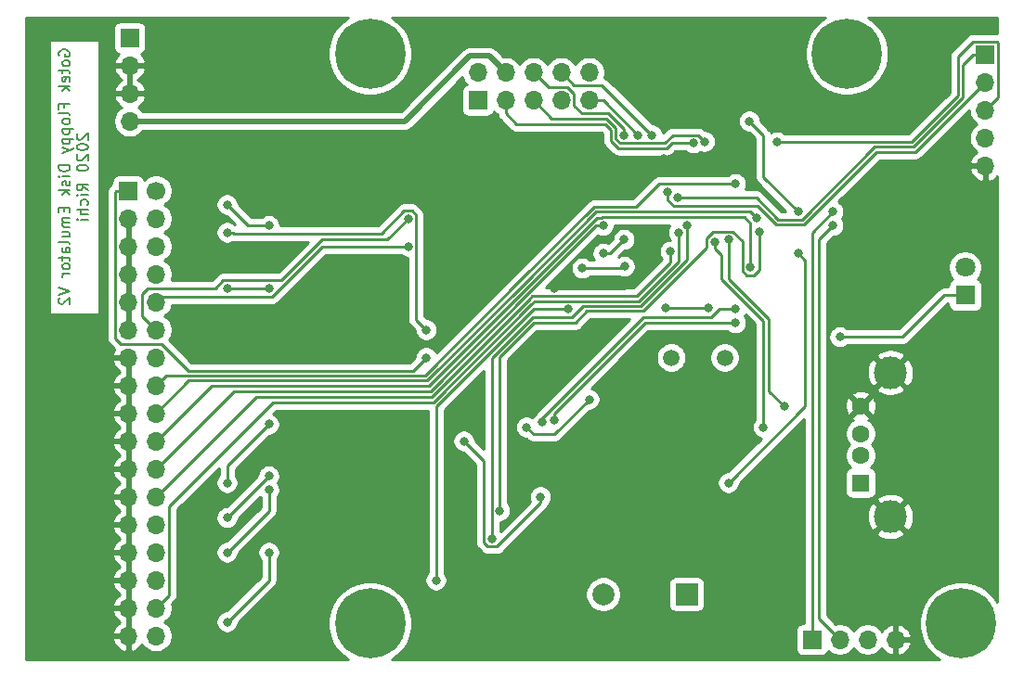
<source format=gbr>
G04 #@! TF.GenerationSoftware,KiCad,Pcbnew,(5.1.5)-3*
G04 #@! TF.CreationDate,2020-10-28T12:36:19+01:00*
G04 #@! TF.ProjectId,Gotek_Floppy_Disk_Emulator_V2,476f7465-6b5f-4466-9c6f-7070795f4469,rev?*
G04 #@! TF.SameCoordinates,Original*
G04 #@! TF.FileFunction,Copper,L2,Bot*
G04 #@! TF.FilePolarity,Positive*
%FSLAX46Y46*%
G04 Gerber Fmt 4.6, Leading zero omitted, Abs format (unit mm)*
G04 Created by KiCad (PCBNEW (5.1.5)-3) date 2020-10-28 12:36:19*
%MOMM*%
%LPD*%
G04 APERTURE LIST*
%ADD10C,0.150000*%
%ADD11C,6.400000*%
%ADD12O,1.700000X1.700000*%
%ADD13R,1.700000X1.700000*%
%ADD14C,1.700000*%
%ADD15C,2.000000*%
%ADD16R,2.000000X2.000000*%
%ADD17C,1.600000*%
%ADD18R,1.600000X1.600000*%
%ADD19C,3.000000*%
%ADD20C,1.500000*%
%ADD21C,1.800000*%
%ADD22R,1.800000X1.800000*%
%ADD23C,0.800000*%
%ADD24C,0.500000*%
%ADD25C,0.250000*%
%ADD26C,0.254000*%
G04 APERTURE END LIST*
D10*
X85670000Y-60072380D02*
X85622380Y-59977142D01*
X85622380Y-59834285D01*
X85670000Y-59691428D01*
X85765238Y-59596190D01*
X85860476Y-59548571D01*
X86050952Y-59500952D01*
X86193809Y-59500952D01*
X86384285Y-59548571D01*
X86479523Y-59596190D01*
X86574761Y-59691428D01*
X86622380Y-59834285D01*
X86622380Y-59929523D01*
X86574761Y-60072380D01*
X86527142Y-60120000D01*
X86193809Y-60120000D01*
X86193809Y-59929523D01*
X86622380Y-60691428D02*
X86574761Y-60596190D01*
X86527142Y-60548571D01*
X86431904Y-60500952D01*
X86146190Y-60500952D01*
X86050952Y-60548571D01*
X86003333Y-60596190D01*
X85955714Y-60691428D01*
X85955714Y-60834285D01*
X86003333Y-60929523D01*
X86050952Y-60977142D01*
X86146190Y-61024761D01*
X86431904Y-61024761D01*
X86527142Y-60977142D01*
X86574761Y-60929523D01*
X86622380Y-60834285D01*
X86622380Y-60691428D01*
X85955714Y-61310476D02*
X85955714Y-61691428D01*
X85622380Y-61453333D02*
X86479523Y-61453333D01*
X86574761Y-61500952D01*
X86622380Y-61596190D01*
X86622380Y-61691428D01*
X86574761Y-62405714D02*
X86622380Y-62310476D01*
X86622380Y-62120000D01*
X86574761Y-62024761D01*
X86479523Y-61977142D01*
X86098571Y-61977142D01*
X86003333Y-62024761D01*
X85955714Y-62120000D01*
X85955714Y-62310476D01*
X86003333Y-62405714D01*
X86098571Y-62453333D01*
X86193809Y-62453333D01*
X86289047Y-61977142D01*
X86622380Y-62881904D02*
X85622380Y-62881904D01*
X86241428Y-62977142D02*
X86622380Y-63262857D01*
X85955714Y-63262857D02*
X86336666Y-62881904D01*
X86098571Y-64786666D02*
X86098571Y-64453333D01*
X86622380Y-64453333D02*
X85622380Y-64453333D01*
X85622380Y-64929523D01*
X86622380Y-65453333D02*
X86574761Y-65358095D01*
X86479523Y-65310476D01*
X85622380Y-65310476D01*
X86622380Y-65977142D02*
X86574761Y-65881904D01*
X86527142Y-65834285D01*
X86431904Y-65786666D01*
X86146190Y-65786666D01*
X86050952Y-65834285D01*
X86003333Y-65881904D01*
X85955714Y-65977142D01*
X85955714Y-66120000D01*
X86003333Y-66215238D01*
X86050952Y-66262857D01*
X86146190Y-66310476D01*
X86431904Y-66310476D01*
X86527142Y-66262857D01*
X86574761Y-66215238D01*
X86622380Y-66120000D01*
X86622380Y-65977142D01*
X85955714Y-66739047D02*
X86955714Y-66739047D01*
X86003333Y-66739047D02*
X85955714Y-66834285D01*
X85955714Y-67024761D01*
X86003333Y-67120000D01*
X86050952Y-67167619D01*
X86146190Y-67215238D01*
X86431904Y-67215238D01*
X86527142Y-67167619D01*
X86574761Y-67120000D01*
X86622380Y-67024761D01*
X86622380Y-66834285D01*
X86574761Y-66739047D01*
X85955714Y-67643809D02*
X86955714Y-67643809D01*
X86003333Y-67643809D02*
X85955714Y-67739047D01*
X85955714Y-67929523D01*
X86003333Y-68024761D01*
X86050952Y-68072380D01*
X86146190Y-68120000D01*
X86431904Y-68120000D01*
X86527142Y-68072380D01*
X86574761Y-68024761D01*
X86622380Y-67929523D01*
X86622380Y-67739047D01*
X86574761Y-67643809D01*
X85955714Y-68453333D02*
X86622380Y-68691428D01*
X85955714Y-68929523D02*
X86622380Y-68691428D01*
X86860476Y-68596190D01*
X86908095Y-68548571D01*
X86955714Y-68453333D01*
X86622380Y-70072380D02*
X85622380Y-70072380D01*
X85622380Y-70310476D01*
X85670000Y-70453333D01*
X85765238Y-70548571D01*
X85860476Y-70596190D01*
X86050952Y-70643809D01*
X86193809Y-70643809D01*
X86384285Y-70596190D01*
X86479523Y-70548571D01*
X86574761Y-70453333D01*
X86622380Y-70310476D01*
X86622380Y-70072380D01*
X86622380Y-71072380D02*
X85955714Y-71072380D01*
X85622380Y-71072380D02*
X85670000Y-71024761D01*
X85717619Y-71072380D01*
X85670000Y-71120000D01*
X85622380Y-71072380D01*
X85717619Y-71072380D01*
X86574761Y-71500952D02*
X86622380Y-71596190D01*
X86622380Y-71786666D01*
X86574761Y-71881904D01*
X86479523Y-71929523D01*
X86431904Y-71929523D01*
X86336666Y-71881904D01*
X86289047Y-71786666D01*
X86289047Y-71643809D01*
X86241428Y-71548571D01*
X86146190Y-71500952D01*
X86098571Y-71500952D01*
X86003333Y-71548571D01*
X85955714Y-71643809D01*
X85955714Y-71786666D01*
X86003333Y-71881904D01*
X86622380Y-72358095D02*
X85622380Y-72358095D01*
X86241428Y-72453333D02*
X86622380Y-72739047D01*
X85955714Y-72739047D02*
X86336666Y-72358095D01*
X86098571Y-73929523D02*
X86098571Y-74262857D01*
X86622380Y-74405714D02*
X86622380Y-73929523D01*
X85622380Y-73929523D01*
X85622380Y-74405714D01*
X86622380Y-74834285D02*
X85955714Y-74834285D01*
X86050952Y-74834285D02*
X86003333Y-74881904D01*
X85955714Y-74977142D01*
X85955714Y-75120000D01*
X86003333Y-75215238D01*
X86098571Y-75262857D01*
X86622380Y-75262857D01*
X86098571Y-75262857D02*
X86003333Y-75310476D01*
X85955714Y-75405714D01*
X85955714Y-75548571D01*
X86003333Y-75643809D01*
X86098571Y-75691428D01*
X86622380Y-75691428D01*
X85955714Y-76596190D02*
X86622380Y-76596190D01*
X85955714Y-76167619D02*
X86479523Y-76167619D01*
X86574761Y-76215238D01*
X86622380Y-76310476D01*
X86622380Y-76453333D01*
X86574761Y-76548571D01*
X86527142Y-76596190D01*
X86622380Y-77215238D02*
X86574761Y-77120000D01*
X86479523Y-77072380D01*
X85622380Y-77072380D01*
X86622380Y-78024761D02*
X86098571Y-78024761D01*
X86003333Y-77977142D01*
X85955714Y-77881904D01*
X85955714Y-77691428D01*
X86003333Y-77596190D01*
X86574761Y-78024761D02*
X86622380Y-77929523D01*
X86622380Y-77691428D01*
X86574761Y-77596190D01*
X86479523Y-77548571D01*
X86384285Y-77548571D01*
X86289047Y-77596190D01*
X86241428Y-77691428D01*
X86241428Y-77929523D01*
X86193809Y-78024761D01*
X85955714Y-78358095D02*
X85955714Y-78739047D01*
X85622380Y-78500952D02*
X86479523Y-78500952D01*
X86574761Y-78548571D01*
X86622380Y-78643809D01*
X86622380Y-78739047D01*
X86622380Y-79215238D02*
X86574761Y-79120000D01*
X86527142Y-79072380D01*
X86431904Y-79024761D01*
X86146190Y-79024761D01*
X86050952Y-79072380D01*
X86003333Y-79120000D01*
X85955714Y-79215238D01*
X85955714Y-79358095D01*
X86003333Y-79453333D01*
X86050952Y-79500952D01*
X86146190Y-79548571D01*
X86431904Y-79548571D01*
X86527142Y-79500952D01*
X86574761Y-79453333D01*
X86622380Y-79358095D01*
X86622380Y-79215238D01*
X86622380Y-79977142D02*
X85955714Y-79977142D01*
X86146190Y-79977142D02*
X86050952Y-80024761D01*
X86003333Y-80072380D01*
X85955714Y-80167619D01*
X85955714Y-80262857D01*
X85622380Y-81215238D02*
X86622380Y-81548571D01*
X85622380Y-81881904D01*
X85717619Y-82167619D02*
X85670000Y-82215238D01*
X85622380Y-82310476D01*
X85622380Y-82548571D01*
X85670000Y-82643809D01*
X85717619Y-82691428D01*
X85812857Y-82739047D01*
X85908095Y-82739047D01*
X86050952Y-82691428D01*
X86622380Y-82120000D01*
X86622380Y-82739047D01*
X87367619Y-67167619D02*
X87320000Y-67215238D01*
X87272380Y-67310476D01*
X87272380Y-67548571D01*
X87320000Y-67643809D01*
X87367619Y-67691428D01*
X87462857Y-67739047D01*
X87558095Y-67739047D01*
X87700952Y-67691428D01*
X88272380Y-67120000D01*
X88272380Y-67739047D01*
X87272380Y-68358095D02*
X87272380Y-68453333D01*
X87320000Y-68548571D01*
X87367619Y-68596190D01*
X87462857Y-68643809D01*
X87653333Y-68691428D01*
X87891428Y-68691428D01*
X88081904Y-68643809D01*
X88177142Y-68596190D01*
X88224761Y-68548571D01*
X88272380Y-68453333D01*
X88272380Y-68358095D01*
X88224761Y-68262857D01*
X88177142Y-68215238D01*
X88081904Y-68167619D01*
X87891428Y-68120000D01*
X87653333Y-68120000D01*
X87462857Y-68167619D01*
X87367619Y-68215238D01*
X87320000Y-68262857D01*
X87272380Y-68358095D01*
X87367619Y-69072380D02*
X87320000Y-69120000D01*
X87272380Y-69215238D01*
X87272380Y-69453333D01*
X87320000Y-69548571D01*
X87367619Y-69596190D01*
X87462857Y-69643809D01*
X87558095Y-69643809D01*
X87700952Y-69596190D01*
X88272380Y-69024761D01*
X88272380Y-69643809D01*
X87272380Y-70262857D02*
X87272380Y-70358095D01*
X87320000Y-70453333D01*
X87367619Y-70500952D01*
X87462857Y-70548571D01*
X87653333Y-70596190D01*
X87891428Y-70596190D01*
X88081904Y-70548571D01*
X88177142Y-70500952D01*
X88224761Y-70453333D01*
X88272380Y-70358095D01*
X88272380Y-70262857D01*
X88224761Y-70167619D01*
X88177142Y-70120000D01*
X88081904Y-70072380D01*
X87891428Y-70024761D01*
X87653333Y-70024761D01*
X87462857Y-70072380D01*
X87367619Y-70120000D01*
X87320000Y-70167619D01*
X87272380Y-70262857D01*
X88272380Y-72358095D02*
X87796190Y-72024761D01*
X88272380Y-71786666D02*
X87272380Y-71786666D01*
X87272380Y-72167619D01*
X87320000Y-72262857D01*
X87367619Y-72310476D01*
X87462857Y-72358095D01*
X87605714Y-72358095D01*
X87700952Y-72310476D01*
X87748571Y-72262857D01*
X87796190Y-72167619D01*
X87796190Y-71786666D01*
X88272380Y-72786666D02*
X87605714Y-72786666D01*
X87272380Y-72786666D02*
X87320000Y-72739047D01*
X87367619Y-72786666D01*
X87320000Y-72834285D01*
X87272380Y-72786666D01*
X87367619Y-72786666D01*
X88224761Y-73691428D02*
X88272380Y-73596190D01*
X88272380Y-73405714D01*
X88224761Y-73310476D01*
X88177142Y-73262857D01*
X88081904Y-73215238D01*
X87796190Y-73215238D01*
X87700952Y-73262857D01*
X87653333Y-73310476D01*
X87605714Y-73405714D01*
X87605714Y-73596190D01*
X87653333Y-73691428D01*
X88272380Y-74120000D02*
X87272380Y-74120000D01*
X88272380Y-74548571D02*
X87748571Y-74548571D01*
X87653333Y-74500952D01*
X87605714Y-74405714D01*
X87605714Y-74262857D01*
X87653333Y-74167619D01*
X87700952Y-74120000D01*
X88272380Y-75024761D02*
X87605714Y-75024761D01*
X87272380Y-75024761D02*
X87320000Y-74977142D01*
X87367619Y-75024761D01*
X87320000Y-75072380D01*
X87272380Y-75024761D01*
X87367619Y-75024761D01*
D11*
X114000000Y-59880000D03*
X157480000Y-59880000D03*
X167915000Y-111880000D03*
X114000000Y-111880000D03*
D12*
X91948000Y-113030000D03*
X94488000Y-113030000D03*
X91948000Y-110490000D03*
X94488000Y-110490000D03*
X91948000Y-107950000D03*
X94488000Y-107950000D03*
X91948000Y-105410000D03*
X94488000Y-105410000D03*
X91948000Y-102870000D03*
X94488000Y-102870000D03*
X91948000Y-100330000D03*
X94488000Y-100330000D03*
X91948000Y-97790000D03*
X94488000Y-97790000D03*
X91948000Y-95250000D03*
X94488000Y-95250000D03*
X91948000Y-92710000D03*
X94488000Y-92710000D03*
X91948000Y-90170000D03*
X94488000Y-90170000D03*
X91948000Y-87630000D03*
X94488000Y-87630000D03*
X91948000Y-85090000D03*
X94488000Y-85090000D03*
X91948000Y-82550000D03*
X94488000Y-82550000D03*
X91948000Y-80010000D03*
X94488000Y-80010000D03*
X91948000Y-77470000D03*
X94488000Y-77470000D03*
X91948000Y-74930000D03*
X94488000Y-74930000D03*
D13*
X91948000Y-72390000D03*
D14*
X94488000Y-72390000D03*
D12*
X92075000Y-66040000D03*
X92075000Y-63500000D03*
X92075000Y-60960000D03*
D13*
X92075000Y-58420000D03*
X154305000Y-113365000D03*
D12*
X156845000Y-113365000D03*
X159385000Y-113365000D03*
X161925000Y-113365000D03*
D15*
X135275000Y-109220000D03*
D16*
X142875000Y-109220000D03*
D17*
X158750000Y-92060000D03*
X158750000Y-94560000D03*
X158750000Y-96560000D03*
D18*
X158750000Y-99060000D03*
D19*
X161460000Y-102130000D03*
X161460000Y-88990000D03*
D12*
X133985000Y-61595000D03*
X133985000Y-64135000D03*
X131445000Y-61595000D03*
X131445000Y-64135000D03*
X128905000Y-61595000D03*
X128905000Y-64135000D03*
X126365000Y-61595000D03*
X126365000Y-64135000D03*
X123825000Y-61595000D03*
D13*
X123825000Y-64135000D03*
X170103800Y-59944000D03*
D12*
X170103800Y-62484000D03*
X170103800Y-65024000D03*
X170103800Y-67564000D03*
X170103800Y-70104000D03*
D20*
X146350000Y-87620000D03*
X141470000Y-87620000D03*
D21*
X168275000Y-79375000D03*
D22*
X168275000Y-81915000D03*
D23*
X153670000Y-57150000D03*
X130810000Y-81280000D03*
X137795000Y-80645000D03*
X140754097Y-69430903D03*
X137160000Y-72540000D03*
X83185000Y-57150000D03*
X83185000Y-71520000D03*
X83185000Y-85890000D03*
X83185000Y-100260000D03*
X83185000Y-114630000D03*
X110490000Y-57150000D03*
X117475000Y-57150000D03*
X161290000Y-57150000D03*
X135890000Y-57150000D03*
X170815000Y-108585000D03*
X170815000Y-72390000D03*
X170815000Y-90485000D03*
X110490000Y-114630000D03*
X117475000Y-114630000D03*
X140970000Y-114630000D03*
X164465000Y-114630000D03*
X107315000Y-71120000D03*
X125730000Y-76835000D03*
X150495000Y-66675000D03*
X153670000Y-66675000D03*
X159004000Y-72390000D03*
X156210000Y-83820000D03*
X143916400Y-88823800D03*
X138430000Y-88900000D03*
X130022600Y-88773000D03*
X135458200Y-84582000D03*
X106045000Y-78105000D03*
X111760000Y-85090000D03*
X108585000Y-95885000D03*
X118110000Y-99695000D03*
X107315000Y-101600000D03*
X118110000Y-107950000D03*
X118364000Y-105232200D03*
X139065000Y-100965000D03*
X125730000Y-111125000D03*
X149860000Y-101600000D03*
X146685000Y-106680000D03*
X156845000Y-100330000D03*
X121920000Y-68580000D03*
X170815000Y-57150000D03*
X133985000Y-91440000D03*
X144890000Y-83095000D03*
X128270000Y-93980000D03*
X140970000Y-83095000D03*
X130810000Y-93345000D03*
X156845000Y-85725000D03*
X147320014Y-84455000D03*
X156210000Y-75565000D03*
X156209992Y-74295000D03*
X138430000Y-67310000D03*
X139699986Y-67310000D03*
X137160000Y-67310000D03*
X144500107Y-67894670D03*
X143510000Y-68035000D03*
X100965000Y-111760000D03*
X104775000Y-105410000D03*
X142149990Y-76200008D03*
X100965000Y-105410000D03*
X104775000Y-99695000D03*
X100965000Y-102235000D03*
X104775000Y-98425000D03*
X100965000Y-99060000D03*
X104775000Y-93700032D03*
X141408437Y-77908437D03*
X135255000Y-75565000D03*
X148680010Y-79375000D03*
X149271436Y-74883564D03*
X147320000Y-71755000D03*
X117475000Y-74930000D03*
X117475000Y-77470000D03*
X100965000Y-81280000D03*
X104775000Y-81280000D03*
X100965000Y-76200000D03*
X119126000Y-85090000D03*
X100965000Y-73660000D03*
X104775000Y-75565000D03*
X119126000Y-87630000D03*
X120015000Y-107950000D03*
X132080000Y-83185000D03*
X151765000Y-92075000D03*
X146685000Y-76835000D03*
X149860000Y-93980000D03*
X145415000Y-77092679D03*
X129539998Y-100330000D03*
X122555000Y-95250000D03*
X142039968Y-73025000D03*
X141169676Y-72480010D03*
X151130000Y-67945000D03*
X153035000Y-74295000D03*
X148590000Y-66040000D03*
X147320000Y-83185000D03*
X129735512Y-93540512D03*
X146685000Y-99060000D03*
X153035000Y-78105000D03*
X149486567Y-76172065D03*
X125820010Y-101600000D03*
X125095000Y-104140000D03*
X142902258Y-75541126D03*
X135255000Y-78105000D03*
X137160000Y-76835000D03*
X133350000Y-79465010D03*
X137199651Y-79287651D03*
D24*
X125515001Y-60745001D02*
X126365000Y-61595000D01*
X124864999Y-60094999D02*
X125515001Y-60745001D01*
X117159998Y-66040000D02*
X123104999Y-60094999D01*
X123104999Y-60094999D02*
X124864999Y-60094999D01*
X92075000Y-66040000D02*
X117159998Y-66040000D01*
D25*
X130810000Y-81280000D02*
X136614996Y-81280000D01*
X136614996Y-81280000D02*
X137160000Y-81280000D01*
X137160000Y-81280000D02*
X137795000Y-80645000D01*
X128905000Y-94615000D02*
X130810000Y-94615000D01*
X130810000Y-94615000D02*
X133985000Y-91440000D01*
X144800000Y-83185000D02*
X144890000Y-83095000D01*
X128905000Y-94615000D02*
X128270000Y-93980000D01*
X140970000Y-83095000D02*
X144890000Y-83095000D01*
X130810000Y-93345000D02*
X130810000Y-92710000D01*
X139065000Y-84455000D02*
X147320014Y-84455000D01*
X130810000Y-92710000D02*
X139065000Y-84455000D01*
X156845000Y-85725000D02*
X162560000Y-85725000D01*
X166370000Y-81915000D02*
X168275000Y-81915000D01*
X162560000Y-85725000D02*
X166370000Y-81915000D01*
X156210000Y-75565000D02*
X154940000Y-76835000D01*
X154940000Y-111460000D02*
X156845000Y-113365000D01*
X154940000Y-76835000D02*
X154940000Y-111460000D01*
X154305000Y-76199992D02*
X156209992Y-74295000D01*
X154305000Y-113365000D02*
X154305000Y-76199992D01*
X133985000Y-64135000D02*
X135255000Y-64135000D01*
X135255000Y-64135000D02*
X138430000Y-67310000D01*
X132620001Y-62770001D02*
X135159987Y-62770001D01*
X131445000Y-61595000D02*
X132620001Y-62770001D01*
X135159987Y-62770001D02*
X139299987Y-66910001D01*
X139299987Y-66910001D02*
X139699986Y-67310000D01*
X132620001Y-64605686D02*
X133324316Y-65310001D01*
X133324316Y-65310001D02*
X135725686Y-65310001D01*
X132009001Y-62959999D02*
X132620001Y-63570999D01*
X137160000Y-66744315D02*
X137160000Y-67310000D01*
X135725686Y-65310001D02*
X137160000Y-66744315D01*
X130269999Y-62959999D02*
X132009001Y-62959999D01*
X132620001Y-63570999D02*
X132620001Y-64605686D01*
X128905000Y-61595000D02*
X130269999Y-62959999D01*
X141605000Y-67310000D02*
X143510000Y-67310000D01*
X130556000Y-65786000D02*
X135565261Y-65786000D01*
X135565261Y-65786000D02*
X136434999Y-66655738D01*
X128905000Y-64135000D02*
X130556000Y-65786000D01*
X140879999Y-68035001D02*
X141605000Y-67310000D01*
X136811999Y-68035001D02*
X140879999Y-68035001D01*
X136434999Y-67658001D02*
X136811999Y-68035001D01*
X136434999Y-66655738D02*
X136434999Y-67658001D01*
X143510000Y-67310000D02*
X143915437Y-67310000D01*
X143915437Y-67310000D02*
X144500107Y-67894670D01*
X141516400Y-68035010D02*
X142875000Y-68035010D01*
X126365000Y-65337081D02*
X127321919Y-66294000D01*
X126365000Y-64135000D02*
X126365000Y-65337081D01*
X127321919Y-66294000D02*
X135436851Y-66294000D01*
X135436851Y-66294000D02*
X135984989Y-66842138D01*
X136625599Y-68485011D02*
X141066399Y-68485011D01*
X135984990Y-67844402D02*
X136625599Y-68485011D01*
X141066399Y-68485011D02*
X141516400Y-68035010D01*
X135984989Y-66842138D02*
X135984990Y-67844402D01*
X142875000Y-68035010D02*
X143509990Y-68035010D01*
X143509990Y-68035010D02*
X143510000Y-68035000D01*
X100965000Y-111760000D02*
X104775000Y-107950000D01*
X104775000Y-107950000D02*
X104775000Y-105410000D01*
X138521413Y-82459998D02*
X142149990Y-78831421D01*
X128720011Y-82734989D02*
X128995002Y-82459998D01*
X105156000Y-91694000D02*
X119759589Y-91694000D01*
X142149990Y-78831421D02*
X142149990Y-76765693D01*
X94488000Y-110490000D02*
X95663001Y-109314999D01*
X95663001Y-109314999D02*
X95663001Y-101186999D01*
X95663001Y-101186999D02*
X105156000Y-91694000D01*
X128718600Y-82734989D02*
X128720011Y-82734989D01*
X142149990Y-76765693D02*
X142149990Y-76200008D01*
X128995002Y-82459998D02*
X138521413Y-82459998D01*
X119759589Y-91694000D02*
X128718600Y-82734989D01*
X100965000Y-105410000D02*
X104775000Y-101600000D01*
X104775000Y-101600000D02*
X104775000Y-99695000D01*
X100965000Y-102235000D02*
X104775000Y-98425000D01*
X104375001Y-94100031D02*
X104775000Y-93700032D01*
X100965000Y-97510032D02*
X104375001Y-94100031D01*
X100965000Y-99060000D02*
X100965000Y-97510032D01*
X138335013Y-82009987D02*
X141408437Y-78936563D01*
X103632000Y-91186000D02*
X119631179Y-91186000D01*
X94488000Y-100330000D02*
X103632000Y-91186000D01*
X128808602Y-82009987D02*
X138335013Y-82009987D01*
X128533611Y-82284978D02*
X128808602Y-82009987D01*
X141408437Y-78936563D02*
X141408437Y-77908437D01*
X119631179Y-91186000D02*
X128532200Y-82284978D01*
X128532200Y-82284978D02*
X128533611Y-82284978D01*
X101600000Y-90678000D02*
X119502768Y-90678000D01*
X128345800Y-81834967D02*
X128347212Y-81834967D01*
X134689315Y-75565000D02*
X135255000Y-75565000D01*
X128347212Y-81834967D02*
X134617179Y-75565000D01*
X119502768Y-90678000D02*
X128345800Y-81834967D01*
X94488000Y-97790000D02*
X101600000Y-90678000D01*
X134617179Y-75565000D02*
X134689315Y-75565000D01*
X99568000Y-90170000D02*
X119374357Y-90170000D01*
X128160812Y-81384956D02*
X134705771Y-74839997D01*
X119374357Y-90170000D02*
X128159400Y-81384956D01*
X94488000Y-95250000D02*
X99568000Y-90170000D01*
X128159400Y-81384956D02*
X128160812Y-81384956D01*
X148680010Y-78809315D02*
X148680010Y-79375000D01*
X148680010Y-75365140D02*
X148680010Y-78809315D01*
X148130995Y-74816125D02*
X148680010Y-75365140D01*
X135188869Y-74816125D02*
X148130995Y-74816125D01*
X135164997Y-74839997D02*
X135188869Y-74816125D01*
X134705771Y-74839997D02*
X135164997Y-74839997D01*
X97478011Y-89719989D02*
X94488000Y-92710000D01*
X149271436Y-74883564D02*
X148696255Y-74308383D01*
X119187957Y-89719989D02*
X97478011Y-89719989D01*
X148696255Y-74308383D02*
X134600974Y-74308383D01*
X127974412Y-80934945D02*
X127973000Y-80934945D01*
X134600974Y-74308383D02*
X127974412Y-80934945D01*
X127973000Y-80934945D02*
X119187957Y-89719989D01*
X119001557Y-89269978D02*
X127786600Y-80484934D01*
X127786600Y-80484934D02*
X127788012Y-80484934D01*
X94488000Y-90170000D02*
X95388022Y-89269978D01*
X95388022Y-89269978D02*
X119001557Y-89269978D01*
X127786600Y-80484934D02*
X134413161Y-73858373D01*
X134413161Y-73858373D02*
X138231627Y-73858373D01*
X140335000Y-71755000D02*
X147320000Y-71755000D01*
X138231627Y-73858373D02*
X140335000Y-71755000D01*
X115570000Y-76835000D02*
X117475000Y-74930000D01*
X105936593Y-80554999D02*
X109656592Y-76835000D01*
X100616999Y-80554999D02*
X105936593Y-80554999D01*
X93745499Y-81280000D02*
X99891998Y-81280000D01*
X109656592Y-76835000D02*
X115570000Y-76835000D01*
X94488000Y-85090000D02*
X93218000Y-83820000D01*
X93218000Y-81807499D02*
X93745499Y-81280000D01*
X93218000Y-83820000D02*
X93218000Y-81807499D01*
X99891998Y-81280000D02*
X100616999Y-80554999D01*
X109658002Y-77470000D02*
X117475000Y-77470000D01*
X105086002Y-82042000D02*
X109658002Y-77470000D01*
X94488000Y-82550000D02*
X94996000Y-82042000D01*
X94996000Y-82042000D02*
X105086002Y-82042000D01*
X100965000Y-81280000D02*
X104775000Y-81280000D01*
X117823001Y-74204999D02*
X118200001Y-74581999D01*
X101530685Y-76200000D02*
X101620686Y-76290001D01*
X100965000Y-76200000D02*
X101530685Y-76200000D01*
X101620686Y-76290001D02*
X115041997Y-76290001D01*
X115041997Y-76290001D02*
X117126999Y-74204999D01*
X117126999Y-74204999D02*
X117823001Y-74204999D01*
X118200001Y-84164001D02*
X119126000Y-85090000D01*
X118200001Y-74581999D02*
X118200001Y-84164001D01*
X100965000Y-73660000D02*
X102870000Y-75565000D01*
X102870000Y-75565000D02*
X104775000Y-75565000D01*
X90772999Y-85843999D02*
X91289000Y-86360000D01*
X90772999Y-72465001D02*
X90772999Y-85843999D01*
X91948000Y-72390000D02*
X90848000Y-72390000D01*
X91289000Y-86360000D02*
X94957002Y-86360000D01*
X94957002Y-86360000D02*
X97416970Y-88819968D01*
X90848000Y-72390000D02*
X90772999Y-72465001D01*
X97416970Y-88819968D02*
X117555032Y-88819968D01*
X117555032Y-88819968D02*
X117936032Y-88819968D01*
X117936032Y-88819968D02*
X119126000Y-87630000D01*
X120015000Y-92075000D02*
X128905000Y-83185000D01*
X128905000Y-83185000D02*
X132080000Y-83185000D01*
X120015000Y-107950000D02*
X120015000Y-92075000D01*
X150368000Y-90678000D02*
X150368000Y-84107589D01*
X146685000Y-80424589D02*
X146685000Y-77400685D01*
X146685000Y-77400685D02*
X146685000Y-76835000D01*
X151765000Y-92075000D02*
X150368000Y-90678000D01*
X150368000Y-84107589D02*
X146685000Y-80424589D01*
X145415000Y-77658364D02*
X145415000Y-77092679D01*
X146050000Y-80425999D02*
X146050000Y-78293364D01*
X146050000Y-78293364D02*
X145415000Y-77658364D01*
X149860000Y-93980000D02*
X149860000Y-84235999D01*
X149860000Y-84235999D02*
X146050000Y-80425999D01*
X125570682Y-104865001D02*
X129539998Y-100895685D01*
X124746999Y-104865001D02*
X125570682Y-104865001D01*
X129539998Y-100895685D02*
X129539998Y-100330000D01*
X122555000Y-95250000D02*
X124369999Y-97064999D01*
X124369999Y-104488001D02*
X124746999Y-104865001D01*
X124369999Y-97064999D02*
X124369999Y-104488001D01*
X169003800Y-59944000D02*
X170103800Y-59944000D01*
X168045695Y-63905695D02*
X168045695Y-60902105D01*
X142039968Y-73025000D02*
X149225000Y-73025000D01*
X168045695Y-60902105D02*
X169003800Y-59944000D01*
X151220002Y-75020002D02*
X153383001Y-75020001D01*
X149225000Y-73025000D02*
X151220002Y-75020002D01*
X163556380Y-68395010D02*
X168045695Y-63905695D01*
X160007992Y-68395010D02*
X163556380Y-68395010D01*
X153383001Y-75020001D02*
X160007992Y-68395010D01*
X141169676Y-73227712D02*
X141691966Y-73750002D01*
X141169676Y-72480010D02*
X141169676Y-73227712D01*
X141691966Y-73750002D02*
X149313592Y-73750002D01*
X149313592Y-73750002D02*
X151033603Y-75470013D01*
X151033603Y-75470013D02*
X153569402Y-75470013D01*
X169253801Y-63333999D02*
X170103800Y-62484000D01*
X163742781Y-68845019D02*
X169253801Y-63333999D01*
X160194396Y-68845019D02*
X163742781Y-68845019D01*
X153569402Y-75470013D02*
X160194396Y-68845019D01*
X171278801Y-63848999D02*
X170953799Y-64174001D01*
X171278801Y-58833999D02*
X171278801Y-63848999D01*
X171213801Y-58768999D02*
X171278801Y-58833999D01*
X170953799Y-64174001D02*
X170103800Y-65024000D01*
X167595685Y-60167113D02*
X168993799Y-58768999D01*
X168993799Y-58768999D02*
X171213801Y-58768999D01*
X167595685Y-63719295D02*
X167595685Y-60167113D01*
X163369980Y-67945000D02*
X167595685Y-63719295D01*
X151130000Y-67945000D02*
X163369980Y-67945000D01*
X149860000Y-67310000D02*
X148590000Y-66040000D01*
X149860000Y-71120000D02*
X149860000Y-67310000D01*
X153035000Y-74295000D02*
X149860000Y-71120000D01*
X129735512Y-93148077D02*
X129735512Y-93540512D01*
X138973587Y-83910002D02*
X129735512Y-93148077D01*
X146754315Y-83185000D02*
X147320000Y-83185000D01*
X145873002Y-83185000D02*
X146754315Y-83185000D01*
X145148000Y-83910002D02*
X145873002Y-83185000D01*
X138973587Y-83910002D02*
X145148000Y-83910002D01*
X146685000Y-99060000D02*
X153670000Y-92075000D01*
X153670000Y-92075000D02*
X153670000Y-78740000D01*
X153670000Y-78740000D02*
X153035000Y-78105000D01*
X149486567Y-76737750D02*
X149486567Y-76172065D01*
X147955009Y-79723001D02*
X148332009Y-80100001D01*
X133809980Y-83360020D02*
X138894213Y-83360020D01*
X149028011Y-80100001D02*
X149486567Y-79641445D01*
X132715000Y-84455000D02*
X133809980Y-83360020D01*
X128907820Y-84455000D02*
X132715000Y-84455000D01*
X147033001Y-76109999D02*
X147955009Y-77032007D01*
X125820010Y-101600000D02*
X125820010Y-87542810D01*
X125820010Y-87542810D02*
X128907820Y-84455000D01*
X138894213Y-83360020D02*
X144689998Y-77564235D01*
X144689998Y-77564235D02*
X144689998Y-76744677D01*
X149486567Y-79641445D02*
X149486567Y-76737750D01*
X144689998Y-76744677D02*
X145324680Y-76109999D01*
X148332009Y-80100001D02*
X149028011Y-80100001D01*
X145324680Y-76109999D02*
X147033001Y-76109999D01*
X147955009Y-77032007D02*
X147955009Y-79723001D01*
X142902258Y-76106811D02*
X142902258Y-75541126D01*
X142902258Y-78715564D02*
X142902258Y-76106811D01*
X138707813Y-82910009D02*
X142902258Y-78715564D01*
X125095000Y-104140000D02*
X125095000Y-87631410D01*
X125095000Y-87631410D02*
X128816409Y-83910001D01*
X128816409Y-83910001D02*
X132428001Y-83910001D01*
X132428001Y-83910001D02*
X133427993Y-82910009D01*
X133427993Y-82910009D02*
X138707813Y-82910009D01*
X135255000Y-78105000D02*
X135890000Y-78105000D01*
X135890000Y-78105000D02*
X137160000Y-76835000D01*
X133350000Y-79465010D02*
X137022292Y-79465010D01*
X137022292Y-79465010D02*
X137199651Y-79287651D01*
D26*
G36*
X111555330Y-56901161D02*
G01*
X111021161Y-57435330D01*
X110601467Y-58063446D01*
X110312377Y-58761372D01*
X110165000Y-59502285D01*
X110165000Y-60257715D01*
X110312377Y-60998628D01*
X110601467Y-61696554D01*
X111021161Y-62324670D01*
X111555330Y-62858839D01*
X112183446Y-63278533D01*
X112881372Y-63567623D01*
X113622285Y-63715000D01*
X114377715Y-63715000D01*
X115118628Y-63567623D01*
X115816554Y-63278533D01*
X116444670Y-62858839D01*
X116978839Y-62324670D01*
X117398533Y-61696554D01*
X117687623Y-60998628D01*
X117835000Y-60257715D01*
X117835000Y-59502285D01*
X117687623Y-58761372D01*
X117398533Y-58063446D01*
X116978839Y-57435330D01*
X116444670Y-56901161D01*
X115956536Y-56575000D01*
X155523464Y-56575000D01*
X155035330Y-56901161D01*
X154501161Y-57435330D01*
X154081467Y-58063446D01*
X153792377Y-58761372D01*
X153645000Y-59502285D01*
X153645000Y-60257715D01*
X153792377Y-60998628D01*
X154081467Y-61696554D01*
X154501161Y-62324670D01*
X155035330Y-62858839D01*
X155663446Y-63278533D01*
X156361372Y-63567623D01*
X157102285Y-63715000D01*
X157857715Y-63715000D01*
X158598628Y-63567623D01*
X159296554Y-63278533D01*
X159924670Y-62858839D01*
X160458839Y-62324670D01*
X160878533Y-61696554D01*
X161167623Y-60998628D01*
X161315000Y-60257715D01*
X161315000Y-59502285D01*
X161167623Y-58761372D01*
X160878533Y-58063446D01*
X160458839Y-57435330D01*
X159924670Y-56901161D01*
X159436536Y-56575000D01*
X171220000Y-56575000D01*
X171220000Y-58005934D01*
X171213801Y-58005323D01*
X171176479Y-58008999D01*
X169031124Y-58008999D01*
X168993799Y-58005323D01*
X168956474Y-58008999D01*
X168956466Y-58008999D01*
X168844813Y-58019996D01*
X168701552Y-58063453D01*
X168569523Y-58134025D01*
X168453798Y-58228998D01*
X168430000Y-58257996D01*
X167084683Y-59603314D01*
X167055685Y-59627112D01*
X167031887Y-59656110D01*
X167031886Y-59656111D01*
X166960711Y-59742837D01*
X166890139Y-59874867D01*
X166846683Y-60018128D01*
X166832009Y-60167113D01*
X166835686Y-60204445D01*
X166835685Y-63404493D01*
X163055179Y-67185000D01*
X151833711Y-67185000D01*
X151789774Y-67141063D01*
X151620256Y-67027795D01*
X151431898Y-66949774D01*
X151231939Y-66910000D01*
X151028061Y-66910000D01*
X150828102Y-66949774D01*
X150639744Y-67027795D01*
X150580583Y-67067325D01*
X150565546Y-67017753D01*
X150494974Y-66885724D01*
X150400001Y-66769999D01*
X150371003Y-66746201D01*
X149625000Y-66000199D01*
X149625000Y-65938061D01*
X149585226Y-65738102D01*
X149507205Y-65549744D01*
X149393937Y-65380226D01*
X149249774Y-65236063D01*
X149080256Y-65122795D01*
X148891898Y-65044774D01*
X148691939Y-65005000D01*
X148488061Y-65005000D01*
X148288102Y-65044774D01*
X148099744Y-65122795D01*
X147930226Y-65236063D01*
X147786063Y-65380226D01*
X147672795Y-65549744D01*
X147594774Y-65738102D01*
X147555000Y-65938061D01*
X147555000Y-66141939D01*
X147594774Y-66341898D01*
X147672795Y-66530256D01*
X147786063Y-66699774D01*
X147930226Y-66843937D01*
X148099744Y-66957205D01*
X148288102Y-67035226D01*
X148488061Y-67075000D01*
X148550199Y-67075000D01*
X149100001Y-67624803D01*
X149100000Y-71082677D01*
X149096324Y-71120000D01*
X149100000Y-71157322D01*
X149100000Y-71157332D01*
X149110997Y-71268985D01*
X149154454Y-71412246D01*
X149225026Y-71544276D01*
X149240233Y-71562805D01*
X149319999Y-71660001D01*
X149349003Y-71683804D01*
X151925201Y-74260002D01*
X151534805Y-74260003D01*
X149788804Y-72514003D01*
X149765001Y-72484999D01*
X149649276Y-72390026D01*
X149517247Y-72319454D01*
X149373986Y-72275997D01*
X149262333Y-72265000D01*
X149262322Y-72265000D01*
X149225000Y-72261324D01*
X149187678Y-72265000D01*
X148224013Y-72265000D01*
X148237205Y-72245256D01*
X148315226Y-72056898D01*
X148355000Y-71856939D01*
X148355000Y-71653061D01*
X148315226Y-71453102D01*
X148237205Y-71264744D01*
X148123937Y-71095226D01*
X147979774Y-70951063D01*
X147810256Y-70837795D01*
X147621898Y-70759774D01*
X147421939Y-70720000D01*
X147218061Y-70720000D01*
X147018102Y-70759774D01*
X146829744Y-70837795D01*
X146660226Y-70951063D01*
X146616289Y-70995000D01*
X140372333Y-70995000D01*
X140335000Y-70991323D01*
X140297667Y-70995000D01*
X140186014Y-71005997D01*
X140042753Y-71049454D01*
X139910724Y-71120026D01*
X139794999Y-71214999D01*
X139771201Y-71243997D01*
X137916826Y-73098373D01*
X134450483Y-73098373D01*
X134413160Y-73094697D01*
X134375837Y-73098373D01*
X134375828Y-73098373D01*
X134264175Y-73109370D01*
X134120914Y-73152827D01*
X133988885Y-73223399D01*
X133988883Y-73223400D01*
X133988884Y-73223400D01*
X133902157Y-73294574D01*
X133902153Y-73294578D01*
X133873160Y-73318372D01*
X133849366Y-73347365D01*
X127275603Y-79921130D01*
X127246599Y-79944933D01*
X127222801Y-79973931D01*
X120047242Y-87149491D01*
X120043205Y-87139744D01*
X119929937Y-86970226D01*
X119785774Y-86826063D01*
X119616256Y-86712795D01*
X119427898Y-86634774D01*
X119227939Y-86595000D01*
X119024061Y-86595000D01*
X118824102Y-86634774D01*
X118635744Y-86712795D01*
X118466226Y-86826063D01*
X118322063Y-86970226D01*
X118208795Y-87139744D01*
X118130774Y-87328102D01*
X118091000Y-87528061D01*
X118091000Y-87590198D01*
X117621231Y-88059968D01*
X97731772Y-88059968D01*
X95668295Y-85996492D01*
X95803990Y-85793411D01*
X95915932Y-85523158D01*
X95973000Y-85236260D01*
X95973000Y-84943740D01*
X95915932Y-84656842D01*
X95803990Y-84386589D01*
X95641475Y-84143368D01*
X95434632Y-83936525D01*
X95260240Y-83820000D01*
X95434632Y-83703475D01*
X95641475Y-83496632D01*
X95803990Y-83253411D01*
X95915932Y-82983158D01*
X95951967Y-82802000D01*
X105048680Y-82802000D01*
X105086002Y-82805676D01*
X105123324Y-82802000D01*
X105123335Y-82802000D01*
X105234988Y-82791003D01*
X105378249Y-82747546D01*
X105510278Y-82676974D01*
X105626003Y-82582001D01*
X105649806Y-82552997D01*
X109972805Y-78230000D01*
X116771289Y-78230000D01*
X116815226Y-78273937D01*
X116984744Y-78387205D01*
X117173102Y-78465226D01*
X117373061Y-78505000D01*
X117440001Y-78505000D01*
X117440002Y-84126669D01*
X117436325Y-84164001D01*
X117440002Y-84201334D01*
X117450999Y-84312987D01*
X117457458Y-84334279D01*
X117494455Y-84456247D01*
X117565027Y-84588277D01*
X117623071Y-84659003D01*
X117660001Y-84704002D01*
X117688999Y-84727800D01*
X118091000Y-85129801D01*
X118091000Y-85191939D01*
X118130774Y-85391898D01*
X118208795Y-85580256D01*
X118322063Y-85749774D01*
X118466226Y-85893937D01*
X118635744Y-86007205D01*
X118824102Y-86085226D01*
X119024061Y-86125000D01*
X119227939Y-86125000D01*
X119427898Y-86085226D01*
X119616256Y-86007205D01*
X119785774Y-85893937D01*
X119929937Y-85749774D01*
X120043205Y-85580256D01*
X120121226Y-85391898D01*
X120161000Y-85191939D01*
X120161000Y-84988061D01*
X120121226Y-84788102D01*
X120043205Y-84599744D01*
X119929937Y-84430226D01*
X119785774Y-84286063D01*
X119616256Y-84172795D01*
X119427898Y-84094774D01*
X119227939Y-84055000D01*
X119165801Y-84055000D01*
X118960001Y-83849200D01*
X118960001Y-74619332D01*
X118963678Y-74581999D01*
X118958557Y-74530000D01*
X118949004Y-74433013D01*
X118905547Y-74289752D01*
X118834975Y-74157723D01*
X118740002Y-74041998D01*
X118710999Y-74018196D01*
X118386805Y-73694002D01*
X118363002Y-73664998D01*
X118247277Y-73570025D01*
X118115248Y-73499453D01*
X117971987Y-73455996D01*
X117860334Y-73444999D01*
X117860323Y-73444999D01*
X117823001Y-73441323D01*
X117785679Y-73444999D01*
X117164321Y-73444999D01*
X117126998Y-73441323D01*
X117089675Y-73444999D01*
X117089666Y-73444999D01*
X116978013Y-73455996D01*
X116862411Y-73491063D01*
X116834752Y-73499453D01*
X116702722Y-73570025D01*
X116672907Y-73594494D01*
X116586998Y-73664998D01*
X116563200Y-73693996D01*
X114727196Y-75530001D01*
X105810000Y-75530001D01*
X105810000Y-75463061D01*
X105770226Y-75263102D01*
X105692205Y-75074744D01*
X105578937Y-74905226D01*
X105434774Y-74761063D01*
X105265256Y-74647795D01*
X105076898Y-74569774D01*
X104876939Y-74530000D01*
X104673061Y-74530000D01*
X104473102Y-74569774D01*
X104284744Y-74647795D01*
X104115226Y-74761063D01*
X104071289Y-74805000D01*
X103184802Y-74805000D01*
X102000000Y-73620199D01*
X102000000Y-73558061D01*
X101960226Y-73358102D01*
X101882205Y-73169744D01*
X101768937Y-73000226D01*
X101624774Y-72856063D01*
X101455256Y-72742795D01*
X101266898Y-72664774D01*
X101066939Y-72625000D01*
X100863061Y-72625000D01*
X100663102Y-72664774D01*
X100474744Y-72742795D01*
X100305226Y-72856063D01*
X100161063Y-73000226D01*
X100047795Y-73169744D01*
X99969774Y-73358102D01*
X99930000Y-73558061D01*
X99930000Y-73761939D01*
X99969774Y-73961898D01*
X100047795Y-74150256D01*
X100161063Y-74319774D01*
X100305226Y-74463937D01*
X100474744Y-74577205D01*
X100663102Y-74655226D01*
X100863061Y-74695000D01*
X100925199Y-74695000D01*
X101681859Y-75451661D01*
X101679724Y-75451013D01*
X101624774Y-75396063D01*
X101455256Y-75282795D01*
X101266898Y-75204774D01*
X101066939Y-75165000D01*
X100863061Y-75165000D01*
X100663102Y-75204774D01*
X100474744Y-75282795D01*
X100305226Y-75396063D01*
X100161063Y-75540226D01*
X100047795Y-75709744D01*
X99969774Y-75898102D01*
X99930000Y-76098061D01*
X99930000Y-76301939D01*
X99969774Y-76501898D01*
X100047795Y-76690256D01*
X100161063Y-76859774D01*
X100305226Y-77003937D01*
X100474744Y-77117205D01*
X100663102Y-77195226D01*
X100863061Y-77235000D01*
X101066939Y-77235000D01*
X101266898Y-77195226D01*
X101455256Y-77117205D01*
X101559369Y-77047639D01*
X101583353Y-77050001D01*
X101583361Y-77050001D01*
X101620686Y-77053677D01*
X101658011Y-77050001D01*
X108366789Y-77050001D01*
X105621792Y-79794999D01*
X100654321Y-79794999D01*
X100616998Y-79791323D01*
X100579675Y-79794999D01*
X100579666Y-79794999D01*
X100468013Y-79805996D01*
X100324752Y-79849453D01*
X100192723Y-79920025D01*
X100076998Y-80014998D01*
X100053200Y-80043997D01*
X99577197Y-80520000D01*
X95884103Y-80520000D01*
X95915932Y-80443158D01*
X95973000Y-80156260D01*
X95973000Y-79863740D01*
X95915932Y-79576842D01*
X95803990Y-79306589D01*
X95641475Y-79063368D01*
X95434632Y-78856525D01*
X95260240Y-78740000D01*
X95434632Y-78623475D01*
X95641475Y-78416632D01*
X95803990Y-78173411D01*
X95915932Y-77903158D01*
X95973000Y-77616260D01*
X95973000Y-77323740D01*
X95915932Y-77036842D01*
X95803990Y-76766589D01*
X95641475Y-76523368D01*
X95434632Y-76316525D01*
X95260240Y-76200000D01*
X95434632Y-76083475D01*
X95641475Y-75876632D01*
X95803990Y-75633411D01*
X95915932Y-75363158D01*
X95973000Y-75076260D01*
X95973000Y-74783740D01*
X95915932Y-74496842D01*
X95803990Y-74226589D01*
X95641475Y-73983368D01*
X95434632Y-73776525D01*
X95260240Y-73660000D01*
X95434632Y-73543475D01*
X95641475Y-73336632D01*
X95803990Y-73093411D01*
X95915932Y-72823158D01*
X95973000Y-72536260D01*
X95973000Y-72243740D01*
X95915932Y-71956842D01*
X95803990Y-71686589D01*
X95641475Y-71443368D01*
X95434632Y-71236525D01*
X95191411Y-71074010D01*
X94921158Y-70962068D01*
X94634260Y-70905000D01*
X94341740Y-70905000D01*
X94054842Y-70962068D01*
X93784589Y-71074010D01*
X93541368Y-71236525D01*
X93409513Y-71368380D01*
X93387502Y-71295820D01*
X93328537Y-71185506D01*
X93249185Y-71088815D01*
X93152494Y-71009463D01*
X93042180Y-70950498D01*
X92922482Y-70914188D01*
X92798000Y-70901928D01*
X91098000Y-70901928D01*
X90973518Y-70914188D01*
X90853820Y-70950498D01*
X90743506Y-71009463D01*
X90646815Y-71088815D01*
X90567463Y-71185506D01*
X90508498Y-71295820D01*
X90472188Y-71415518D01*
X90459928Y-71540000D01*
X90459928Y-71735674D01*
X90423724Y-71755026D01*
X90307999Y-71849999D01*
X90284199Y-71878999D01*
X90261999Y-71901199D01*
X90232998Y-71925000D01*
X90179856Y-71989754D01*
X90138025Y-72040725D01*
X90107543Y-72097753D01*
X90067453Y-72172755D01*
X90023996Y-72316016D01*
X90012999Y-72427669D01*
X90012999Y-72427679D01*
X90009323Y-72465001D01*
X90012999Y-72502323D01*
X90013000Y-85806667D01*
X90009323Y-85843999D01*
X90013000Y-85881332D01*
X90023997Y-85992985D01*
X90031357Y-86017247D01*
X90067453Y-86136245D01*
X90138025Y-86268275D01*
X90209200Y-86355001D01*
X90232999Y-86384000D01*
X90261997Y-86407798D01*
X90693841Y-86839643D01*
X90676359Y-86863080D01*
X90551175Y-87125901D01*
X90506524Y-87273110D01*
X90627845Y-87503000D01*
X91821000Y-87503000D01*
X91821000Y-87483000D01*
X92075000Y-87483000D01*
X92075000Y-87503000D01*
X92095000Y-87503000D01*
X92095000Y-87757000D01*
X92075000Y-87757000D01*
X92075000Y-90043000D01*
X92095000Y-90043000D01*
X92095000Y-90297000D01*
X92075000Y-90297000D01*
X92075000Y-92583000D01*
X92095000Y-92583000D01*
X92095000Y-92837000D01*
X92075000Y-92837000D01*
X92075000Y-95123000D01*
X92095000Y-95123000D01*
X92095000Y-95377000D01*
X92075000Y-95377000D01*
X92075000Y-97663000D01*
X92095000Y-97663000D01*
X92095000Y-97917000D01*
X92075000Y-97917000D01*
X92075000Y-100203000D01*
X92095000Y-100203000D01*
X92095000Y-100457000D01*
X92075000Y-100457000D01*
X92075000Y-102743000D01*
X92095000Y-102743000D01*
X92095000Y-102997000D01*
X92075000Y-102997000D01*
X92075000Y-105283000D01*
X92095000Y-105283000D01*
X92095000Y-105537000D01*
X92075000Y-105537000D01*
X92075000Y-107823000D01*
X92095000Y-107823000D01*
X92095000Y-108077000D01*
X92075000Y-108077000D01*
X92075000Y-110363000D01*
X92095000Y-110363000D01*
X92095000Y-110617000D01*
X92075000Y-110617000D01*
X92075000Y-112903000D01*
X92095000Y-112903000D01*
X92095000Y-113157000D01*
X92075000Y-113157000D01*
X92075000Y-114350814D01*
X92304891Y-114471481D01*
X92579252Y-114374157D01*
X92829355Y-114225178D01*
X93045588Y-114030269D01*
X93216900Y-113800594D01*
X93334525Y-113976632D01*
X93541368Y-114183475D01*
X93784589Y-114345990D01*
X94054842Y-114457932D01*
X94341740Y-114515000D01*
X94634260Y-114515000D01*
X94921158Y-114457932D01*
X95191411Y-114345990D01*
X95434632Y-114183475D01*
X95641475Y-113976632D01*
X95803990Y-113733411D01*
X95915932Y-113463158D01*
X95973000Y-113176260D01*
X95973000Y-112883740D01*
X95915932Y-112596842D01*
X95803990Y-112326589D01*
X95641475Y-112083368D01*
X95434632Y-111876525D01*
X95260240Y-111760000D01*
X95412802Y-111658061D01*
X99930000Y-111658061D01*
X99930000Y-111861939D01*
X99969774Y-112061898D01*
X100047795Y-112250256D01*
X100161063Y-112419774D01*
X100305226Y-112563937D01*
X100474744Y-112677205D01*
X100663102Y-112755226D01*
X100863061Y-112795000D01*
X101066939Y-112795000D01*
X101266898Y-112755226D01*
X101455256Y-112677205D01*
X101624774Y-112563937D01*
X101768937Y-112419774D01*
X101882205Y-112250256D01*
X101960226Y-112061898D01*
X102000000Y-111861939D01*
X102000000Y-111799801D01*
X105286004Y-108513798D01*
X105315001Y-108490001D01*
X105409974Y-108374276D01*
X105480546Y-108242247D01*
X105524003Y-108098986D01*
X105535000Y-107987333D01*
X105535000Y-107987325D01*
X105538676Y-107950000D01*
X105535000Y-107912675D01*
X105535000Y-106113711D01*
X105578937Y-106069774D01*
X105692205Y-105900256D01*
X105770226Y-105711898D01*
X105810000Y-105511939D01*
X105810000Y-105308061D01*
X105770226Y-105108102D01*
X105692205Y-104919744D01*
X105578937Y-104750226D01*
X105434774Y-104606063D01*
X105265256Y-104492795D01*
X105076898Y-104414774D01*
X104876939Y-104375000D01*
X104673061Y-104375000D01*
X104473102Y-104414774D01*
X104284744Y-104492795D01*
X104115226Y-104606063D01*
X103971063Y-104750226D01*
X103857795Y-104919744D01*
X103779774Y-105108102D01*
X103740000Y-105308061D01*
X103740000Y-105511939D01*
X103779774Y-105711898D01*
X103857795Y-105900256D01*
X103971063Y-106069774D01*
X104015001Y-106113712D01*
X104015000Y-107635198D01*
X100925199Y-110725000D01*
X100863061Y-110725000D01*
X100663102Y-110764774D01*
X100474744Y-110842795D01*
X100305226Y-110956063D01*
X100161063Y-111100226D01*
X100047795Y-111269744D01*
X99969774Y-111458102D01*
X99930000Y-111658061D01*
X95412802Y-111658061D01*
X95434632Y-111643475D01*
X95641475Y-111436632D01*
X95803990Y-111193411D01*
X95915932Y-110923158D01*
X95973000Y-110636260D01*
X95973000Y-110343740D01*
X95929210Y-110123592D01*
X96174005Y-109878797D01*
X96203002Y-109855000D01*
X96297975Y-109739275D01*
X96368547Y-109607246D01*
X96412004Y-109463985D01*
X96423001Y-109352332D01*
X96423001Y-109352323D01*
X96426677Y-109315000D01*
X96423001Y-109277677D01*
X96423001Y-102133061D01*
X99930000Y-102133061D01*
X99930000Y-102336939D01*
X99969774Y-102536898D01*
X100047795Y-102725256D01*
X100161063Y-102894774D01*
X100305226Y-103038937D01*
X100474744Y-103152205D01*
X100663102Y-103230226D01*
X100863061Y-103270000D01*
X101066939Y-103270000D01*
X101266898Y-103230226D01*
X101455256Y-103152205D01*
X101624774Y-103038937D01*
X101768937Y-102894774D01*
X101882205Y-102725256D01*
X101960226Y-102536898D01*
X102000000Y-102336939D01*
X102000000Y-102274801D01*
X103950621Y-100324181D01*
X103971063Y-100354774D01*
X104015001Y-100398712D01*
X104015000Y-101285198D01*
X100925199Y-104375000D01*
X100863061Y-104375000D01*
X100663102Y-104414774D01*
X100474744Y-104492795D01*
X100305226Y-104606063D01*
X100161063Y-104750226D01*
X100047795Y-104919744D01*
X99969774Y-105108102D01*
X99930000Y-105308061D01*
X99930000Y-105511939D01*
X99969774Y-105711898D01*
X100047795Y-105900256D01*
X100161063Y-106069774D01*
X100305226Y-106213937D01*
X100474744Y-106327205D01*
X100663102Y-106405226D01*
X100863061Y-106445000D01*
X101066939Y-106445000D01*
X101266898Y-106405226D01*
X101455256Y-106327205D01*
X101624774Y-106213937D01*
X101768937Y-106069774D01*
X101882205Y-105900256D01*
X101960226Y-105711898D01*
X102000000Y-105511939D01*
X102000000Y-105449801D01*
X105286004Y-102163798D01*
X105315001Y-102140001D01*
X105409974Y-102024276D01*
X105480546Y-101892247D01*
X105524003Y-101748986D01*
X105535000Y-101637333D01*
X105535000Y-101637325D01*
X105538676Y-101600000D01*
X105535000Y-101562675D01*
X105535000Y-100398711D01*
X105578937Y-100354774D01*
X105692205Y-100185256D01*
X105770226Y-99996898D01*
X105810000Y-99796939D01*
X105810000Y-99593061D01*
X105770226Y-99393102D01*
X105692205Y-99204744D01*
X105595490Y-99060000D01*
X105692205Y-98915256D01*
X105770226Y-98726898D01*
X105810000Y-98526939D01*
X105810000Y-98323061D01*
X105770226Y-98123102D01*
X105692205Y-97934744D01*
X105578937Y-97765226D01*
X105434774Y-97621063D01*
X105265256Y-97507795D01*
X105076898Y-97429774D01*
X104876939Y-97390000D01*
X104673061Y-97390000D01*
X104473102Y-97429774D01*
X104284744Y-97507795D01*
X104115226Y-97621063D01*
X103971063Y-97765226D01*
X103857795Y-97934744D01*
X103779774Y-98123102D01*
X103740000Y-98323061D01*
X103740000Y-98385198D01*
X100925199Y-101200000D01*
X100863061Y-101200000D01*
X100663102Y-101239774D01*
X100474744Y-101317795D01*
X100305226Y-101431063D01*
X100161063Y-101575226D01*
X100047795Y-101744744D01*
X99969774Y-101933102D01*
X99930000Y-102133061D01*
X96423001Y-102133061D01*
X96423001Y-101501800D01*
X100205001Y-97719801D01*
X100205000Y-98356289D01*
X100161063Y-98400226D01*
X100047795Y-98569744D01*
X99969774Y-98758102D01*
X99930000Y-98958061D01*
X99930000Y-99161939D01*
X99969774Y-99361898D01*
X100047795Y-99550256D01*
X100161063Y-99719774D01*
X100305226Y-99863937D01*
X100474744Y-99977205D01*
X100663102Y-100055226D01*
X100863061Y-100095000D01*
X101066939Y-100095000D01*
X101266898Y-100055226D01*
X101455256Y-99977205D01*
X101624774Y-99863937D01*
X101768937Y-99719774D01*
X101882205Y-99550256D01*
X101960226Y-99361898D01*
X102000000Y-99161939D01*
X102000000Y-98958061D01*
X101960226Y-98758102D01*
X101882205Y-98569744D01*
X101768937Y-98400226D01*
X101725000Y-98356289D01*
X101725000Y-97824833D01*
X104814802Y-94735032D01*
X104876939Y-94735032D01*
X105076898Y-94695258D01*
X105265256Y-94617237D01*
X105434774Y-94503969D01*
X105578937Y-94359806D01*
X105692205Y-94190288D01*
X105770226Y-94001930D01*
X105810000Y-93801971D01*
X105810000Y-93598093D01*
X105770226Y-93398134D01*
X105692205Y-93209776D01*
X105578937Y-93040258D01*
X105434774Y-92896095D01*
X105265256Y-92782827D01*
X105178083Y-92746719D01*
X105470802Y-92454000D01*
X119255001Y-92454000D01*
X119255000Y-107246289D01*
X119211063Y-107290226D01*
X119097795Y-107459744D01*
X119019774Y-107648102D01*
X118980000Y-107848061D01*
X118980000Y-108051939D01*
X119019774Y-108251898D01*
X119097795Y-108440256D01*
X119211063Y-108609774D01*
X119355226Y-108753937D01*
X119524744Y-108867205D01*
X119713102Y-108945226D01*
X119913061Y-108985000D01*
X120116939Y-108985000D01*
X120316898Y-108945226D01*
X120505256Y-108867205D01*
X120674774Y-108753937D01*
X120818937Y-108609774D01*
X120932205Y-108440256D01*
X121010226Y-108251898D01*
X121050000Y-108051939D01*
X121050000Y-107848061D01*
X121010226Y-107648102D01*
X120932205Y-107459744D01*
X120818937Y-107290226D01*
X120775000Y-107246289D01*
X120775000Y-92389801D01*
X124335001Y-88829801D01*
X124335000Y-95955199D01*
X123590000Y-95210199D01*
X123590000Y-95148061D01*
X123550226Y-94948102D01*
X123472205Y-94759744D01*
X123358937Y-94590226D01*
X123214774Y-94446063D01*
X123045256Y-94332795D01*
X122856898Y-94254774D01*
X122656939Y-94215000D01*
X122453061Y-94215000D01*
X122253102Y-94254774D01*
X122064744Y-94332795D01*
X121895226Y-94446063D01*
X121751063Y-94590226D01*
X121637795Y-94759744D01*
X121559774Y-94948102D01*
X121520000Y-95148061D01*
X121520000Y-95351939D01*
X121559774Y-95551898D01*
X121637795Y-95740256D01*
X121751063Y-95909774D01*
X121895226Y-96053937D01*
X122064744Y-96167205D01*
X122253102Y-96245226D01*
X122453061Y-96285000D01*
X122515199Y-96285000D01*
X123609999Y-97379801D01*
X123610000Y-104450669D01*
X123606323Y-104488001D01*
X123610000Y-104525334D01*
X123620997Y-104636987D01*
X123623829Y-104646323D01*
X123664453Y-104780247D01*
X123735025Y-104912277D01*
X123788013Y-104976842D01*
X123829999Y-105028002D01*
X123858997Y-105051800D01*
X124183195Y-105375998D01*
X124206998Y-105405002D01*
X124322723Y-105499975D01*
X124391991Y-105537000D01*
X124454752Y-105570547D01*
X124598013Y-105614004D01*
X124746999Y-105628678D01*
X124784332Y-105625001D01*
X125533360Y-105625001D01*
X125570682Y-105628677D01*
X125608004Y-105625001D01*
X125608015Y-105625001D01*
X125719668Y-105614004D01*
X125862929Y-105570547D01*
X125994958Y-105499975D01*
X126110683Y-105405002D01*
X126134486Y-105375998D01*
X130051002Y-101459483D01*
X130079999Y-101435686D01*
X130174972Y-101319961D01*
X130245544Y-101187932D01*
X130288985Y-101044724D01*
X130343935Y-100989774D01*
X130457203Y-100820256D01*
X130535224Y-100631898D01*
X130574998Y-100431939D01*
X130574998Y-100228061D01*
X130535224Y-100028102D01*
X130457203Y-99839744D01*
X130343935Y-99670226D01*
X130199772Y-99526063D01*
X130030254Y-99412795D01*
X129841896Y-99334774D01*
X129641937Y-99295000D01*
X129438059Y-99295000D01*
X129238100Y-99334774D01*
X129049742Y-99412795D01*
X128880224Y-99526063D01*
X128736061Y-99670226D01*
X128622793Y-99839744D01*
X128544772Y-100028102D01*
X128504998Y-100228061D01*
X128504998Y-100431939D01*
X128544772Y-100631898D01*
X128598726Y-100762155D01*
X125889796Y-103471085D01*
X125855000Y-103436289D01*
X125855000Y-102635000D01*
X125921949Y-102635000D01*
X126121908Y-102595226D01*
X126310266Y-102517205D01*
X126479784Y-102403937D01*
X126623947Y-102259774D01*
X126737215Y-102090256D01*
X126815236Y-101901898D01*
X126855010Y-101701939D01*
X126855010Y-101498061D01*
X126815236Y-101298102D01*
X126737215Y-101109744D01*
X126623947Y-100940226D01*
X126580010Y-100896289D01*
X126580010Y-87857611D01*
X129222622Y-85215000D01*
X132677678Y-85215000D01*
X132715000Y-85218676D01*
X132752322Y-85215000D01*
X132752333Y-85215000D01*
X132863986Y-85204003D01*
X133007247Y-85160546D01*
X133139276Y-85089974D01*
X133255001Y-84995001D01*
X133278804Y-84965998D01*
X134124782Y-84120020D01*
X137688767Y-84120020D01*
X129224515Y-92584273D01*
X129195511Y-92608076D01*
X129170298Y-92638799D01*
X129107437Y-92715394D01*
X129075738Y-92736575D01*
X128931575Y-92880738D01*
X128818307Y-93050256D01*
X128801655Y-93090457D01*
X128760256Y-93062795D01*
X128571898Y-92984774D01*
X128371939Y-92945000D01*
X128168061Y-92945000D01*
X127968102Y-92984774D01*
X127779744Y-93062795D01*
X127610226Y-93176063D01*
X127466063Y-93320226D01*
X127352795Y-93489744D01*
X127274774Y-93678102D01*
X127235000Y-93878061D01*
X127235000Y-94081939D01*
X127274774Y-94281898D01*
X127352795Y-94470256D01*
X127466063Y-94639774D01*
X127610226Y-94783937D01*
X127779744Y-94897205D01*
X127968102Y-94975226D01*
X128168061Y-95015000D01*
X128230198Y-95015000D01*
X128341200Y-95126002D01*
X128364999Y-95155001D01*
X128393997Y-95178799D01*
X128480724Y-95249974D01*
X128612753Y-95320546D01*
X128756014Y-95364003D01*
X128905000Y-95378677D01*
X128942333Y-95375000D01*
X130772678Y-95375000D01*
X130810000Y-95378676D01*
X130847322Y-95375000D01*
X130847333Y-95375000D01*
X130958986Y-95364003D01*
X131102247Y-95320546D01*
X131234276Y-95249974D01*
X131350001Y-95155001D01*
X131373804Y-95125997D01*
X134024802Y-92475000D01*
X134086939Y-92475000D01*
X134286898Y-92435226D01*
X134475256Y-92357205D01*
X134644774Y-92243937D01*
X134788937Y-92099774D01*
X134902205Y-91930256D01*
X134980226Y-91741898D01*
X135020000Y-91541939D01*
X135020000Y-91338061D01*
X134980226Y-91138102D01*
X134902205Y-90949744D01*
X134788937Y-90780226D01*
X134644774Y-90636063D01*
X134475256Y-90522795D01*
X134286898Y-90444774D01*
X134172735Y-90422066D01*
X137111212Y-87483589D01*
X140085000Y-87483589D01*
X140085000Y-87756411D01*
X140138225Y-88023989D01*
X140242629Y-88276043D01*
X140394201Y-88502886D01*
X140587114Y-88695799D01*
X140813957Y-88847371D01*
X141066011Y-88951775D01*
X141333589Y-89005000D01*
X141606411Y-89005000D01*
X141873989Y-88951775D01*
X142126043Y-88847371D01*
X142352886Y-88695799D01*
X142545799Y-88502886D01*
X142697371Y-88276043D01*
X142801775Y-88023989D01*
X142855000Y-87756411D01*
X142855000Y-87483589D01*
X144965000Y-87483589D01*
X144965000Y-87756411D01*
X145018225Y-88023989D01*
X145122629Y-88276043D01*
X145274201Y-88502886D01*
X145467114Y-88695799D01*
X145693957Y-88847371D01*
X145946011Y-88951775D01*
X146213589Y-89005000D01*
X146486411Y-89005000D01*
X146753989Y-88951775D01*
X147006043Y-88847371D01*
X147232886Y-88695799D01*
X147425799Y-88502886D01*
X147577371Y-88276043D01*
X147681775Y-88023989D01*
X147735000Y-87756411D01*
X147735000Y-87483589D01*
X147681775Y-87216011D01*
X147577371Y-86963957D01*
X147425799Y-86737114D01*
X147232886Y-86544201D01*
X147006043Y-86392629D01*
X146753989Y-86288225D01*
X146486411Y-86235000D01*
X146213589Y-86235000D01*
X145946011Y-86288225D01*
X145693957Y-86392629D01*
X145467114Y-86544201D01*
X145274201Y-86737114D01*
X145122629Y-86963957D01*
X145018225Y-87216011D01*
X144965000Y-87483589D01*
X142855000Y-87483589D01*
X142801775Y-87216011D01*
X142697371Y-86963957D01*
X142545799Y-86737114D01*
X142352886Y-86544201D01*
X142126043Y-86392629D01*
X141873989Y-86288225D01*
X141606411Y-86235000D01*
X141333589Y-86235000D01*
X141066011Y-86288225D01*
X140813957Y-86392629D01*
X140587114Y-86544201D01*
X140394201Y-86737114D01*
X140242629Y-86963957D01*
X140138225Y-87216011D01*
X140085000Y-87483589D01*
X137111212Y-87483589D01*
X139379802Y-85215000D01*
X146616303Y-85215000D01*
X146660240Y-85258937D01*
X146829758Y-85372205D01*
X147018116Y-85450226D01*
X147218075Y-85490000D01*
X147421953Y-85490000D01*
X147621912Y-85450226D01*
X147810270Y-85372205D01*
X147979788Y-85258937D01*
X148123951Y-85114774D01*
X148237219Y-84945256D01*
X148315240Y-84756898D01*
X148355014Y-84556939D01*
X148355014Y-84353061D01*
X148315240Y-84153102D01*
X148237219Y-83964744D01*
X148140497Y-83819990D01*
X148232098Y-83682899D01*
X149100001Y-84550802D01*
X149100000Y-93276289D01*
X149056063Y-93320226D01*
X148942795Y-93489744D01*
X148864774Y-93678102D01*
X148825000Y-93878061D01*
X148825000Y-94081939D01*
X148864774Y-94281898D01*
X148942795Y-94470256D01*
X149056063Y-94639774D01*
X149200226Y-94783937D01*
X149369744Y-94897205D01*
X149558102Y-94975226D01*
X149672264Y-94997934D01*
X146645199Y-98025000D01*
X146583061Y-98025000D01*
X146383102Y-98064774D01*
X146194744Y-98142795D01*
X146025226Y-98256063D01*
X145881063Y-98400226D01*
X145767795Y-98569744D01*
X145689774Y-98758102D01*
X145650000Y-98958061D01*
X145650000Y-99161939D01*
X145689774Y-99361898D01*
X145767795Y-99550256D01*
X145881063Y-99719774D01*
X146025226Y-99863937D01*
X146194744Y-99977205D01*
X146383102Y-100055226D01*
X146583061Y-100095000D01*
X146786939Y-100095000D01*
X146986898Y-100055226D01*
X147175256Y-99977205D01*
X147344774Y-99863937D01*
X147488937Y-99719774D01*
X147602205Y-99550256D01*
X147680226Y-99361898D01*
X147720000Y-99161939D01*
X147720000Y-99099801D01*
X153545001Y-93274801D01*
X153545000Y-111876928D01*
X153455000Y-111876928D01*
X153330518Y-111889188D01*
X153210820Y-111925498D01*
X153100506Y-111984463D01*
X153003815Y-112063815D01*
X152924463Y-112160506D01*
X152865498Y-112270820D01*
X152829188Y-112390518D01*
X152816928Y-112515000D01*
X152816928Y-114215000D01*
X152829188Y-114339482D01*
X152865498Y-114459180D01*
X152924463Y-114569494D01*
X153003815Y-114666185D01*
X153100506Y-114745537D01*
X153210820Y-114804502D01*
X153330518Y-114840812D01*
X153455000Y-114853072D01*
X155155000Y-114853072D01*
X155279482Y-114840812D01*
X155399180Y-114804502D01*
X155509494Y-114745537D01*
X155606185Y-114666185D01*
X155685537Y-114569494D01*
X155744502Y-114459180D01*
X155766513Y-114386620D01*
X155898368Y-114518475D01*
X156141589Y-114680990D01*
X156411842Y-114792932D01*
X156698740Y-114850000D01*
X156991260Y-114850000D01*
X157278158Y-114792932D01*
X157548411Y-114680990D01*
X157791632Y-114518475D01*
X157998475Y-114311632D01*
X158115000Y-114137240D01*
X158231525Y-114311632D01*
X158438368Y-114518475D01*
X158681589Y-114680990D01*
X158951842Y-114792932D01*
X159238740Y-114850000D01*
X159531260Y-114850000D01*
X159818158Y-114792932D01*
X160088411Y-114680990D01*
X160331632Y-114518475D01*
X160538475Y-114311632D01*
X160660195Y-114129466D01*
X160729822Y-114246355D01*
X160924731Y-114462588D01*
X161158080Y-114636641D01*
X161420901Y-114761825D01*
X161568110Y-114806476D01*
X161798000Y-114685155D01*
X161798000Y-113492000D01*
X162052000Y-113492000D01*
X162052000Y-114685155D01*
X162281890Y-114806476D01*
X162429099Y-114761825D01*
X162691920Y-114636641D01*
X162925269Y-114462588D01*
X163120178Y-114246355D01*
X163269157Y-113996252D01*
X163366481Y-113721891D01*
X163245814Y-113492000D01*
X162052000Y-113492000D01*
X161798000Y-113492000D01*
X161778000Y-113492000D01*
X161778000Y-113238000D01*
X161798000Y-113238000D01*
X161798000Y-112044845D01*
X162052000Y-112044845D01*
X162052000Y-113238000D01*
X163245814Y-113238000D01*
X163366481Y-113008109D01*
X163269157Y-112733748D01*
X163120178Y-112483645D01*
X162925269Y-112267412D01*
X162691920Y-112093359D01*
X162429099Y-111968175D01*
X162281890Y-111923524D01*
X162052000Y-112044845D01*
X161798000Y-112044845D01*
X161568110Y-111923524D01*
X161420901Y-111968175D01*
X161158080Y-112093359D01*
X160924731Y-112267412D01*
X160729822Y-112483645D01*
X160660195Y-112600534D01*
X160538475Y-112418368D01*
X160331632Y-112211525D01*
X160088411Y-112049010D01*
X159818158Y-111937068D01*
X159531260Y-111880000D01*
X159238740Y-111880000D01*
X158951842Y-111937068D01*
X158681589Y-112049010D01*
X158438368Y-112211525D01*
X158231525Y-112418368D01*
X158115000Y-112592760D01*
X157998475Y-112418368D01*
X157791632Y-112211525D01*
X157548411Y-112049010D01*
X157278158Y-111937068D01*
X156991260Y-111880000D01*
X156698740Y-111880000D01*
X156478592Y-111923790D01*
X155700000Y-111145199D01*
X155700000Y-103621653D01*
X160147952Y-103621653D01*
X160303962Y-103937214D01*
X160678745Y-104128020D01*
X161083551Y-104242044D01*
X161502824Y-104274902D01*
X161920451Y-104225334D01*
X162320383Y-104095243D01*
X162616038Y-103937214D01*
X162772048Y-103621653D01*
X161460000Y-102309605D01*
X160147952Y-103621653D01*
X155700000Y-103621653D01*
X155700000Y-102172824D01*
X159315098Y-102172824D01*
X159364666Y-102590451D01*
X159494757Y-102990383D01*
X159652786Y-103286038D01*
X159968347Y-103442048D01*
X161280395Y-102130000D01*
X161639605Y-102130000D01*
X162951653Y-103442048D01*
X163267214Y-103286038D01*
X163458020Y-102911255D01*
X163572044Y-102506449D01*
X163604902Y-102087176D01*
X163555334Y-101669549D01*
X163425243Y-101269617D01*
X163267214Y-100973962D01*
X162951653Y-100817952D01*
X161639605Y-102130000D01*
X161280395Y-102130000D01*
X159968347Y-100817952D01*
X159652786Y-100973962D01*
X159461980Y-101348745D01*
X159347956Y-101753551D01*
X159315098Y-102172824D01*
X155700000Y-102172824D01*
X155700000Y-100638347D01*
X160147952Y-100638347D01*
X161460000Y-101950395D01*
X162772048Y-100638347D01*
X162616038Y-100322786D01*
X162241255Y-100131980D01*
X161836449Y-100017956D01*
X161417176Y-99985098D01*
X160999549Y-100034666D01*
X160599617Y-100164757D01*
X160303962Y-100322786D01*
X160147952Y-100638347D01*
X155700000Y-100638347D01*
X155700000Y-98260000D01*
X157311928Y-98260000D01*
X157311928Y-99860000D01*
X157324188Y-99984482D01*
X157360498Y-100104180D01*
X157419463Y-100214494D01*
X157498815Y-100311185D01*
X157595506Y-100390537D01*
X157705820Y-100449502D01*
X157825518Y-100485812D01*
X157950000Y-100498072D01*
X159550000Y-100498072D01*
X159674482Y-100485812D01*
X159794180Y-100449502D01*
X159904494Y-100390537D01*
X160001185Y-100311185D01*
X160080537Y-100214494D01*
X160139502Y-100104180D01*
X160175812Y-99984482D01*
X160188072Y-99860000D01*
X160188072Y-98260000D01*
X160175812Y-98135518D01*
X160139502Y-98015820D01*
X160080537Y-97905506D01*
X160001185Y-97808815D01*
X159904494Y-97729463D01*
X159794180Y-97670498D01*
X159698057Y-97641339D01*
X159864637Y-97474759D01*
X160021680Y-97239727D01*
X160129853Y-96978574D01*
X160185000Y-96701335D01*
X160185000Y-96418665D01*
X160129853Y-96141426D01*
X160021680Y-95880273D01*
X159864637Y-95645241D01*
X159779396Y-95560000D01*
X159864637Y-95474759D01*
X160021680Y-95239727D01*
X160129853Y-94978574D01*
X160185000Y-94701335D01*
X160185000Y-94418665D01*
X160129853Y-94141426D01*
X160021680Y-93880273D01*
X159864637Y-93645241D01*
X159664759Y-93445363D01*
X159464131Y-93311308D01*
X159491514Y-93296671D01*
X159563097Y-93052702D01*
X158750000Y-92239605D01*
X157936903Y-93052702D01*
X158008486Y-93296671D01*
X158037341Y-93310324D01*
X157835241Y-93445363D01*
X157635363Y-93645241D01*
X157478320Y-93880273D01*
X157370147Y-94141426D01*
X157315000Y-94418665D01*
X157315000Y-94701335D01*
X157370147Y-94978574D01*
X157478320Y-95239727D01*
X157635363Y-95474759D01*
X157720604Y-95560000D01*
X157635363Y-95645241D01*
X157478320Y-95880273D01*
X157370147Y-96141426D01*
X157315000Y-96418665D01*
X157315000Y-96701335D01*
X157370147Y-96978574D01*
X157478320Y-97239727D01*
X157635363Y-97474759D01*
X157801943Y-97641339D01*
X157705820Y-97670498D01*
X157595506Y-97729463D01*
X157498815Y-97808815D01*
X157419463Y-97905506D01*
X157360498Y-98015820D01*
X157324188Y-98135518D01*
X157311928Y-98260000D01*
X155700000Y-98260000D01*
X155700000Y-92130512D01*
X157309783Y-92130512D01*
X157351213Y-92410130D01*
X157446397Y-92676292D01*
X157513329Y-92801514D01*
X157757298Y-92873097D01*
X158570395Y-92060000D01*
X158929605Y-92060000D01*
X159742702Y-92873097D01*
X159986671Y-92801514D01*
X160107571Y-92546004D01*
X160176300Y-92271816D01*
X160190217Y-91989488D01*
X160148787Y-91709870D01*
X160053603Y-91443708D01*
X159986671Y-91318486D01*
X159742702Y-91246903D01*
X158929605Y-92060000D01*
X158570395Y-92060000D01*
X157757298Y-91246903D01*
X157513329Y-91318486D01*
X157392429Y-91573996D01*
X157323700Y-91848184D01*
X157309783Y-92130512D01*
X155700000Y-92130512D01*
X155700000Y-91067298D01*
X157936903Y-91067298D01*
X158750000Y-91880395D01*
X159563097Y-91067298D01*
X159491514Y-90823329D01*
X159236004Y-90702429D01*
X158961816Y-90633700D01*
X158679488Y-90619783D01*
X158399870Y-90661213D01*
X158133708Y-90756397D01*
X158008486Y-90823329D01*
X157936903Y-91067298D01*
X155700000Y-91067298D01*
X155700000Y-90481653D01*
X160147952Y-90481653D01*
X160303962Y-90797214D01*
X160678745Y-90988020D01*
X161083551Y-91102044D01*
X161502824Y-91134902D01*
X161920451Y-91085334D01*
X162320383Y-90955243D01*
X162616038Y-90797214D01*
X162772048Y-90481653D01*
X161460000Y-89169605D01*
X160147952Y-90481653D01*
X155700000Y-90481653D01*
X155700000Y-89032824D01*
X159315098Y-89032824D01*
X159364666Y-89450451D01*
X159494757Y-89850383D01*
X159652786Y-90146038D01*
X159968347Y-90302048D01*
X161280395Y-88990000D01*
X161639605Y-88990000D01*
X162951653Y-90302048D01*
X163267214Y-90146038D01*
X163458020Y-89771255D01*
X163572044Y-89366449D01*
X163604902Y-88947176D01*
X163555334Y-88529549D01*
X163425243Y-88129617D01*
X163267214Y-87833962D01*
X162951653Y-87677952D01*
X161639605Y-88990000D01*
X161280395Y-88990000D01*
X159968347Y-87677952D01*
X159652786Y-87833962D01*
X159461980Y-88208745D01*
X159347956Y-88613551D01*
X159315098Y-89032824D01*
X155700000Y-89032824D01*
X155700000Y-87498347D01*
X160147952Y-87498347D01*
X161460000Y-88810395D01*
X162772048Y-87498347D01*
X162616038Y-87182786D01*
X162241255Y-86991980D01*
X161836449Y-86877956D01*
X161417176Y-86845098D01*
X160999549Y-86894666D01*
X160599617Y-87024757D01*
X160303962Y-87182786D01*
X160147952Y-87498347D01*
X155700000Y-87498347D01*
X155700000Y-85623061D01*
X155810000Y-85623061D01*
X155810000Y-85826939D01*
X155849774Y-86026898D01*
X155927795Y-86215256D01*
X156041063Y-86384774D01*
X156185226Y-86528937D01*
X156354744Y-86642205D01*
X156543102Y-86720226D01*
X156743061Y-86760000D01*
X156946939Y-86760000D01*
X157146898Y-86720226D01*
X157335256Y-86642205D01*
X157504774Y-86528937D01*
X157548711Y-86485000D01*
X162522678Y-86485000D01*
X162560000Y-86488676D01*
X162597322Y-86485000D01*
X162597333Y-86485000D01*
X162708986Y-86474003D01*
X162852247Y-86430546D01*
X162984276Y-86359974D01*
X163100001Y-86265001D01*
X163123804Y-86235997D01*
X166684802Y-82675000D01*
X166736928Y-82675000D01*
X166736928Y-82815000D01*
X166749188Y-82939482D01*
X166785498Y-83059180D01*
X166844463Y-83169494D01*
X166923815Y-83266185D01*
X167020506Y-83345537D01*
X167130820Y-83404502D01*
X167250518Y-83440812D01*
X167375000Y-83453072D01*
X169175000Y-83453072D01*
X169299482Y-83440812D01*
X169419180Y-83404502D01*
X169529494Y-83345537D01*
X169626185Y-83266185D01*
X169705537Y-83169494D01*
X169764502Y-83059180D01*
X169800812Y-82939482D01*
X169813072Y-82815000D01*
X169813072Y-81015000D01*
X169800812Y-80890518D01*
X169764502Y-80770820D01*
X169705537Y-80660506D01*
X169626185Y-80563815D01*
X169529494Y-80484463D01*
X169419180Y-80425498D01*
X169400873Y-80419944D01*
X169467312Y-80353505D01*
X169635299Y-80102095D01*
X169751011Y-79822743D01*
X169810000Y-79526184D01*
X169810000Y-79223816D01*
X169751011Y-78927257D01*
X169635299Y-78647905D01*
X169467312Y-78396495D01*
X169253505Y-78182688D01*
X169002095Y-78014701D01*
X168722743Y-77898989D01*
X168426184Y-77840000D01*
X168123816Y-77840000D01*
X167827257Y-77898989D01*
X167547905Y-78014701D01*
X167296495Y-78182688D01*
X167082688Y-78396495D01*
X166914701Y-78647905D01*
X166798989Y-78927257D01*
X166740000Y-79223816D01*
X166740000Y-79526184D01*
X166798989Y-79822743D01*
X166914701Y-80102095D01*
X167082688Y-80353505D01*
X167149127Y-80419944D01*
X167130820Y-80425498D01*
X167020506Y-80484463D01*
X166923815Y-80563815D01*
X166844463Y-80660506D01*
X166785498Y-80770820D01*
X166749188Y-80890518D01*
X166736928Y-81015000D01*
X166736928Y-81155000D01*
X166407325Y-81155000D01*
X166370000Y-81151324D01*
X166332675Y-81155000D01*
X166332667Y-81155000D01*
X166221014Y-81165997D01*
X166077753Y-81209454D01*
X165945724Y-81280026D01*
X165829999Y-81374999D01*
X165806201Y-81403997D01*
X162245199Y-84965000D01*
X157548711Y-84965000D01*
X157504774Y-84921063D01*
X157335256Y-84807795D01*
X157146898Y-84729774D01*
X156946939Y-84690000D01*
X156743061Y-84690000D01*
X156543102Y-84729774D01*
X156354744Y-84807795D01*
X156185226Y-84921063D01*
X156041063Y-85065226D01*
X155927795Y-85234744D01*
X155849774Y-85423102D01*
X155810000Y-85623061D01*
X155700000Y-85623061D01*
X155700000Y-77149801D01*
X156249802Y-76600000D01*
X156311939Y-76600000D01*
X156511898Y-76560226D01*
X156700256Y-76482205D01*
X156869774Y-76368937D01*
X157013937Y-76224774D01*
X157127205Y-76055256D01*
X157205226Y-75866898D01*
X157245000Y-75666939D01*
X157245000Y-75463061D01*
X157205226Y-75263102D01*
X157127205Y-75074744D01*
X157030486Y-74929994D01*
X157127197Y-74785256D01*
X157205218Y-74596898D01*
X157244992Y-74396939D01*
X157244992Y-74193061D01*
X157205218Y-73993102D01*
X157127197Y-73804744D01*
X157013929Y-73635226D01*
X156869766Y-73491063D01*
X156721932Y-73392284D01*
X159653326Y-70460890D01*
X168662324Y-70460890D01*
X168706975Y-70608099D01*
X168832159Y-70870920D01*
X169006212Y-71104269D01*
X169222445Y-71299178D01*
X169472548Y-71448157D01*
X169746909Y-71545481D01*
X169976800Y-71424814D01*
X169976800Y-70231000D01*
X168783645Y-70231000D01*
X168662324Y-70460890D01*
X159653326Y-70460890D01*
X160509198Y-69605019D01*
X163705459Y-69605019D01*
X163742781Y-69608695D01*
X163780103Y-69605019D01*
X163780114Y-69605019D01*
X163891767Y-69594022D01*
X164035028Y-69550565D01*
X164167057Y-69479993D01*
X164282782Y-69385020D01*
X164306585Y-69356016D01*
X168618800Y-65043802D01*
X168618800Y-65170260D01*
X168675868Y-65457158D01*
X168787810Y-65727411D01*
X168950325Y-65970632D01*
X169157168Y-66177475D01*
X169331560Y-66294000D01*
X169157168Y-66410525D01*
X168950325Y-66617368D01*
X168787810Y-66860589D01*
X168675868Y-67130842D01*
X168618800Y-67417740D01*
X168618800Y-67710260D01*
X168675868Y-67997158D01*
X168787810Y-68267411D01*
X168950325Y-68510632D01*
X169157168Y-68717475D01*
X169339334Y-68839195D01*
X169222445Y-68908822D01*
X169006212Y-69103731D01*
X168832159Y-69337080D01*
X168706975Y-69599901D01*
X168662324Y-69747110D01*
X168783645Y-69977000D01*
X169976800Y-69977000D01*
X169976800Y-69957000D01*
X170230800Y-69957000D01*
X170230800Y-69977000D01*
X170250800Y-69977000D01*
X170250800Y-70231000D01*
X170230800Y-70231000D01*
X170230800Y-71424814D01*
X170460691Y-71545481D01*
X170735052Y-71448157D01*
X170985155Y-71299178D01*
X171201388Y-71104269D01*
X171220000Y-71079316D01*
X171220001Y-109923465D01*
X170893839Y-109435330D01*
X170359670Y-108901161D01*
X169731554Y-108481467D01*
X169033628Y-108192377D01*
X168292715Y-108045000D01*
X167537285Y-108045000D01*
X166796372Y-108192377D01*
X166098446Y-108481467D01*
X165470330Y-108901161D01*
X164936161Y-109435330D01*
X164516467Y-110063446D01*
X164227377Y-110761372D01*
X164080000Y-111502285D01*
X164080000Y-112257715D01*
X164227377Y-112998628D01*
X164516467Y-113696554D01*
X164936161Y-114324670D01*
X165470330Y-114858839D01*
X165958464Y-115185000D01*
X115956536Y-115185000D01*
X116444670Y-114858839D01*
X116978839Y-114324670D01*
X117398533Y-113696554D01*
X117687623Y-112998628D01*
X117835000Y-112257715D01*
X117835000Y-111502285D01*
X117687623Y-110761372D01*
X117398533Y-110063446D01*
X116978839Y-109435330D01*
X116602476Y-109058967D01*
X133640000Y-109058967D01*
X133640000Y-109381033D01*
X133702832Y-109696912D01*
X133826082Y-109994463D01*
X134005013Y-110262252D01*
X134232748Y-110489987D01*
X134500537Y-110668918D01*
X134798088Y-110792168D01*
X135113967Y-110855000D01*
X135436033Y-110855000D01*
X135751912Y-110792168D01*
X136049463Y-110668918D01*
X136317252Y-110489987D01*
X136544987Y-110262252D01*
X136723918Y-109994463D01*
X136847168Y-109696912D01*
X136910000Y-109381033D01*
X136910000Y-109058967D01*
X136847168Y-108743088D01*
X136723918Y-108445537D01*
X136573219Y-108220000D01*
X141236928Y-108220000D01*
X141236928Y-110220000D01*
X141249188Y-110344482D01*
X141285498Y-110464180D01*
X141344463Y-110574494D01*
X141423815Y-110671185D01*
X141520506Y-110750537D01*
X141630820Y-110809502D01*
X141750518Y-110845812D01*
X141875000Y-110858072D01*
X143875000Y-110858072D01*
X143999482Y-110845812D01*
X144119180Y-110809502D01*
X144229494Y-110750537D01*
X144326185Y-110671185D01*
X144405537Y-110574494D01*
X144464502Y-110464180D01*
X144500812Y-110344482D01*
X144513072Y-110220000D01*
X144513072Y-108220000D01*
X144500812Y-108095518D01*
X144464502Y-107975820D01*
X144405537Y-107865506D01*
X144326185Y-107768815D01*
X144229494Y-107689463D01*
X144119180Y-107630498D01*
X143999482Y-107594188D01*
X143875000Y-107581928D01*
X141875000Y-107581928D01*
X141750518Y-107594188D01*
X141630820Y-107630498D01*
X141520506Y-107689463D01*
X141423815Y-107768815D01*
X141344463Y-107865506D01*
X141285498Y-107975820D01*
X141249188Y-108095518D01*
X141236928Y-108220000D01*
X136573219Y-108220000D01*
X136544987Y-108177748D01*
X136317252Y-107950013D01*
X136049463Y-107771082D01*
X135751912Y-107647832D01*
X135436033Y-107585000D01*
X135113967Y-107585000D01*
X134798088Y-107647832D01*
X134500537Y-107771082D01*
X134232748Y-107950013D01*
X134005013Y-108177748D01*
X133826082Y-108445537D01*
X133702832Y-108743088D01*
X133640000Y-109058967D01*
X116602476Y-109058967D01*
X116444670Y-108901161D01*
X115816554Y-108481467D01*
X115118628Y-108192377D01*
X114377715Y-108045000D01*
X113622285Y-108045000D01*
X112881372Y-108192377D01*
X112183446Y-108481467D01*
X111555330Y-108901161D01*
X111021161Y-109435330D01*
X110601467Y-110063446D01*
X110312377Y-110761372D01*
X110165000Y-111502285D01*
X110165000Y-112257715D01*
X110312377Y-112998628D01*
X110601467Y-113696554D01*
X111021161Y-114324670D01*
X111555330Y-114858839D01*
X112043464Y-115185000D01*
X82610000Y-115185000D01*
X82610000Y-113386890D01*
X90506524Y-113386890D01*
X90551175Y-113534099D01*
X90676359Y-113796920D01*
X90850412Y-114030269D01*
X91066645Y-114225178D01*
X91316748Y-114374157D01*
X91591109Y-114471481D01*
X91821000Y-114350814D01*
X91821000Y-113157000D01*
X90627845Y-113157000D01*
X90506524Y-113386890D01*
X82610000Y-113386890D01*
X82610000Y-110846890D01*
X90506524Y-110846890D01*
X90551175Y-110994099D01*
X90676359Y-111256920D01*
X90850412Y-111490269D01*
X91066645Y-111685178D01*
X91192255Y-111760000D01*
X91066645Y-111834822D01*
X90850412Y-112029731D01*
X90676359Y-112263080D01*
X90551175Y-112525901D01*
X90506524Y-112673110D01*
X90627845Y-112903000D01*
X91821000Y-112903000D01*
X91821000Y-110617000D01*
X90627845Y-110617000D01*
X90506524Y-110846890D01*
X82610000Y-110846890D01*
X82610000Y-108306890D01*
X90506524Y-108306890D01*
X90551175Y-108454099D01*
X90676359Y-108716920D01*
X90850412Y-108950269D01*
X91066645Y-109145178D01*
X91192255Y-109220000D01*
X91066645Y-109294822D01*
X90850412Y-109489731D01*
X90676359Y-109723080D01*
X90551175Y-109985901D01*
X90506524Y-110133110D01*
X90627845Y-110363000D01*
X91821000Y-110363000D01*
X91821000Y-108077000D01*
X90627845Y-108077000D01*
X90506524Y-108306890D01*
X82610000Y-108306890D01*
X82610000Y-105766890D01*
X90506524Y-105766890D01*
X90551175Y-105914099D01*
X90676359Y-106176920D01*
X90850412Y-106410269D01*
X91066645Y-106605178D01*
X91192255Y-106680000D01*
X91066645Y-106754822D01*
X90850412Y-106949731D01*
X90676359Y-107183080D01*
X90551175Y-107445901D01*
X90506524Y-107593110D01*
X90627845Y-107823000D01*
X91821000Y-107823000D01*
X91821000Y-105537000D01*
X90627845Y-105537000D01*
X90506524Y-105766890D01*
X82610000Y-105766890D01*
X82610000Y-103226890D01*
X90506524Y-103226890D01*
X90551175Y-103374099D01*
X90676359Y-103636920D01*
X90850412Y-103870269D01*
X91066645Y-104065178D01*
X91192255Y-104140000D01*
X91066645Y-104214822D01*
X90850412Y-104409731D01*
X90676359Y-104643080D01*
X90551175Y-104905901D01*
X90506524Y-105053110D01*
X90627845Y-105283000D01*
X91821000Y-105283000D01*
X91821000Y-102997000D01*
X90627845Y-102997000D01*
X90506524Y-103226890D01*
X82610000Y-103226890D01*
X82610000Y-100686890D01*
X90506524Y-100686890D01*
X90551175Y-100834099D01*
X90676359Y-101096920D01*
X90850412Y-101330269D01*
X91066645Y-101525178D01*
X91192255Y-101600000D01*
X91066645Y-101674822D01*
X90850412Y-101869731D01*
X90676359Y-102103080D01*
X90551175Y-102365901D01*
X90506524Y-102513110D01*
X90627845Y-102743000D01*
X91821000Y-102743000D01*
X91821000Y-100457000D01*
X90627845Y-100457000D01*
X90506524Y-100686890D01*
X82610000Y-100686890D01*
X82610000Y-98146890D01*
X90506524Y-98146890D01*
X90551175Y-98294099D01*
X90676359Y-98556920D01*
X90850412Y-98790269D01*
X91066645Y-98985178D01*
X91192255Y-99060000D01*
X91066645Y-99134822D01*
X90850412Y-99329731D01*
X90676359Y-99563080D01*
X90551175Y-99825901D01*
X90506524Y-99973110D01*
X90627845Y-100203000D01*
X91821000Y-100203000D01*
X91821000Y-97917000D01*
X90627845Y-97917000D01*
X90506524Y-98146890D01*
X82610000Y-98146890D01*
X82610000Y-95606890D01*
X90506524Y-95606890D01*
X90551175Y-95754099D01*
X90676359Y-96016920D01*
X90850412Y-96250269D01*
X91066645Y-96445178D01*
X91192255Y-96520000D01*
X91066645Y-96594822D01*
X90850412Y-96789731D01*
X90676359Y-97023080D01*
X90551175Y-97285901D01*
X90506524Y-97433110D01*
X90627845Y-97663000D01*
X91821000Y-97663000D01*
X91821000Y-95377000D01*
X90627845Y-95377000D01*
X90506524Y-95606890D01*
X82610000Y-95606890D01*
X82610000Y-93066890D01*
X90506524Y-93066890D01*
X90551175Y-93214099D01*
X90676359Y-93476920D01*
X90850412Y-93710269D01*
X91066645Y-93905178D01*
X91192255Y-93980000D01*
X91066645Y-94054822D01*
X90850412Y-94249731D01*
X90676359Y-94483080D01*
X90551175Y-94745901D01*
X90506524Y-94893110D01*
X90627845Y-95123000D01*
X91821000Y-95123000D01*
X91821000Y-92837000D01*
X90627845Y-92837000D01*
X90506524Y-93066890D01*
X82610000Y-93066890D01*
X82610000Y-90526890D01*
X90506524Y-90526890D01*
X90551175Y-90674099D01*
X90676359Y-90936920D01*
X90850412Y-91170269D01*
X91066645Y-91365178D01*
X91192255Y-91440000D01*
X91066645Y-91514822D01*
X90850412Y-91709731D01*
X90676359Y-91943080D01*
X90551175Y-92205901D01*
X90506524Y-92353110D01*
X90627845Y-92583000D01*
X91821000Y-92583000D01*
X91821000Y-90297000D01*
X90627845Y-90297000D01*
X90506524Y-90526890D01*
X82610000Y-90526890D01*
X82610000Y-87986890D01*
X90506524Y-87986890D01*
X90551175Y-88134099D01*
X90676359Y-88396920D01*
X90850412Y-88630269D01*
X91066645Y-88825178D01*
X91192255Y-88900000D01*
X91066645Y-88974822D01*
X90850412Y-89169731D01*
X90676359Y-89403080D01*
X90551175Y-89665901D01*
X90506524Y-89813110D01*
X90627845Y-90043000D01*
X91821000Y-90043000D01*
X91821000Y-87757000D01*
X90627845Y-87757000D01*
X90506524Y-87986890D01*
X82610000Y-87986890D01*
X82610000Y-58600476D01*
X84777500Y-58600476D01*
X84777500Y-83639524D01*
X89347500Y-83639524D01*
X89347500Y-65893740D01*
X90590000Y-65893740D01*
X90590000Y-66186260D01*
X90647068Y-66473158D01*
X90759010Y-66743411D01*
X90921525Y-66986632D01*
X91128368Y-67193475D01*
X91371589Y-67355990D01*
X91641842Y-67467932D01*
X91928740Y-67525000D01*
X92221260Y-67525000D01*
X92508158Y-67467932D01*
X92778411Y-67355990D01*
X93021632Y-67193475D01*
X93228475Y-66986632D01*
X93269656Y-66925000D01*
X117116529Y-66925000D01*
X117159998Y-66929281D01*
X117203467Y-66925000D01*
X117203475Y-66925000D01*
X117333488Y-66912195D01*
X117500311Y-66861589D01*
X117654057Y-66779411D01*
X117788815Y-66668817D01*
X117816532Y-66635044D01*
X122413937Y-62037640D01*
X122480843Y-62226252D01*
X122629822Y-62476355D01*
X122806626Y-62672502D01*
X122730820Y-62695498D01*
X122620506Y-62754463D01*
X122523815Y-62833815D01*
X122444463Y-62930506D01*
X122385498Y-63040820D01*
X122349188Y-63160518D01*
X122336928Y-63285000D01*
X122336928Y-64985000D01*
X122349188Y-65109482D01*
X122385498Y-65229180D01*
X122444463Y-65339494D01*
X122523815Y-65436185D01*
X122620506Y-65515537D01*
X122730820Y-65574502D01*
X122850518Y-65610812D01*
X122975000Y-65623072D01*
X124675000Y-65623072D01*
X124799482Y-65610812D01*
X124919180Y-65574502D01*
X125029494Y-65515537D01*
X125126185Y-65436185D01*
X125205537Y-65339494D01*
X125264502Y-65229180D01*
X125286513Y-65156620D01*
X125418368Y-65288475D01*
X125609088Y-65415910D01*
X125615998Y-65486067D01*
X125629180Y-65529523D01*
X125659454Y-65629327D01*
X125730026Y-65761357D01*
X125751626Y-65787676D01*
X125825000Y-65877082D01*
X125853998Y-65900880D01*
X126758119Y-66805002D01*
X126781918Y-66834001D01*
X126897643Y-66928974D01*
X127029672Y-66999546D01*
X127172933Y-67043003D01*
X127284586Y-67054000D01*
X127284596Y-67054000D01*
X127321919Y-67057676D01*
X127359242Y-67054000D01*
X135122050Y-67054000D01*
X135224990Y-67156940D01*
X135224991Y-67807071D01*
X135221314Y-67844402D01*
X135224991Y-67881734D01*
X135224991Y-67881735D01*
X135235988Y-67993388D01*
X135248611Y-68035001D01*
X135279444Y-68136648D01*
X135350016Y-68268678D01*
X135412653Y-68345000D01*
X135444990Y-68384403D01*
X135473988Y-68408201D01*
X136061799Y-68996013D01*
X136085598Y-69025012D01*
X136117682Y-69051343D01*
X136201322Y-69119985D01*
X136266849Y-69155010D01*
X136333352Y-69190557D01*
X136476613Y-69234014D01*
X136588266Y-69245011D01*
X136588276Y-69245011D01*
X136625599Y-69248687D01*
X136662922Y-69245011D01*
X141029077Y-69245011D01*
X141066399Y-69248687D01*
X141103721Y-69245011D01*
X141103732Y-69245011D01*
X141215385Y-69234014D01*
X141358646Y-69190557D01*
X141490675Y-69119985D01*
X141606400Y-69025012D01*
X141630203Y-68996008D01*
X141831201Y-68795010D01*
X142806299Y-68795010D01*
X142850226Y-68838937D01*
X143019744Y-68952205D01*
X143208102Y-69030226D01*
X143408061Y-69070000D01*
X143611939Y-69070000D01*
X143811898Y-69030226D01*
X144000256Y-68952205D01*
X144133576Y-68863124D01*
X144198209Y-68889896D01*
X144398168Y-68929670D01*
X144602046Y-68929670D01*
X144802005Y-68889896D01*
X144990363Y-68811875D01*
X145159881Y-68698607D01*
X145304044Y-68554444D01*
X145417312Y-68384926D01*
X145495333Y-68196568D01*
X145535107Y-67996609D01*
X145535107Y-67792731D01*
X145495333Y-67592772D01*
X145417312Y-67404414D01*
X145304044Y-67234896D01*
X145159881Y-67090733D01*
X144990363Y-66977465D01*
X144802005Y-66899444D01*
X144602046Y-66859670D01*
X144539908Y-66859670D01*
X144479240Y-66799002D01*
X144455438Y-66769999D01*
X144339713Y-66675026D01*
X144207684Y-66604454D01*
X144064423Y-66560997D01*
X143952770Y-66550000D01*
X143952759Y-66550000D01*
X143915437Y-66546324D01*
X143878115Y-66550000D01*
X141642322Y-66550000D01*
X141604999Y-66546324D01*
X141567676Y-66550000D01*
X141567667Y-66550000D01*
X141456014Y-66560997D01*
X141312753Y-66604454D01*
X141180724Y-66675026D01*
X141064999Y-66769999D01*
X141041201Y-66798997D01*
X140717922Y-67122276D01*
X140695212Y-67008102D01*
X140617191Y-66819744D01*
X140503923Y-66650226D01*
X140359760Y-66506063D01*
X140190242Y-66392795D01*
X140001884Y-66314774D01*
X139801925Y-66275000D01*
X139739788Y-66275000D01*
X135723791Y-62259004D01*
X135699988Y-62230000D01*
X135584263Y-62135027D01*
X135452234Y-62064455D01*
X135403963Y-62049812D01*
X135412932Y-62028158D01*
X135470000Y-61741260D01*
X135470000Y-61448740D01*
X135412932Y-61161842D01*
X135300990Y-60891589D01*
X135138475Y-60648368D01*
X134931632Y-60441525D01*
X134688411Y-60279010D01*
X134418158Y-60167068D01*
X134131260Y-60110000D01*
X133838740Y-60110000D01*
X133551842Y-60167068D01*
X133281589Y-60279010D01*
X133038368Y-60441525D01*
X132831525Y-60648368D01*
X132715000Y-60822760D01*
X132598475Y-60648368D01*
X132391632Y-60441525D01*
X132148411Y-60279010D01*
X131878158Y-60167068D01*
X131591260Y-60110000D01*
X131298740Y-60110000D01*
X131011842Y-60167068D01*
X130741589Y-60279010D01*
X130498368Y-60441525D01*
X130291525Y-60648368D01*
X130175000Y-60822760D01*
X130058475Y-60648368D01*
X129851632Y-60441525D01*
X129608411Y-60279010D01*
X129338158Y-60167068D01*
X129051260Y-60110000D01*
X128758740Y-60110000D01*
X128471842Y-60167068D01*
X128201589Y-60279010D01*
X127958368Y-60441525D01*
X127751525Y-60648368D01*
X127635000Y-60822760D01*
X127518475Y-60648368D01*
X127311632Y-60441525D01*
X127068411Y-60279010D01*
X126798158Y-60167068D01*
X126511260Y-60110000D01*
X126218740Y-60110000D01*
X126146040Y-60124461D01*
X125521533Y-59499955D01*
X125493816Y-59466182D01*
X125359058Y-59355588D01*
X125205312Y-59273410D01*
X125038489Y-59222804D01*
X124908476Y-59209999D01*
X124908468Y-59209999D01*
X124864999Y-59205718D01*
X124821530Y-59209999D01*
X123148465Y-59209999D01*
X123104998Y-59205718D01*
X123061532Y-59209999D01*
X123061522Y-59209999D01*
X122931509Y-59222804D01*
X122764686Y-59273410D01*
X122610940Y-59355588D01*
X122610938Y-59355589D01*
X122610939Y-59355589D01*
X122509952Y-59438467D01*
X122509950Y-59438469D01*
X122476182Y-59466182D01*
X122448469Y-59499950D01*
X116793420Y-65155000D01*
X93269656Y-65155000D01*
X93228475Y-65093368D01*
X93021632Y-64886525D01*
X92839466Y-64764805D01*
X92956355Y-64695178D01*
X93172588Y-64500269D01*
X93346641Y-64266920D01*
X93471825Y-64004099D01*
X93516476Y-63856890D01*
X93395155Y-63627000D01*
X92202000Y-63627000D01*
X92202000Y-63647000D01*
X91948000Y-63647000D01*
X91948000Y-63627000D01*
X90754845Y-63627000D01*
X90633524Y-63856890D01*
X90678175Y-64004099D01*
X90803359Y-64266920D01*
X90977412Y-64500269D01*
X91193645Y-64695178D01*
X91310534Y-64764805D01*
X91128368Y-64886525D01*
X90921525Y-65093368D01*
X90759010Y-65336589D01*
X90647068Y-65606842D01*
X90590000Y-65893740D01*
X89347500Y-65893740D01*
X89347500Y-61316890D01*
X90633524Y-61316890D01*
X90678175Y-61464099D01*
X90803359Y-61726920D01*
X90977412Y-61960269D01*
X91193645Y-62155178D01*
X91319255Y-62230000D01*
X91193645Y-62304822D01*
X90977412Y-62499731D01*
X90803359Y-62733080D01*
X90678175Y-62995901D01*
X90633524Y-63143110D01*
X90754845Y-63373000D01*
X91948000Y-63373000D01*
X91948000Y-61087000D01*
X92202000Y-61087000D01*
X92202000Y-63373000D01*
X93395155Y-63373000D01*
X93516476Y-63143110D01*
X93471825Y-62995901D01*
X93346641Y-62733080D01*
X93172588Y-62499731D01*
X92956355Y-62304822D01*
X92830745Y-62230000D01*
X92956355Y-62155178D01*
X93172588Y-61960269D01*
X93346641Y-61726920D01*
X93471825Y-61464099D01*
X93516476Y-61316890D01*
X93395155Y-61087000D01*
X92202000Y-61087000D01*
X91948000Y-61087000D01*
X90754845Y-61087000D01*
X90633524Y-61316890D01*
X89347500Y-61316890D01*
X89347500Y-58600476D01*
X84777500Y-58600476D01*
X82610000Y-58600476D01*
X82610000Y-57570000D01*
X90586928Y-57570000D01*
X90586928Y-59270000D01*
X90599188Y-59394482D01*
X90635498Y-59514180D01*
X90694463Y-59624494D01*
X90773815Y-59721185D01*
X90870506Y-59800537D01*
X90980820Y-59859502D01*
X91061466Y-59883966D01*
X90977412Y-59959731D01*
X90803359Y-60193080D01*
X90678175Y-60455901D01*
X90633524Y-60603110D01*
X90754845Y-60833000D01*
X91948000Y-60833000D01*
X91948000Y-60813000D01*
X92202000Y-60813000D01*
X92202000Y-60833000D01*
X93395155Y-60833000D01*
X93516476Y-60603110D01*
X93471825Y-60455901D01*
X93346641Y-60193080D01*
X93172588Y-59959731D01*
X93088534Y-59883966D01*
X93169180Y-59859502D01*
X93279494Y-59800537D01*
X93376185Y-59721185D01*
X93455537Y-59624494D01*
X93514502Y-59514180D01*
X93550812Y-59394482D01*
X93563072Y-59270000D01*
X93563072Y-57570000D01*
X93550812Y-57445518D01*
X93514502Y-57325820D01*
X93455537Y-57215506D01*
X93376185Y-57118815D01*
X93279494Y-57039463D01*
X93169180Y-56980498D01*
X93049482Y-56944188D01*
X92925000Y-56931928D01*
X91225000Y-56931928D01*
X91100518Y-56944188D01*
X90980820Y-56980498D01*
X90870506Y-57039463D01*
X90773815Y-57118815D01*
X90694463Y-57215506D01*
X90635498Y-57325820D01*
X90599188Y-57445518D01*
X90586928Y-57570000D01*
X82610000Y-57570000D01*
X82610000Y-56575000D01*
X112043464Y-56575000D01*
X111555330Y-56901161D01*
G37*
X111555330Y-56901161D02*
X111021161Y-57435330D01*
X110601467Y-58063446D01*
X110312377Y-58761372D01*
X110165000Y-59502285D01*
X110165000Y-60257715D01*
X110312377Y-60998628D01*
X110601467Y-61696554D01*
X111021161Y-62324670D01*
X111555330Y-62858839D01*
X112183446Y-63278533D01*
X112881372Y-63567623D01*
X113622285Y-63715000D01*
X114377715Y-63715000D01*
X115118628Y-63567623D01*
X115816554Y-63278533D01*
X116444670Y-62858839D01*
X116978839Y-62324670D01*
X117398533Y-61696554D01*
X117687623Y-60998628D01*
X117835000Y-60257715D01*
X117835000Y-59502285D01*
X117687623Y-58761372D01*
X117398533Y-58063446D01*
X116978839Y-57435330D01*
X116444670Y-56901161D01*
X115956536Y-56575000D01*
X155523464Y-56575000D01*
X155035330Y-56901161D01*
X154501161Y-57435330D01*
X154081467Y-58063446D01*
X153792377Y-58761372D01*
X153645000Y-59502285D01*
X153645000Y-60257715D01*
X153792377Y-60998628D01*
X154081467Y-61696554D01*
X154501161Y-62324670D01*
X155035330Y-62858839D01*
X155663446Y-63278533D01*
X156361372Y-63567623D01*
X157102285Y-63715000D01*
X157857715Y-63715000D01*
X158598628Y-63567623D01*
X159296554Y-63278533D01*
X159924670Y-62858839D01*
X160458839Y-62324670D01*
X160878533Y-61696554D01*
X161167623Y-60998628D01*
X161315000Y-60257715D01*
X161315000Y-59502285D01*
X161167623Y-58761372D01*
X160878533Y-58063446D01*
X160458839Y-57435330D01*
X159924670Y-56901161D01*
X159436536Y-56575000D01*
X171220000Y-56575000D01*
X171220000Y-58005934D01*
X171213801Y-58005323D01*
X171176479Y-58008999D01*
X169031124Y-58008999D01*
X168993799Y-58005323D01*
X168956474Y-58008999D01*
X168956466Y-58008999D01*
X168844813Y-58019996D01*
X168701552Y-58063453D01*
X168569523Y-58134025D01*
X168453798Y-58228998D01*
X168430000Y-58257996D01*
X167084683Y-59603314D01*
X167055685Y-59627112D01*
X167031887Y-59656110D01*
X167031886Y-59656111D01*
X166960711Y-59742837D01*
X166890139Y-59874867D01*
X166846683Y-60018128D01*
X166832009Y-60167113D01*
X166835686Y-60204445D01*
X166835685Y-63404493D01*
X163055179Y-67185000D01*
X151833711Y-67185000D01*
X151789774Y-67141063D01*
X151620256Y-67027795D01*
X151431898Y-66949774D01*
X151231939Y-66910000D01*
X151028061Y-66910000D01*
X150828102Y-66949774D01*
X150639744Y-67027795D01*
X150580583Y-67067325D01*
X150565546Y-67017753D01*
X150494974Y-66885724D01*
X150400001Y-66769999D01*
X150371003Y-66746201D01*
X149625000Y-66000199D01*
X149625000Y-65938061D01*
X149585226Y-65738102D01*
X149507205Y-65549744D01*
X149393937Y-65380226D01*
X149249774Y-65236063D01*
X149080256Y-65122795D01*
X148891898Y-65044774D01*
X148691939Y-65005000D01*
X148488061Y-65005000D01*
X148288102Y-65044774D01*
X148099744Y-65122795D01*
X147930226Y-65236063D01*
X147786063Y-65380226D01*
X147672795Y-65549744D01*
X147594774Y-65738102D01*
X147555000Y-65938061D01*
X147555000Y-66141939D01*
X147594774Y-66341898D01*
X147672795Y-66530256D01*
X147786063Y-66699774D01*
X147930226Y-66843937D01*
X148099744Y-66957205D01*
X148288102Y-67035226D01*
X148488061Y-67075000D01*
X148550199Y-67075000D01*
X149100001Y-67624803D01*
X149100000Y-71082677D01*
X149096324Y-71120000D01*
X149100000Y-71157322D01*
X149100000Y-71157332D01*
X149110997Y-71268985D01*
X149154454Y-71412246D01*
X149225026Y-71544276D01*
X149240233Y-71562805D01*
X149319999Y-71660001D01*
X149349003Y-71683804D01*
X151925201Y-74260002D01*
X151534805Y-74260003D01*
X149788804Y-72514003D01*
X149765001Y-72484999D01*
X149649276Y-72390026D01*
X149517247Y-72319454D01*
X149373986Y-72275997D01*
X149262333Y-72265000D01*
X149262322Y-72265000D01*
X149225000Y-72261324D01*
X149187678Y-72265000D01*
X148224013Y-72265000D01*
X148237205Y-72245256D01*
X148315226Y-72056898D01*
X148355000Y-71856939D01*
X148355000Y-71653061D01*
X148315226Y-71453102D01*
X148237205Y-71264744D01*
X148123937Y-71095226D01*
X147979774Y-70951063D01*
X147810256Y-70837795D01*
X147621898Y-70759774D01*
X147421939Y-70720000D01*
X147218061Y-70720000D01*
X147018102Y-70759774D01*
X146829744Y-70837795D01*
X146660226Y-70951063D01*
X146616289Y-70995000D01*
X140372333Y-70995000D01*
X140335000Y-70991323D01*
X140297667Y-70995000D01*
X140186014Y-71005997D01*
X140042753Y-71049454D01*
X139910724Y-71120026D01*
X139794999Y-71214999D01*
X139771201Y-71243997D01*
X137916826Y-73098373D01*
X134450483Y-73098373D01*
X134413160Y-73094697D01*
X134375837Y-73098373D01*
X134375828Y-73098373D01*
X134264175Y-73109370D01*
X134120914Y-73152827D01*
X133988885Y-73223399D01*
X133988883Y-73223400D01*
X133988884Y-73223400D01*
X133902157Y-73294574D01*
X133902153Y-73294578D01*
X133873160Y-73318372D01*
X133849366Y-73347365D01*
X127275603Y-79921130D01*
X127246599Y-79944933D01*
X127222801Y-79973931D01*
X120047242Y-87149491D01*
X120043205Y-87139744D01*
X119929937Y-86970226D01*
X119785774Y-86826063D01*
X119616256Y-86712795D01*
X119427898Y-86634774D01*
X119227939Y-86595000D01*
X119024061Y-86595000D01*
X118824102Y-86634774D01*
X118635744Y-86712795D01*
X118466226Y-86826063D01*
X118322063Y-86970226D01*
X118208795Y-87139744D01*
X118130774Y-87328102D01*
X118091000Y-87528061D01*
X118091000Y-87590198D01*
X117621231Y-88059968D01*
X97731772Y-88059968D01*
X95668295Y-85996492D01*
X95803990Y-85793411D01*
X95915932Y-85523158D01*
X95973000Y-85236260D01*
X95973000Y-84943740D01*
X95915932Y-84656842D01*
X95803990Y-84386589D01*
X95641475Y-84143368D01*
X95434632Y-83936525D01*
X95260240Y-83820000D01*
X95434632Y-83703475D01*
X95641475Y-83496632D01*
X95803990Y-83253411D01*
X95915932Y-82983158D01*
X95951967Y-82802000D01*
X105048680Y-82802000D01*
X105086002Y-82805676D01*
X105123324Y-82802000D01*
X105123335Y-82802000D01*
X105234988Y-82791003D01*
X105378249Y-82747546D01*
X105510278Y-82676974D01*
X105626003Y-82582001D01*
X105649806Y-82552997D01*
X109972805Y-78230000D01*
X116771289Y-78230000D01*
X116815226Y-78273937D01*
X116984744Y-78387205D01*
X117173102Y-78465226D01*
X117373061Y-78505000D01*
X117440001Y-78505000D01*
X117440002Y-84126669D01*
X117436325Y-84164001D01*
X117440002Y-84201334D01*
X117450999Y-84312987D01*
X117457458Y-84334279D01*
X117494455Y-84456247D01*
X117565027Y-84588277D01*
X117623071Y-84659003D01*
X117660001Y-84704002D01*
X117688999Y-84727800D01*
X118091000Y-85129801D01*
X118091000Y-85191939D01*
X118130774Y-85391898D01*
X118208795Y-85580256D01*
X118322063Y-85749774D01*
X118466226Y-85893937D01*
X118635744Y-86007205D01*
X118824102Y-86085226D01*
X119024061Y-86125000D01*
X119227939Y-86125000D01*
X119427898Y-86085226D01*
X119616256Y-86007205D01*
X119785774Y-85893937D01*
X119929937Y-85749774D01*
X120043205Y-85580256D01*
X120121226Y-85391898D01*
X120161000Y-85191939D01*
X120161000Y-84988061D01*
X120121226Y-84788102D01*
X120043205Y-84599744D01*
X119929937Y-84430226D01*
X119785774Y-84286063D01*
X119616256Y-84172795D01*
X119427898Y-84094774D01*
X119227939Y-84055000D01*
X119165801Y-84055000D01*
X118960001Y-83849200D01*
X118960001Y-74619332D01*
X118963678Y-74581999D01*
X118958557Y-74530000D01*
X118949004Y-74433013D01*
X118905547Y-74289752D01*
X118834975Y-74157723D01*
X118740002Y-74041998D01*
X118710999Y-74018196D01*
X118386805Y-73694002D01*
X118363002Y-73664998D01*
X118247277Y-73570025D01*
X118115248Y-73499453D01*
X117971987Y-73455996D01*
X117860334Y-73444999D01*
X117860323Y-73444999D01*
X117823001Y-73441323D01*
X117785679Y-73444999D01*
X117164321Y-73444999D01*
X117126998Y-73441323D01*
X117089675Y-73444999D01*
X117089666Y-73444999D01*
X116978013Y-73455996D01*
X116862411Y-73491063D01*
X116834752Y-73499453D01*
X116702722Y-73570025D01*
X116672907Y-73594494D01*
X116586998Y-73664998D01*
X116563200Y-73693996D01*
X114727196Y-75530001D01*
X105810000Y-75530001D01*
X105810000Y-75463061D01*
X105770226Y-75263102D01*
X105692205Y-75074744D01*
X105578937Y-74905226D01*
X105434774Y-74761063D01*
X105265256Y-74647795D01*
X105076898Y-74569774D01*
X104876939Y-74530000D01*
X104673061Y-74530000D01*
X104473102Y-74569774D01*
X104284744Y-74647795D01*
X104115226Y-74761063D01*
X104071289Y-74805000D01*
X103184802Y-74805000D01*
X102000000Y-73620199D01*
X102000000Y-73558061D01*
X101960226Y-73358102D01*
X101882205Y-73169744D01*
X101768937Y-73000226D01*
X101624774Y-72856063D01*
X101455256Y-72742795D01*
X101266898Y-72664774D01*
X101066939Y-72625000D01*
X100863061Y-72625000D01*
X100663102Y-72664774D01*
X100474744Y-72742795D01*
X100305226Y-72856063D01*
X100161063Y-73000226D01*
X100047795Y-73169744D01*
X99969774Y-73358102D01*
X99930000Y-73558061D01*
X99930000Y-73761939D01*
X99969774Y-73961898D01*
X100047795Y-74150256D01*
X100161063Y-74319774D01*
X100305226Y-74463937D01*
X100474744Y-74577205D01*
X100663102Y-74655226D01*
X100863061Y-74695000D01*
X100925199Y-74695000D01*
X101681859Y-75451661D01*
X101679724Y-75451013D01*
X101624774Y-75396063D01*
X101455256Y-75282795D01*
X101266898Y-75204774D01*
X101066939Y-75165000D01*
X100863061Y-75165000D01*
X100663102Y-75204774D01*
X100474744Y-75282795D01*
X100305226Y-75396063D01*
X100161063Y-75540226D01*
X100047795Y-75709744D01*
X99969774Y-75898102D01*
X99930000Y-76098061D01*
X99930000Y-76301939D01*
X99969774Y-76501898D01*
X100047795Y-76690256D01*
X100161063Y-76859774D01*
X100305226Y-77003937D01*
X100474744Y-77117205D01*
X100663102Y-77195226D01*
X100863061Y-77235000D01*
X101066939Y-77235000D01*
X101266898Y-77195226D01*
X101455256Y-77117205D01*
X101559369Y-77047639D01*
X101583353Y-77050001D01*
X101583361Y-77050001D01*
X101620686Y-77053677D01*
X101658011Y-77050001D01*
X108366789Y-77050001D01*
X105621792Y-79794999D01*
X100654321Y-79794999D01*
X100616998Y-79791323D01*
X100579675Y-79794999D01*
X100579666Y-79794999D01*
X100468013Y-79805996D01*
X100324752Y-79849453D01*
X100192723Y-79920025D01*
X100076998Y-80014998D01*
X100053200Y-80043997D01*
X99577197Y-80520000D01*
X95884103Y-80520000D01*
X95915932Y-80443158D01*
X95973000Y-80156260D01*
X95973000Y-79863740D01*
X95915932Y-79576842D01*
X95803990Y-79306589D01*
X95641475Y-79063368D01*
X95434632Y-78856525D01*
X95260240Y-78740000D01*
X95434632Y-78623475D01*
X95641475Y-78416632D01*
X95803990Y-78173411D01*
X95915932Y-77903158D01*
X95973000Y-77616260D01*
X95973000Y-77323740D01*
X95915932Y-77036842D01*
X95803990Y-76766589D01*
X95641475Y-76523368D01*
X95434632Y-76316525D01*
X95260240Y-76200000D01*
X95434632Y-76083475D01*
X95641475Y-75876632D01*
X95803990Y-75633411D01*
X95915932Y-75363158D01*
X95973000Y-75076260D01*
X95973000Y-74783740D01*
X95915932Y-74496842D01*
X95803990Y-74226589D01*
X95641475Y-73983368D01*
X95434632Y-73776525D01*
X95260240Y-73660000D01*
X95434632Y-73543475D01*
X95641475Y-73336632D01*
X95803990Y-73093411D01*
X95915932Y-72823158D01*
X95973000Y-72536260D01*
X95973000Y-72243740D01*
X95915932Y-71956842D01*
X95803990Y-71686589D01*
X95641475Y-71443368D01*
X95434632Y-71236525D01*
X95191411Y-71074010D01*
X94921158Y-70962068D01*
X94634260Y-70905000D01*
X94341740Y-70905000D01*
X94054842Y-70962068D01*
X93784589Y-71074010D01*
X93541368Y-71236525D01*
X93409513Y-71368380D01*
X93387502Y-71295820D01*
X93328537Y-71185506D01*
X93249185Y-71088815D01*
X93152494Y-71009463D01*
X93042180Y-70950498D01*
X92922482Y-70914188D01*
X92798000Y-70901928D01*
X91098000Y-70901928D01*
X90973518Y-70914188D01*
X90853820Y-70950498D01*
X90743506Y-71009463D01*
X90646815Y-71088815D01*
X90567463Y-71185506D01*
X90508498Y-71295820D01*
X90472188Y-71415518D01*
X90459928Y-71540000D01*
X90459928Y-71735674D01*
X90423724Y-71755026D01*
X90307999Y-71849999D01*
X90284199Y-71878999D01*
X90261999Y-71901199D01*
X90232998Y-71925000D01*
X90179856Y-71989754D01*
X90138025Y-72040725D01*
X90107543Y-72097753D01*
X90067453Y-72172755D01*
X90023996Y-72316016D01*
X90012999Y-72427669D01*
X90012999Y-72427679D01*
X90009323Y-72465001D01*
X90012999Y-72502323D01*
X90013000Y-85806667D01*
X90009323Y-85843999D01*
X90013000Y-85881332D01*
X90023997Y-85992985D01*
X90031357Y-86017247D01*
X90067453Y-86136245D01*
X90138025Y-86268275D01*
X90209200Y-86355001D01*
X90232999Y-86384000D01*
X90261997Y-86407798D01*
X90693841Y-86839643D01*
X90676359Y-86863080D01*
X90551175Y-87125901D01*
X90506524Y-87273110D01*
X90627845Y-87503000D01*
X91821000Y-87503000D01*
X91821000Y-87483000D01*
X92075000Y-87483000D01*
X92075000Y-87503000D01*
X92095000Y-87503000D01*
X92095000Y-87757000D01*
X92075000Y-87757000D01*
X92075000Y-90043000D01*
X92095000Y-90043000D01*
X92095000Y-90297000D01*
X92075000Y-90297000D01*
X92075000Y-92583000D01*
X92095000Y-92583000D01*
X92095000Y-92837000D01*
X92075000Y-92837000D01*
X92075000Y-95123000D01*
X92095000Y-95123000D01*
X92095000Y-95377000D01*
X92075000Y-95377000D01*
X92075000Y-97663000D01*
X92095000Y-97663000D01*
X92095000Y-97917000D01*
X92075000Y-97917000D01*
X92075000Y-100203000D01*
X92095000Y-100203000D01*
X92095000Y-100457000D01*
X92075000Y-100457000D01*
X92075000Y-102743000D01*
X92095000Y-102743000D01*
X92095000Y-102997000D01*
X92075000Y-102997000D01*
X92075000Y-105283000D01*
X92095000Y-105283000D01*
X92095000Y-105537000D01*
X92075000Y-105537000D01*
X92075000Y-107823000D01*
X92095000Y-107823000D01*
X92095000Y-108077000D01*
X92075000Y-108077000D01*
X92075000Y-110363000D01*
X92095000Y-110363000D01*
X92095000Y-110617000D01*
X92075000Y-110617000D01*
X92075000Y-112903000D01*
X92095000Y-112903000D01*
X92095000Y-113157000D01*
X92075000Y-113157000D01*
X92075000Y-114350814D01*
X92304891Y-114471481D01*
X92579252Y-114374157D01*
X92829355Y-114225178D01*
X93045588Y-114030269D01*
X93216900Y-113800594D01*
X93334525Y-113976632D01*
X93541368Y-114183475D01*
X93784589Y-114345990D01*
X94054842Y-114457932D01*
X94341740Y-114515000D01*
X94634260Y-114515000D01*
X94921158Y-114457932D01*
X95191411Y-114345990D01*
X95434632Y-114183475D01*
X95641475Y-113976632D01*
X95803990Y-113733411D01*
X95915932Y-113463158D01*
X95973000Y-113176260D01*
X95973000Y-112883740D01*
X95915932Y-112596842D01*
X95803990Y-112326589D01*
X95641475Y-112083368D01*
X95434632Y-111876525D01*
X95260240Y-111760000D01*
X95412802Y-111658061D01*
X99930000Y-111658061D01*
X99930000Y-111861939D01*
X99969774Y-112061898D01*
X100047795Y-112250256D01*
X100161063Y-112419774D01*
X100305226Y-112563937D01*
X100474744Y-112677205D01*
X100663102Y-112755226D01*
X100863061Y-112795000D01*
X101066939Y-112795000D01*
X101266898Y-112755226D01*
X101455256Y-112677205D01*
X101624774Y-112563937D01*
X101768937Y-112419774D01*
X101882205Y-112250256D01*
X101960226Y-112061898D01*
X102000000Y-111861939D01*
X102000000Y-111799801D01*
X105286004Y-108513798D01*
X105315001Y-108490001D01*
X105409974Y-108374276D01*
X105480546Y-108242247D01*
X105524003Y-108098986D01*
X105535000Y-107987333D01*
X105535000Y-107987325D01*
X105538676Y-107950000D01*
X105535000Y-107912675D01*
X105535000Y-106113711D01*
X105578937Y-106069774D01*
X105692205Y-105900256D01*
X105770226Y-105711898D01*
X105810000Y-105511939D01*
X105810000Y-105308061D01*
X105770226Y-105108102D01*
X105692205Y-104919744D01*
X105578937Y-104750226D01*
X105434774Y-104606063D01*
X105265256Y-104492795D01*
X105076898Y-104414774D01*
X104876939Y-104375000D01*
X104673061Y-104375000D01*
X104473102Y-104414774D01*
X104284744Y-104492795D01*
X104115226Y-104606063D01*
X103971063Y-104750226D01*
X103857795Y-104919744D01*
X103779774Y-105108102D01*
X103740000Y-105308061D01*
X103740000Y-105511939D01*
X103779774Y-105711898D01*
X103857795Y-105900256D01*
X103971063Y-106069774D01*
X104015001Y-106113712D01*
X104015000Y-107635198D01*
X100925199Y-110725000D01*
X100863061Y-110725000D01*
X100663102Y-110764774D01*
X100474744Y-110842795D01*
X100305226Y-110956063D01*
X100161063Y-111100226D01*
X100047795Y-111269744D01*
X99969774Y-111458102D01*
X99930000Y-111658061D01*
X95412802Y-111658061D01*
X95434632Y-111643475D01*
X95641475Y-111436632D01*
X95803990Y-111193411D01*
X95915932Y-110923158D01*
X95973000Y-110636260D01*
X95973000Y-110343740D01*
X95929210Y-110123592D01*
X96174005Y-109878797D01*
X96203002Y-109855000D01*
X96297975Y-109739275D01*
X96368547Y-109607246D01*
X96412004Y-109463985D01*
X96423001Y-109352332D01*
X96423001Y-109352323D01*
X96426677Y-109315000D01*
X96423001Y-109277677D01*
X96423001Y-102133061D01*
X99930000Y-102133061D01*
X99930000Y-102336939D01*
X99969774Y-102536898D01*
X100047795Y-102725256D01*
X100161063Y-102894774D01*
X100305226Y-103038937D01*
X100474744Y-103152205D01*
X100663102Y-103230226D01*
X100863061Y-103270000D01*
X101066939Y-103270000D01*
X101266898Y-103230226D01*
X101455256Y-103152205D01*
X101624774Y-103038937D01*
X101768937Y-102894774D01*
X101882205Y-102725256D01*
X101960226Y-102536898D01*
X102000000Y-102336939D01*
X102000000Y-102274801D01*
X103950621Y-100324181D01*
X103971063Y-100354774D01*
X104015001Y-100398712D01*
X104015000Y-101285198D01*
X100925199Y-104375000D01*
X100863061Y-104375000D01*
X100663102Y-104414774D01*
X100474744Y-104492795D01*
X100305226Y-104606063D01*
X100161063Y-104750226D01*
X100047795Y-104919744D01*
X99969774Y-105108102D01*
X99930000Y-105308061D01*
X99930000Y-105511939D01*
X99969774Y-105711898D01*
X100047795Y-105900256D01*
X100161063Y-106069774D01*
X100305226Y-106213937D01*
X100474744Y-106327205D01*
X100663102Y-106405226D01*
X100863061Y-106445000D01*
X101066939Y-106445000D01*
X101266898Y-106405226D01*
X101455256Y-106327205D01*
X101624774Y-106213937D01*
X101768937Y-106069774D01*
X101882205Y-105900256D01*
X101960226Y-105711898D01*
X102000000Y-105511939D01*
X102000000Y-105449801D01*
X105286004Y-102163798D01*
X105315001Y-102140001D01*
X105409974Y-102024276D01*
X105480546Y-101892247D01*
X105524003Y-101748986D01*
X105535000Y-101637333D01*
X105535000Y-101637325D01*
X105538676Y-101600000D01*
X105535000Y-101562675D01*
X105535000Y-100398711D01*
X105578937Y-100354774D01*
X105692205Y-100185256D01*
X105770226Y-99996898D01*
X105810000Y-99796939D01*
X105810000Y-99593061D01*
X105770226Y-99393102D01*
X105692205Y-99204744D01*
X105595490Y-99060000D01*
X105692205Y-98915256D01*
X105770226Y-98726898D01*
X105810000Y-98526939D01*
X105810000Y-98323061D01*
X105770226Y-98123102D01*
X105692205Y-97934744D01*
X105578937Y-97765226D01*
X105434774Y-97621063D01*
X105265256Y-97507795D01*
X105076898Y-97429774D01*
X104876939Y-97390000D01*
X104673061Y-97390000D01*
X104473102Y-97429774D01*
X104284744Y-97507795D01*
X104115226Y-97621063D01*
X103971063Y-97765226D01*
X103857795Y-97934744D01*
X103779774Y-98123102D01*
X103740000Y-98323061D01*
X103740000Y-98385198D01*
X100925199Y-101200000D01*
X100863061Y-101200000D01*
X100663102Y-101239774D01*
X100474744Y-101317795D01*
X100305226Y-101431063D01*
X100161063Y-101575226D01*
X100047795Y-101744744D01*
X99969774Y-101933102D01*
X99930000Y-102133061D01*
X96423001Y-102133061D01*
X96423001Y-101501800D01*
X100205001Y-97719801D01*
X100205000Y-98356289D01*
X100161063Y-98400226D01*
X100047795Y-98569744D01*
X99969774Y-98758102D01*
X99930000Y-98958061D01*
X99930000Y-99161939D01*
X99969774Y-99361898D01*
X100047795Y-99550256D01*
X100161063Y-99719774D01*
X100305226Y-99863937D01*
X100474744Y-99977205D01*
X100663102Y-100055226D01*
X100863061Y-100095000D01*
X101066939Y-100095000D01*
X101266898Y-100055226D01*
X101455256Y-99977205D01*
X101624774Y-99863937D01*
X101768937Y-99719774D01*
X101882205Y-99550256D01*
X101960226Y-99361898D01*
X102000000Y-99161939D01*
X102000000Y-98958061D01*
X101960226Y-98758102D01*
X101882205Y-98569744D01*
X101768937Y-98400226D01*
X101725000Y-98356289D01*
X101725000Y-97824833D01*
X104814802Y-94735032D01*
X104876939Y-94735032D01*
X105076898Y-94695258D01*
X105265256Y-94617237D01*
X105434774Y-94503969D01*
X105578937Y-94359806D01*
X105692205Y-94190288D01*
X105770226Y-94001930D01*
X105810000Y-93801971D01*
X105810000Y-93598093D01*
X105770226Y-93398134D01*
X105692205Y-93209776D01*
X105578937Y-93040258D01*
X105434774Y-92896095D01*
X105265256Y-92782827D01*
X105178083Y-92746719D01*
X105470802Y-92454000D01*
X119255001Y-92454000D01*
X119255000Y-107246289D01*
X119211063Y-107290226D01*
X119097795Y-107459744D01*
X119019774Y-107648102D01*
X118980000Y-107848061D01*
X118980000Y-108051939D01*
X119019774Y-108251898D01*
X119097795Y-108440256D01*
X119211063Y-108609774D01*
X119355226Y-108753937D01*
X119524744Y-108867205D01*
X119713102Y-108945226D01*
X119913061Y-108985000D01*
X120116939Y-108985000D01*
X120316898Y-108945226D01*
X120505256Y-108867205D01*
X120674774Y-108753937D01*
X120818937Y-108609774D01*
X120932205Y-108440256D01*
X121010226Y-108251898D01*
X121050000Y-108051939D01*
X121050000Y-107848061D01*
X121010226Y-107648102D01*
X120932205Y-107459744D01*
X120818937Y-107290226D01*
X120775000Y-107246289D01*
X120775000Y-92389801D01*
X124335001Y-88829801D01*
X124335000Y-95955199D01*
X123590000Y-95210199D01*
X123590000Y-95148061D01*
X123550226Y-94948102D01*
X123472205Y-94759744D01*
X123358937Y-94590226D01*
X123214774Y-94446063D01*
X123045256Y-94332795D01*
X122856898Y-94254774D01*
X122656939Y-94215000D01*
X122453061Y-94215000D01*
X122253102Y-94254774D01*
X122064744Y-94332795D01*
X121895226Y-94446063D01*
X121751063Y-94590226D01*
X121637795Y-94759744D01*
X121559774Y-94948102D01*
X121520000Y-95148061D01*
X121520000Y-95351939D01*
X121559774Y-95551898D01*
X121637795Y-95740256D01*
X121751063Y-95909774D01*
X121895226Y-96053937D01*
X122064744Y-96167205D01*
X122253102Y-96245226D01*
X122453061Y-96285000D01*
X122515199Y-96285000D01*
X123609999Y-97379801D01*
X123610000Y-104450669D01*
X123606323Y-104488001D01*
X123610000Y-104525334D01*
X123620997Y-104636987D01*
X123623829Y-104646323D01*
X123664453Y-104780247D01*
X123735025Y-104912277D01*
X123788013Y-104976842D01*
X123829999Y-105028002D01*
X123858997Y-105051800D01*
X124183195Y-105375998D01*
X124206998Y-105405002D01*
X124322723Y-105499975D01*
X124391991Y-105537000D01*
X124454752Y-105570547D01*
X124598013Y-105614004D01*
X124746999Y-105628678D01*
X124784332Y-105625001D01*
X125533360Y-105625001D01*
X125570682Y-105628677D01*
X125608004Y-105625001D01*
X125608015Y-105625001D01*
X125719668Y-105614004D01*
X125862929Y-105570547D01*
X125994958Y-105499975D01*
X126110683Y-105405002D01*
X126134486Y-105375998D01*
X130051002Y-101459483D01*
X130079999Y-101435686D01*
X130174972Y-101319961D01*
X130245544Y-101187932D01*
X130288985Y-101044724D01*
X130343935Y-100989774D01*
X130457203Y-100820256D01*
X130535224Y-100631898D01*
X130574998Y-100431939D01*
X130574998Y-100228061D01*
X130535224Y-100028102D01*
X130457203Y-99839744D01*
X130343935Y-99670226D01*
X130199772Y-99526063D01*
X130030254Y-99412795D01*
X129841896Y-99334774D01*
X129641937Y-99295000D01*
X129438059Y-99295000D01*
X129238100Y-99334774D01*
X129049742Y-99412795D01*
X128880224Y-99526063D01*
X128736061Y-99670226D01*
X128622793Y-99839744D01*
X128544772Y-100028102D01*
X128504998Y-100228061D01*
X128504998Y-100431939D01*
X128544772Y-100631898D01*
X128598726Y-100762155D01*
X125889796Y-103471085D01*
X125855000Y-103436289D01*
X125855000Y-102635000D01*
X125921949Y-102635000D01*
X126121908Y-102595226D01*
X126310266Y-102517205D01*
X126479784Y-102403937D01*
X126623947Y-102259774D01*
X126737215Y-102090256D01*
X126815236Y-101901898D01*
X126855010Y-101701939D01*
X126855010Y-101498061D01*
X126815236Y-101298102D01*
X126737215Y-101109744D01*
X126623947Y-100940226D01*
X126580010Y-100896289D01*
X126580010Y-87857611D01*
X129222622Y-85215000D01*
X132677678Y-85215000D01*
X132715000Y-85218676D01*
X132752322Y-85215000D01*
X132752333Y-85215000D01*
X132863986Y-85204003D01*
X133007247Y-85160546D01*
X133139276Y-85089974D01*
X133255001Y-84995001D01*
X133278804Y-84965998D01*
X134124782Y-84120020D01*
X137688767Y-84120020D01*
X129224515Y-92584273D01*
X129195511Y-92608076D01*
X129170298Y-92638799D01*
X129107437Y-92715394D01*
X129075738Y-92736575D01*
X128931575Y-92880738D01*
X128818307Y-93050256D01*
X128801655Y-93090457D01*
X128760256Y-93062795D01*
X128571898Y-92984774D01*
X128371939Y-92945000D01*
X128168061Y-92945000D01*
X127968102Y-92984774D01*
X127779744Y-93062795D01*
X127610226Y-93176063D01*
X127466063Y-93320226D01*
X127352795Y-93489744D01*
X127274774Y-93678102D01*
X127235000Y-93878061D01*
X127235000Y-94081939D01*
X127274774Y-94281898D01*
X127352795Y-94470256D01*
X127466063Y-94639774D01*
X127610226Y-94783937D01*
X127779744Y-94897205D01*
X127968102Y-94975226D01*
X128168061Y-95015000D01*
X128230198Y-95015000D01*
X128341200Y-95126002D01*
X128364999Y-95155001D01*
X128393997Y-95178799D01*
X128480724Y-95249974D01*
X128612753Y-95320546D01*
X128756014Y-95364003D01*
X128905000Y-95378677D01*
X128942333Y-95375000D01*
X130772678Y-95375000D01*
X130810000Y-95378676D01*
X130847322Y-95375000D01*
X130847333Y-95375000D01*
X130958986Y-95364003D01*
X131102247Y-95320546D01*
X131234276Y-95249974D01*
X131350001Y-95155001D01*
X131373804Y-95125997D01*
X134024802Y-92475000D01*
X134086939Y-92475000D01*
X134286898Y-92435226D01*
X134475256Y-92357205D01*
X134644774Y-92243937D01*
X134788937Y-92099774D01*
X134902205Y-91930256D01*
X134980226Y-91741898D01*
X135020000Y-91541939D01*
X135020000Y-91338061D01*
X134980226Y-91138102D01*
X134902205Y-90949744D01*
X134788937Y-90780226D01*
X134644774Y-90636063D01*
X134475256Y-90522795D01*
X134286898Y-90444774D01*
X134172735Y-90422066D01*
X137111212Y-87483589D01*
X140085000Y-87483589D01*
X140085000Y-87756411D01*
X140138225Y-88023989D01*
X140242629Y-88276043D01*
X140394201Y-88502886D01*
X140587114Y-88695799D01*
X140813957Y-88847371D01*
X141066011Y-88951775D01*
X141333589Y-89005000D01*
X141606411Y-89005000D01*
X141873989Y-88951775D01*
X142126043Y-88847371D01*
X142352886Y-88695799D01*
X142545799Y-88502886D01*
X142697371Y-88276043D01*
X142801775Y-88023989D01*
X142855000Y-87756411D01*
X142855000Y-87483589D01*
X144965000Y-87483589D01*
X144965000Y-87756411D01*
X145018225Y-88023989D01*
X145122629Y-88276043D01*
X145274201Y-88502886D01*
X145467114Y-88695799D01*
X145693957Y-88847371D01*
X145946011Y-88951775D01*
X146213589Y-89005000D01*
X146486411Y-89005000D01*
X146753989Y-88951775D01*
X147006043Y-88847371D01*
X147232886Y-88695799D01*
X147425799Y-88502886D01*
X147577371Y-88276043D01*
X147681775Y-88023989D01*
X147735000Y-87756411D01*
X147735000Y-87483589D01*
X147681775Y-87216011D01*
X147577371Y-86963957D01*
X147425799Y-86737114D01*
X147232886Y-86544201D01*
X147006043Y-86392629D01*
X146753989Y-86288225D01*
X146486411Y-86235000D01*
X146213589Y-86235000D01*
X145946011Y-86288225D01*
X145693957Y-86392629D01*
X145467114Y-86544201D01*
X145274201Y-86737114D01*
X145122629Y-86963957D01*
X145018225Y-87216011D01*
X144965000Y-87483589D01*
X142855000Y-87483589D01*
X142801775Y-87216011D01*
X142697371Y-86963957D01*
X142545799Y-86737114D01*
X142352886Y-86544201D01*
X142126043Y-86392629D01*
X141873989Y-86288225D01*
X141606411Y-86235000D01*
X141333589Y-86235000D01*
X141066011Y-86288225D01*
X140813957Y-86392629D01*
X140587114Y-86544201D01*
X140394201Y-86737114D01*
X140242629Y-86963957D01*
X140138225Y-87216011D01*
X140085000Y-87483589D01*
X137111212Y-87483589D01*
X139379802Y-85215000D01*
X146616303Y-85215000D01*
X146660240Y-85258937D01*
X146829758Y-85372205D01*
X147018116Y-85450226D01*
X147218075Y-85490000D01*
X147421953Y-85490000D01*
X147621912Y-85450226D01*
X147810270Y-85372205D01*
X147979788Y-85258937D01*
X148123951Y-85114774D01*
X148237219Y-84945256D01*
X148315240Y-84756898D01*
X148355014Y-84556939D01*
X148355014Y-84353061D01*
X148315240Y-84153102D01*
X148237219Y-83964744D01*
X148140497Y-83819990D01*
X148232098Y-83682899D01*
X149100001Y-84550802D01*
X149100000Y-93276289D01*
X149056063Y-93320226D01*
X148942795Y-93489744D01*
X148864774Y-93678102D01*
X148825000Y-93878061D01*
X148825000Y-94081939D01*
X148864774Y-94281898D01*
X148942795Y-94470256D01*
X149056063Y-94639774D01*
X149200226Y-94783937D01*
X149369744Y-94897205D01*
X149558102Y-94975226D01*
X149672264Y-94997934D01*
X146645199Y-98025000D01*
X146583061Y-98025000D01*
X146383102Y-98064774D01*
X146194744Y-98142795D01*
X146025226Y-98256063D01*
X145881063Y-98400226D01*
X145767795Y-98569744D01*
X145689774Y-98758102D01*
X145650000Y-98958061D01*
X145650000Y-99161939D01*
X145689774Y-99361898D01*
X145767795Y-99550256D01*
X145881063Y-99719774D01*
X146025226Y-99863937D01*
X146194744Y-99977205D01*
X146383102Y-100055226D01*
X146583061Y-100095000D01*
X146786939Y-100095000D01*
X146986898Y-100055226D01*
X147175256Y-99977205D01*
X147344774Y-99863937D01*
X147488937Y-99719774D01*
X147602205Y-99550256D01*
X147680226Y-99361898D01*
X147720000Y-99161939D01*
X147720000Y-99099801D01*
X153545001Y-93274801D01*
X153545000Y-111876928D01*
X153455000Y-111876928D01*
X153330518Y-111889188D01*
X153210820Y-111925498D01*
X153100506Y-111984463D01*
X153003815Y-112063815D01*
X152924463Y-112160506D01*
X152865498Y-112270820D01*
X152829188Y-112390518D01*
X152816928Y-112515000D01*
X152816928Y-114215000D01*
X152829188Y-114339482D01*
X152865498Y-114459180D01*
X152924463Y-114569494D01*
X153003815Y-114666185D01*
X153100506Y-114745537D01*
X153210820Y-114804502D01*
X153330518Y-114840812D01*
X153455000Y-114853072D01*
X155155000Y-114853072D01*
X155279482Y-114840812D01*
X155399180Y-114804502D01*
X155509494Y-114745537D01*
X155606185Y-114666185D01*
X155685537Y-114569494D01*
X155744502Y-114459180D01*
X155766513Y-114386620D01*
X155898368Y-114518475D01*
X156141589Y-114680990D01*
X156411842Y-114792932D01*
X156698740Y-114850000D01*
X156991260Y-114850000D01*
X157278158Y-114792932D01*
X157548411Y-114680990D01*
X157791632Y-114518475D01*
X157998475Y-114311632D01*
X158115000Y-114137240D01*
X158231525Y-114311632D01*
X158438368Y-114518475D01*
X158681589Y-114680990D01*
X158951842Y-114792932D01*
X159238740Y-114850000D01*
X159531260Y-114850000D01*
X159818158Y-114792932D01*
X160088411Y-114680990D01*
X160331632Y-114518475D01*
X160538475Y-114311632D01*
X160660195Y-114129466D01*
X160729822Y-114246355D01*
X160924731Y-114462588D01*
X161158080Y-114636641D01*
X161420901Y-114761825D01*
X161568110Y-114806476D01*
X161798000Y-114685155D01*
X161798000Y-113492000D01*
X162052000Y-113492000D01*
X162052000Y-114685155D01*
X162281890Y-114806476D01*
X162429099Y-114761825D01*
X162691920Y-114636641D01*
X162925269Y-114462588D01*
X163120178Y-114246355D01*
X163269157Y-113996252D01*
X163366481Y-113721891D01*
X163245814Y-113492000D01*
X162052000Y-113492000D01*
X161798000Y-113492000D01*
X161778000Y-113492000D01*
X161778000Y-113238000D01*
X161798000Y-113238000D01*
X161798000Y-112044845D01*
X162052000Y-112044845D01*
X162052000Y-113238000D01*
X163245814Y-113238000D01*
X163366481Y-113008109D01*
X163269157Y-112733748D01*
X163120178Y-112483645D01*
X162925269Y-112267412D01*
X162691920Y-112093359D01*
X162429099Y-111968175D01*
X162281890Y-111923524D01*
X162052000Y-112044845D01*
X161798000Y-112044845D01*
X161568110Y-111923524D01*
X161420901Y-111968175D01*
X161158080Y-112093359D01*
X160924731Y-112267412D01*
X160729822Y-112483645D01*
X160660195Y-112600534D01*
X160538475Y-112418368D01*
X160331632Y-112211525D01*
X160088411Y-112049010D01*
X159818158Y-111937068D01*
X159531260Y-111880000D01*
X159238740Y-111880000D01*
X158951842Y-111937068D01*
X158681589Y-112049010D01*
X158438368Y-112211525D01*
X158231525Y-112418368D01*
X158115000Y-112592760D01*
X157998475Y-112418368D01*
X157791632Y-112211525D01*
X157548411Y-112049010D01*
X157278158Y-111937068D01*
X156991260Y-111880000D01*
X156698740Y-111880000D01*
X156478592Y-111923790D01*
X155700000Y-111145199D01*
X155700000Y-103621653D01*
X160147952Y-103621653D01*
X160303962Y-103937214D01*
X160678745Y-104128020D01*
X161083551Y-104242044D01*
X161502824Y-104274902D01*
X161920451Y-104225334D01*
X162320383Y-104095243D01*
X162616038Y-103937214D01*
X162772048Y-103621653D01*
X161460000Y-102309605D01*
X160147952Y-103621653D01*
X155700000Y-103621653D01*
X155700000Y-102172824D01*
X159315098Y-102172824D01*
X159364666Y-102590451D01*
X159494757Y-102990383D01*
X159652786Y-103286038D01*
X159968347Y-103442048D01*
X161280395Y-102130000D01*
X161639605Y-102130000D01*
X162951653Y-103442048D01*
X163267214Y-103286038D01*
X163458020Y-102911255D01*
X163572044Y-102506449D01*
X163604902Y-102087176D01*
X163555334Y-101669549D01*
X163425243Y-101269617D01*
X163267214Y-100973962D01*
X162951653Y-100817952D01*
X161639605Y-102130000D01*
X161280395Y-102130000D01*
X159968347Y-100817952D01*
X159652786Y-100973962D01*
X159461980Y-101348745D01*
X159347956Y-101753551D01*
X159315098Y-102172824D01*
X155700000Y-102172824D01*
X155700000Y-100638347D01*
X160147952Y-100638347D01*
X161460000Y-101950395D01*
X162772048Y-100638347D01*
X162616038Y-100322786D01*
X162241255Y-100131980D01*
X161836449Y-100017956D01*
X161417176Y-99985098D01*
X160999549Y-100034666D01*
X160599617Y-100164757D01*
X160303962Y-100322786D01*
X160147952Y-100638347D01*
X155700000Y-100638347D01*
X155700000Y-98260000D01*
X157311928Y-98260000D01*
X157311928Y-99860000D01*
X157324188Y-99984482D01*
X157360498Y-100104180D01*
X157419463Y-100214494D01*
X157498815Y-100311185D01*
X157595506Y-100390537D01*
X157705820Y-100449502D01*
X157825518Y-100485812D01*
X157950000Y-100498072D01*
X159550000Y-100498072D01*
X159674482Y-100485812D01*
X159794180Y-100449502D01*
X159904494Y-100390537D01*
X160001185Y-100311185D01*
X160080537Y-100214494D01*
X160139502Y-100104180D01*
X160175812Y-99984482D01*
X160188072Y-99860000D01*
X160188072Y-98260000D01*
X160175812Y-98135518D01*
X160139502Y-98015820D01*
X160080537Y-97905506D01*
X160001185Y-97808815D01*
X159904494Y-97729463D01*
X159794180Y-97670498D01*
X159698057Y-97641339D01*
X159864637Y-97474759D01*
X160021680Y-97239727D01*
X160129853Y-96978574D01*
X160185000Y-96701335D01*
X160185000Y-96418665D01*
X160129853Y-96141426D01*
X160021680Y-95880273D01*
X159864637Y-95645241D01*
X159779396Y-95560000D01*
X159864637Y-95474759D01*
X160021680Y-95239727D01*
X160129853Y-94978574D01*
X160185000Y-94701335D01*
X160185000Y-94418665D01*
X160129853Y-94141426D01*
X160021680Y-93880273D01*
X159864637Y-93645241D01*
X159664759Y-93445363D01*
X159464131Y-93311308D01*
X159491514Y-93296671D01*
X159563097Y-93052702D01*
X158750000Y-92239605D01*
X157936903Y-93052702D01*
X158008486Y-93296671D01*
X158037341Y-93310324D01*
X157835241Y-93445363D01*
X157635363Y-93645241D01*
X157478320Y-93880273D01*
X157370147Y-94141426D01*
X157315000Y-94418665D01*
X157315000Y-94701335D01*
X157370147Y-94978574D01*
X157478320Y-95239727D01*
X157635363Y-95474759D01*
X157720604Y-95560000D01*
X157635363Y-95645241D01*
X157478320Y-95880273D01*
X157370147Y-96141426D01*
X157315000Y-96418665D01*
X157315000Y-96701335D01*
X157370147Y-96978574D01*
X157478320Y-97239727D01*
X157635363Y-97474759D01*
X157801943Y-97641339D01*
X157705820Y-97670498D01*
X157595506Y-97729463D01*
X157498815Y-97808815D01*
X157419463Y-97905506D01*
X157360498Y-98015820D01*
X157324188Y-98135518D01*
X157311928Y-98260000D01*
X155700000Y-98260000D01*
X155700000Y-92130512D01*
X157309783Y-92130512D01*
X157351213Y-92410130D01*
X157446397Y-92676292D01*
X157513329Y-92801514D01*
X157757298Y-92873097D01*
X158570395Y-92060000D01*
X158929605Y-92060000D01*
X159742702Y-92873097D01*
X159986671Y-92801514D01*
X160107571Y-92546004D01*
X160176300Y-92271816D01*
X160190217Y-91989488D01*
X160148787Y-91709870D01*
X160053603Y-91443708D01*
X159986671Y-91318486D01*
X159742702Y-91246903D01*
X158929605Y-92060000D01*
X158570395Y-92060000D01*
X157757298Y-91246903D01*
X157513329Y-91318486D01*
X157392429Y-91573996D01*
X157323700Y-91848184D01*
X157309783Y-92130512D01*
X155700000Y-92130512D01*
X155700000Y-91067298D01*
X157936903Y-91067298D01*
X158750000Y-91880395D01*
X159563097Y-91067298D01*
X159491514Y-90823329D01*
X159236004Y-90702429D01*
X158961816Y-90633700D01*
X158679488Y-90619783D01*
X158399870Y-90661213D01*
X158133708Y-90756397D01*
X158008486Y-90823329D01*
X157936903Y-91067298D01*
X155700000Y-91067298D01*
X155700000Y-90481653D01*
X160147952Y-90481653D01*
X160303962Y-90797214D01*
X160678745Y-90988020D01*
X161083551Y-91102044D01*
X161502824Y-91134902D01*
X161920451Y-91085334D01*
X162320383Y-90955243D01*
X162616038Y-90797214D01*
X162772048Y-90481653D01*
X161460000Y-89169605D01*
X160147952Y-90481653D01*
X155700000Y-90481653D01*
X155700000Y-89032824D01*
X159315098Y-89032824D01*
X159364666Y-89450451D01*
X159494757Y-89850383D01*
X159652786Y-90146038D01*
X159968347Y-90302048D01*
X161280395Y-88990000D01*
X161639605Y-88990000D01*
X162951653Y-90302048D01*
X163267214Y-90146038D01*
X163458020Y-89771255D01*
X163572044Y-89366449D01*
X163604902Y-88947176D01*
X163555334Y-88529549D01*
X163425243Y-88129617D01*
X163267214Y-87833962D01*
X162951653Y-87677952D01*
X161639605Y-88990000D01*
X161280395Y-88990000D01*
X159968347Y-87677952D01*
X159652786Y-87833962D01*
X159461980Y-88208745D01*
X159347956Y-88613551D01*
X159315098Y-89032824D01*
X155700000Y-89032824D01*
X155700000Y-87498347D01*
X160147952Y-87498347D01*
X161460000Y-88810395D01*
X162772048Y-87498347D01*
X162616038Y-87182786D01*
X162241255Y-86991980D01*
X161836449Y-86877956D01*
X161417176Y-86845098D01*
X160999549Y-86894666D01*
X160599617Y-87024757D01*
X160303962Y-87182786D01*
X160147952Y-87498347D01*
X155700000Y-87498347D01*
X155700000Y-85623061D01*
X155810000Y-85623061D01*
X155810000Y-85826939D01*
X155849774Y-86026898D01*
X155927795Y-86215256D01*
X156041063Y-86384774D01*
X156185226Y-86528937D01*
X156354744Y-86642205D01*
X156543102Y-86720226D01*
X156743061Y-86760000D01*
X156946939Y-86760000D01*
X157146898Y-86720226D01*
X157335256Y-86642205D01*
X157504774Y-86528937D01*
X157548711Y-86485000D01*
X162522678Y-86485000D01*
X162560000Y-86488676D01*
X162597322Y-86485000D01*
X162597333Y-86485000D01*
X162708986Y-86474003D01*
X162852247Y-86430546D01*
X162984276Y-86359974D01*
X163100001Y-86265001D01*
X163123804Y-86235997D01*
X166684802Y-82675000D01*
X166736928Y-82675000D01*
X166736928Y-82815000D01*
X166749188Y-82939482D01*
X166785498Y-83059180D01*
X166844463Y-83169494D01*
X166923815Y-83266185D01*
X167020506Y-83345537D01*
X167130820Y-83404502D01*
X167250518Y-83440812D01*
X167375000Y-83453072D01*
X169175000Y-83453072D01*
X169299482Y-83440812D01*
X169419180Y-83404502D01*
X169529494Y-83345537D01*
X169626185Y-83266185D01*
X169705537Y-83169494D01*
X169764502Y-83059180D01*
X169800812Y-82939482D01*
X169813072Y-82815000D01*
X169813072Y-81015000D01*
X169800812Y-80890518D01*
X169764502Y-80770820D01*
X169705537Y-80660506D01*
X169626185Y-80563815D01*
X169529494Y-80484463D01*
X169419180Y-80425498D01*
X169400873Y-80419944D01*
X169467312Y-80353505D01*
X169635299Y-80102095D01*
X169751011Y-79822743D01*
X169810000Y-79526184D01*
X169810000Y-79223816D01*
X169751011Y-78927257D01*
X169635299Y-78647905D01*
X169467312Y-78396495D01*
X169253505Y-78182688D01*
X169002095Y-78014701D01*
X168722743Y-77898989D01*
X168426184Y-77840000D01*
X168123816Y-77840000D01*
X167827257Y-77898989D01*
X167547905Y-78014701D01*
X167296495Y-78182688D01*
X167082688Y-78396495D01*
X166914701Y-78647905D01*
X166798989Y-78927257D01*
X166740000Y-79223816D01*
X166740000Y-79526184D01*
X166798989Y-79822743D01*
X166914701Y-80102095D01*
X167082688Y-80353505D01*
X167149127Y-80419944D01*
X167130820Y-80425498D01*
X167020506Y-80484463D01*
X166923815Y-80563815D01*
X166844463Y-80660506D01*
X166785498Y-80770820D01*
X166749188Y-80890518D01*
X166736928Y-81015000D01*
X166736928Y-81155000D01*
X166407325Y-81155000D01*
X166370000Y-81151324D01*
X166332675Y-81155000D01*
X166332667Y-81155000D01*
X166221014Y-81165997D01*
X166077753Y-81209454D01*
X165945724Y-81280026D01*
X165829999Y-81374999D01*
X165806201Y-81403997D01*
X162245199Y-84965000D01*
X157548711Y-84965000D01*
X157504774Y-84921063D01*
X157335256Y-84807795D01*
X157146898Y-84729774D01*
X156946939Y-84690000D01*
X156743061Y-84690000D01*
X156543102Y-84729774D01*
X156354744Y-84807795D01*
X156185226Y-84921063D01*
X156041063Y-85065226D01*
X155927795Y-85234744D01*
X155849774Y-85423102D01*
X155810000Y-85623061D01*
X155700000Y-85623061D01*
X155700000Y-77149801D01*
X156249802Y-76600000D01*
X156311939Y-76600000D01*
X156511898Y-76560226D01*
X156700256Y-76482205D01*
X156869774Y-76368937D01*
X157013937Y-76224774D01*
X157127205Y-76055256D01*
X157205226Y-75866898D01*
X157245000Y-75666939D01*
X157245000Y-75463061D01*
X157205226Y-75263102D01*
X157127205Y-75074744D01*
X157030486Y-74929994D01*
X157127197Y-74785256D01*
X157205218Y-74596898D01*
X157244992Y-74396939D01*
X157244992Y-74193061D01*
X157205218Y-73993102D01*
X157127197Y-73804744D01*
X157013929Y-73635226D01*
X156869766Y-73491063D01*
X156721932Y-73392284D01*
X159653326Y-70460890D01*
X168662324Y-70460890D01*
X168706975Y-70608099D01*
X168832159Y-70870920D01*
X169006212Y-71104269D01*
X169222445Y-71299178D01*
X169472548Y-71448157D01*
X169746909Y-71545481D01*
X169976800Y-71424814D01*
X169976800Y-70231000D01*
X168783645Y-70231000D01*
X168662324Y-70460890D01*
X159653326Y-70460890D01*
X160509198Y-69605019D01*
X163705459Y-69605019D01*
X163742781Y-69608695D01*
X163780103Y-69605019D01*
X163780114Y-69605019D01*
X163891767Y-69594022D01*
X164035028Y-69550565D01*
X164167057Y-69479993D01*
X164282782Y-69385020D01*
X164306585Y-69356016D01*
X168618800Y-65043802D01*
X168618800Y-65170260D01*
X168675868Y-65457158D01*
X168787810Y-65727411D01*
X168950325Y-65970632D01*
X169157168Y-66177475D01*
X169331560Y-66294000D01*
X169157168Y-66410525D01*
X168950325Y-66617368D01*
X168787810Y-66860589D01*
X168675868Y-67130842D01*
X168618800Y-67417740D01*
X168618800Y-67710260D01*
X168675868Y-67997158D01*
X168787810Y-68267411D01*
X168950325Y-68510632D01*
X169157168Y-68717475D01*
X169339334Y-68839195D01*
X169222445Y-68908822D01*
X169006212Y-69103731D01*
X168832159Y-69337080D01*
X168706975Y-69599901D01*
X168662324Y-69747110D01*
X168783645Y-69977000D01*
X169976800Y-69977000D01*
X169976800Y-69957000D01*
X170230800Y-69957000D01*
X170230800Y-69977000D01*
X170250800Y-69977000D01*
X170250800Y-70231000D01*
X170230800Y-70231000D01*
X170230800Y-71424814D01*
X170460691Y-71545481D01*
X170735052Y-71448157D01*
X170985155Y-71299178D01*
X171201388Y-71104269D01*
X171220000Y-71079316D01*
X171220001Y-109923465D01*
X170893839Y-109435330D01*
X170359670Y-108901161D01*
X169731554Y-108481467D01*
X169033628Y-108192377D01*
X168292715Y-108045000D01*
X167537285Y-108045000D01*
X166796372Y-108192377D01*
X166098446Y-108481467D01*
X165470330Y-108901161D01*
X164936161Y-109435330D01*
X164516467Y-110063446D01*
X164227377Y-110761372D01*
X164080000Y-111502285D01*
X164080000Y-112257715D01*
X164227377Y-112998628D01*
X164516467Y-113696554D01*
X164936161Y-114324670D01*
X165470330Y-114858839D01*
X165958464Y-115185000D01*
X115956536Y-115185000D01*
X116444670Y-114858839D01*
X116978839Y-114324670D01*
X117398533Y-113696554D01*
X117687623Y-112998628D01*
X117835000Y-112257715D01*
X117835000Y-111502285D01*
X117687623Y-110761372D01*
X117398533Y-110063446D01*
X116978839Y-109435330D01*
X116602476Y-109058967D01*
X133640000Y-109058967D01*
X133640000Y-109381033D01*
X133702832Y-109696912D01*
X133826082Y-109994463D01*
X134005013Y-110262252D01*
X134232748Y-110489987D01*
X134500537Y-110668918D01*
X134798088Y-110792168D01*
X135113967Y-110855000D01*
X135436033Y-110855000D01*
X135751912Y-110792168D01*
X136049463Y-110668918D01*
X136317252Y-110489987D01*
X136544987Y-110262252D01*
X136723918Y-109994463D01*
X136847168Y-109696912D01*
X136910000Y-109381033D01*
X136910000Y-109058967D01*
X136847168Y-108743088D01*
X136723918Y-108445537D01*
X136573219Y-108220000D01*
X141236928Y-108220000D01*
X141236928Y-110220000D01*
X141249188Y-110344482D01*
X141285498Y-110464180D01*
X141344463Y-110574494D01*
X141423815Y-110671185D01*
X141520506Y-110750537D01*
X141630820Y-110809502D01*
X141750518Y-110845812D01*
X141875000Y-110858072D01*
X143875000Y-110858072D01*
X143999482Y-110845812D01*
X144119180Y-110809502D01*
X144229494Y-110750537D01*
X144326185Y-110671185D01*
X144405537Y-110574494D01*
X144464502Y-110464180D01*
X144500812Y-110344482D01*
X144513072Y-110220000D01*
X144513072Y-108220000D01*
X144500812Y-108095518D01*
X144464502Y-107975820D01*
X144405537Y-107865506D01*
X144326185Y-107768815D01*
X144229494Y-107689463D01*
X144119180Y-107630498D01*
X143999482Y-107594188D01*
X143875000Y-107581928D01*
X141875000Y-107581928D01*
X141750518Y-107594188D01*
X141630820Y-107630498D01*
X141520506Y-107689463D01*
X141423815Y-107768815D01*
X141344463Y-107865506D01*
X141285498Y-107975820D01*
X141249188Y-108095518D01*
X141236928Y-108220000D01*
X136573219Y-108220000D01*
X136544987Y-108177748D01*
X136317252Y-107950013D01*
X136049463Y-107771082D01*
X135751912Y-107647832D01*
X135436033Y-107585000D01*
X135113967Y-107585000D01*
X134798088Y-107647832D01*
X134500537Y-107771082D01*
X134232748Y-107950013D01*
X134005013Y-108177748D01*
X133826082Y-108445537D01*
X133702832Y-108743088D01*
X133640000Y-109058967D01*
X116602476Y-109058967D01*
X116444670Y-108901161D01*
X115816554Y-108481467D01*
X115118628Y-108192377D01*
X114377715Y-108045000D01*
X113622285Y-108045000D01*
X112881372Y-108192377D01*
X112183446Y-108481467D01*
X111555330Y-108901161D01*
X111021161Y-109435330D01*
X110601467Y-110063446D01*
X110312377Y-110761372D01*
X110165000Y-111502285D01*
X110165000Y-112257715D01*
X110312377Y-112998628D01*
X110601467Y-113696554D01*
X111021161Y-114324670D01*
X111555330Y-114858839D01*
X112043464Y-115185000D01*
X82610000Y-115185000D01*
X82610000Y-113386890D01*
X90506524Y-113386890D01*
X90551175Y-113534099D01*
X90676359Y-113796920D01*
X90850412Y-114030269D01*
X91066645Y-114225178D01*
X91316748Y-114374157D01*
X91591109Y-114471481D01*
X91821000Y-114350814D01*
X91821000Y-113157000D01*
X90627845Y-113157000D01*
X90506524Y-113386890D01*
X82610000Y-113386890D01*
X82610000Y-110846890D01*
X90506524Y-110846890D01*
X90551175Y-110994099D01*
X90676359Y-111256920D01*
X90850412Y-111490269D01*
X91066645Y-111685178D01*
X91192255Y-111760000D01*
X91066645Y-111834822D01*
X90850412Y-112029731D01*
X90676359Y-112263080D01*
X90551175Y-112525901D01*
X90506524Y-112673110D01*
X90627845Y-112903000D01*
X91821000Y-112903000D01*
X91821000Y-110617000D01*
X90627845Y-110617000D01*
X90506524Y-110846890D01*
X82610000Y-110846890D01*
X82610000Y-108306890D01*
X90506524Y-108306890D01*
X90551175Y-108454099D01*
X90676359Y-108716920D01*
X90850412Y-108950269D01*
X91066645Y-109145178D01*
X91192255Y-109220000D01*
X91066645Y-109294822D01*
X90850412Y-109489731D01*
X90676359Y-109723080D01*
X90551175Y-109985901D01*
X90506524Y-110133110D01*
X90627845Y-110363000D01*
X91821000Y-110363000D01*
X91821000Y-108077000D01*
X90627845Y-108077000D01*
X90506524Y-108306890D01*
X82610000Y-108306890D01*
X82610000Y-105766890D01*
X90506524Y-105766890D01*
X90551175Y-105914099D01*
X90676359Y-106176920D01*
X90850412Y-106410269D01*
X91066645Y-106605178D01*
X91192255Y-106680000D01*
X91066645Y-106754822D01*
X90850412Y-106949731D01*
X90676359Y-107183080D01*
X90551175Y-107445901D01*
X90506524Y-107593110D01*
X90627845Y-107823000D01*
X91821000Y-107823000D01*
X91821000Y-105537000D01*
X90627845Y-105537000D01*
X90506524Y-105766890D01*
X82610000Y-105766890D01*
X82610000Y-103226890D01*
X90506524Y-103226890D01*
X90551175Y-103374099D01*
X90676359Y-103636920D01*
X90850412Y-103870269D01*
X91066645Y-104065178D01*
X91192255Y-104140000D01*
X91066645Y-104214822D01*
X90850412Y-104409731D01*
X90676359Y-104643080D01*
X90551175Y-104905901D01*
X90506524Y-105053110D01*
X90627845Y-105283000D01*
X91821000Y-105283000D01*
X91821000Y-102997000D01*
X90627845Y-102997000D01*
X90506524Y-103226890D01*
X82610000Y-103226890D01*
X82610000Y-100686890D01*
X90506524Y-100686890D01*
X90551175Y-100834099D01*
X90676359Y-101096920D01*
X90850412Y-101330269D01*
X91066645Y-101525178D01*
X91192255Y-101600000D01*
X91066645Y-101674822D01*
X90850412Y-101869731D01*
X90676359Y-102103080D01*
X90551175Y-102365901D01*
X90506524Y-102513110D01*
X90627845Y-102743000D01*
X91821000Y-102743000D01*
X91821000Y-100457000D01*
X90627845Y-100457000D01*
X90506524Y-100686890D01*
X82610000Y-100686890D01*
X82610000Y-98146890D01*
X90506524Y-98146890D01*
X90551175Y-98294099D01*
X90676359Y-98556920D01*
X90850412Y-98790269D01*
X91066645Y-98985178D01*
X91192255Y-99060000D01*
X91066645Y-99134822D01*
X90850412Y-99329731D01*
X90676359Y-99563080D01*
X90551175Y-99825901D01*
X90506524Y-99973110D01*
X90627845Y-100203000D01*
X91821000Y-100203000D01*
X91821000Y-97917000D01*
X90627845Y-97917000D01*
X90506524Y-98146890D01*
X82610000Y-98146890D01*
X82610000Y-95606890D01*
X90506524Y-95606890D01*
X90551175Y-95754099D01*
X90676359Y-96016920D01*
X90850412Y-96250269D01*
X91066645Y-96445178D01*
X91192255Y-96520000D01*
X91066645Y-96594822D01*
X90850412Y-96789731D01*
X90676359Y-97023080D01*
X90551175Y-97285901D01*
X90506524Y-97433110D01*
X90627845Y-97663000D01*
X91821000Y-97663000D01*
X91821000Y-95377000D01*
X90627845Y-95377000D01*
X90506524Y-95606890D01*
X82610000Y-95606890D01*
X82610000Y-93066890D01*
X90506524Y-93066890D01*
X90551175Y-93214099D01*
X90676359Y-93476920D01*
X90850412Y-93710269D01*
X91066645Y-93905178D01*
X91192255Y-93980000D01*
X91066645Y-94054822D01*
X90850412Y-94249731D01*
X90676359Y-94483080D01*
X90551175Y-94745901D01*
X90506524Y-94893110D01*
X90627845Y-95123000D01*
X91821000Y-95123000D01*
X91821000Y-92837000D01*
X90627845Y-92837000D01*
X90506524Y-93066890D01*
X82610000Y-93066890D01*
X82610000Y-90526890D01*
X90506524Y-90526890D01*
X90551175Y-90674099D01*
X90676359Y-90936920D01*
X90850412Y-91170269D01*
X91066645Y-91365178D01*
X91192255Y-91440000D01*
X91066645Y-91514822D01*
X90850412Y-91709731D01*
X90676359Y-91943080D01*
X90551175Y-92205901D01*
X90506524Y-92353110D01*
X90627845Y-92583000D01*
X91821000Y-92583000D01*
X91821000Y-90297000D01*
X90627845Y-90297000D01*
X90506524Y-90526890D01*
X82610000Y-90526890D01*
X82610000Y-87986890D01*
X90506524Y-87986890D01*
X90551175Y-88134099D01*
X90676359Y-88396920D01*
X90850412Y-88630269D01*
X91066645Y-88825178D01*
X91192255Y-88900000D01*
X91066645Y-88974822D01*
X90850412Y-89169731D01*
X90676359Y-89403080D01*
X90551175Y-89665901D01*
X90506524Y-89813110D01*
X90627845Y-90043000D01*
X91821000Y-90043000D01*
X91821000Y-87757000D01*
X90627845Y-87757000D01*
X90506524Y-87986890D01*
X82610000Y-87986890D01*
X82610000Y-58600476D01*
X84777500Y-58600476D01*
X84777500Y-83639524D01*
X89347500Y-83639524D01*
X89347500Y-65893740D01*
X90590000Y-65893740D01*
X90590000Y-66186260D01*
X90647068Y-66473158D01*
X90759010Y-66743411D01*
X90921525Y-66986632D01*
X91128368Y-67193475D01*
X91371589Y-67355990D01*
X91641842Y-67467932D01*
X91928740Y-67525000D01*
X92221260Y-67525000D01*
X92508158Y-67467932D01*
X92778411Y-67355990D01*
X93021632Y-67193475D01*
X93228475Y-66986632D01*
X93269656Y-66925000D01*
X117116529Y-66925000D01*
X117159998Y-66929281D01*
X117203467Y-66925000D01*
X117203475Y-66925000D01*
X117333488Y-66912195D01*
X117500311Y-66861589D01*
X117654057Y-66779411D01*
X117788815Y-66668817D01*
X117816532Y-66635044D01*
X122413937Y-62037640D01*
X122480843Y-62226252D01*
X122629822Y-62476355D01*
X122806626Y-62672502D01*
X122730820Y-62695498D01*
X122620506Y-62754463D01*
X122523815Y-62833815D01*
X122444463Y-62930506D01*
X122385498Y-63040820D01*
X122349188Y-63160518D01*
X122336928Y-63285000D01*
X122336928Y-64985000D01*
X122349188Y-65109482D01*
X122385498Y-65229180D01*
X122444463Y-65339494D01*
X122523815Y-65436185D01*
X122620506Y-65515537D01*
X122730820Y-65574502D01*
X122850518Y-65610812D01*
X122975000Y-65623072D01*
X124675000Y-65623072D01*
X124799482Y-65610812D01*
X124919180Y-65574502D01*
X125029494Y-65515537D01*
X125126185Y-65436185D01*
X125205537Y-65339494D01*
X125264502Y-65229180D01*
X125286513Y-65156620D01*
X125418368Y-65288475D01*
X125609088Y-65415910D01*
X125615998Y-65486067D01*
X125629180Y-65529523D01*
X125659454Y-65629327D01*
X125730026Y-65761357D01*
X125751626Y-65787676D01*
X125825000Y-65877082D01*
X125853998Y-65900880D01*
X126758119Y-66805002D01*
X126781918Y-66834001D01*
X126897643Y-66928974D01*
X127029672Y-66999546D01*
X127172933Y-67043003D01*
X127284586Y-67054000D01*
X127284596Y-67054000D01*
X127321919Y-67057676D01*
X127359242Y-67054000D01*
X135122050Y-67054000D01*
X135224990Y-67156940D01*
X135224991Y-67807071D01*
X135221314Y-67844402D01*
X135224991Y-67881734D01*
X135224991Y-67881735D01*
X135235988Y-67993388D01*
X135248611Y-68035001D01*
X135279444Y-68136648D01*
X135350016Y-68268678D01*
X135412653Y-68345000D01*
X135444990Y-68384403D01*
X135473988Y-68408201D01*
X136061799Y-68996013D01*
X136085598Y-69025012D01*
X136117682Y-69051343D01*
X136201322Y-69119985D01*
X136266849Y-69155010D01*
X136333352Y-69190557D01*
X136476613Y-69234014D01*
X136588266Y-69245011D01*
X136588276Y-69245011D01*
X136625599Y-69248687D01*
X136662922Y-69245011D01*
X141029077Y-69245011D01*
X141066399Y-69248687D01*
X141103721Y-69245011D01*
X141103732Y-69245011D01*
X141215385Y-69234014D01*
X141358646Y-69190557D01*
X141490675Y-69119985D01*
X141606400Y-69025012D01*
X141630203Y-68996008D01*
X141831201Y-68795010D01*
X142806299Y-68795010D01*
X142850226Y-68838937D01*
X143019744Y-68952205D01*
X143208102Y-69030226D01*
X143408061Y-69070000D01*
X143611939Y-69070000D01*
X143811898Y-69030226D01*
X144000256Y-68952205D01*
X144133576Y-68863124D01*
X144198209Y-68889896D01*
X144398168Y-68929670D01*
X144602046Y-68929670D01*
X144802005Y-68889896D01*
X144990363Y-68811875D01*
X145159881Y-68698607D01*
X145304044Y-68554444D01*
X145417312Y-68384926D01*
X145495333Y-68196568D01*
X145535107Y-67996609D01*
X145535107Y-67792731D01*
X145495333Y-67592772D01*
X145417312Y-67404414D01*
X145304044Y-67234896D01*
X145159881Y-67090733D01*
X144990363Y-66977465D01*
X144802005Y-66899444D01*
X144602046Y-66859670D01*
X144539908Y-66859670D01*
X144479240Y-66799002D01*
X144455438Y-66769999D01*
X144339713Y-66675026D01*
X144207684Y-66604454D01*
X144064423Y-66560997D01*
X143952770Y-66550000D01*
X143952759Y-66550000D01*
X143915437Y-66546324D01*
X143878115Y-66550000D01*
X141642322Y-66550000D01*
X141604999Y-66546324D01*
X141567676Y-66550000D01*
X141567667Y-66550000D01*
X141456014Y-66560997D01*
X141312753Y-66604454D01*
X141180724Y-66675026D01*
X141064999Y-66769999D01*
X141041201Y-66798997D01*
X140717922Y-67122276D01*
X140695212Y-67008102D01*
X140617191Y-66819744D01*
X140503923Y-66650226D01*
X140359760Y-66506063D01*
X140190242Y-66392795D01*
X140001884Y-66314774D01*
X139801925Y-66275000D01*
X139739788Y-66275000D01*
X135723791Y-62259004D01*
X135699988Y-62230000D01*
X135584263Y-62135027D01*
X135452234Y-62064455D01*
X135403963Y-62049812D01*
X135412932Y-62028158D01*
X135470000Y-61741260D01*
X135470000Y-61448740D01*
X135412932Y-61161842D01*
X135300990Y-60891589D01*
X135138475Y-60648368D01*
X134931632Y-60441525D01*
X134688411Y-60279010D01*
X134418158Y-60167068D01*
X134131260Y-60110000D01*
X133838740Y-60110000D01*
X133551842Y-60167068D01*
X133281589Y-60279010D01*
X133038368Y-60441525D01*
X132831525Y-60648368D01*
X132715000Y-60822760D01*
X132598475Y-60648368D01*
X132391632Y-60441525D01*
X132148411Y-60279010D01*
X131878158Y-60167068D01*
X131591260Y-60110000D01*
X131298740Y-60110000D01*
X131011842Y-60167068D01*
X130741589Y-60279010D01*
X130498368Y-60441525D01*
X130291525Y-60648368D01*
X130175000Y-60822760D01*
X130058475Y-60648368D01*
X129851632Y-60441525D01*
X129608411Y-60279010D01*
X129338158Y-60167068D01*
X129051260Y-60110000D01*
X128758740Y-60110000D01*
X128471842Y-60167068D01*
X128201589Y-60279010D01*
X127958368Y-60441525D01*
X127751525Y-60648368D01*
X127635000Y-60822760D01*
X127518475Y-60648368D01*
X127311632Y-60441525D01*
X127068411Y-60279010D01*
X126798158Y-60167068D01*
X126511260Y-60110000D01*
X126218740Y-60110000D01*
X126146040Y-60124461D01*
X125521533Y-59499955D01*
X125493816Y-59466182D01*
X125359058Y-59355588D01*
X125205312Y-59273410D01*
X125038489Y-59222804D01*
X124908476Y-59209999D01*
X124908468Y-59209999D01*
X124864999Y-59205718D01*
X124821530Y-59209999D01*
X123148465Y-59209999D01*
X123104998Y-59205718D01*
X123061532Y-59209999D01*
X123061522Y-59209999D01*
X122931509Y-59222804D01*
X122764686Y-59273410D01*
X122610940Y-59355588D01*
X122610938Y-59355589D01*
X122610939Y-59355589D01*
X122509952Y-59438467D01*
X122509950Y-59438469D01*
X122476182Y-59466182D01*
X122448469Y-59499950D01*
X116793420Y-65155000D01*
X93269656Y-65155000D01*
X93228475Y-65093368D01*
X93021632Y-64886525D01*
X92839466Y-64764805D01*
X92956355Y-64695178D01*
X93172588Y-64500269D01*
X93346641Y-64266920D01*
X93471825Y-64004099D01*
X93516476Y-63856890D01*
X93395155Y-63627000D01*
X92202000Y-63627000D01*
X92202000Y-63647000D01*
X91948000Y-63647000D01*
X91948000Y-63627000D01*
X90754845Y-63627000D01*
X90633524Y-63856890D01*
X90678175Y-64004099D01*
X90803359Y-64266920D01*
X90977412Y-64500269D01*
X91193645Y-64695178D01*
X91310534Y-64764805D01*
X91128368Y-64886525D01*
X90921525Y-65093368D01*
X90759010Y-65336589D01*
X90647068Y-65606842D01*
X90590000Y-65893740D01*
X89347500Y-65893740D01*
X89347500Y-61316890D01*
X90633524Y-61316890D01*
X90678175Y-61464099D01*
X90803359Y-61726920D01*
X90977412Y-61960269D01*
X91193645Y-62155178D01*
X91319255Y-62230000D01*
X91193645Y-62304822D01*
X90977412Y-62499731D01*
X90803359Y-62733080D01*
X90678175Y-62995901D01*
X90633524Y-63143110D01*
X90754845Y-63373000D01*
X91948000Y-63373000D01*
X91948000Y-61087000D01*
X92202000Y-61087000D01*
X92202000Y-63373000D01*
X93395155Y-63373000D01*
X93516476Y-63143110D01*
X93471825Y-62995901D01*
X93346641Y-62733080D01*
X93172588Y-62499731D01*
X92956355Y-62304822D01*
X92830745Y-62230000D01*
X92956355Y-62155178D01*
X93172588Y-61960269D01*
X93346641Y-61726920D01*
X93471825Y-61464099D01*
X93516476Y-61316890D01*
X93395155Y-61087000D01*
X92202000Y-61087000D01*
X91948000Y-61087000D01*
X90754845Y-61087000D01*
X90633524Y-61316890D01*
X89347500Y-61316890D01*
X89347500Y-58600476D01*
X84777500Y-58600476D01*
X82610000Y-58600476D01*
X82610000Y-57570000D01*
X90586928Y-57570000D01*
X90586928Y-59270000D01*
X90599188Y-59394482D01*
X90635498Y-59514180D01*
X90694463Y-59624494D01*
X90773815Y-59721185D01*
X90870506Y-59800537D01*
X90980820Y-59859502D01*
X91061466Y-59883966D01*
X90977412Y-59959731D01*
X90803359Y-60193080D01*
X90678175Y-60455901D01*
X90633524Y-60603110D01*
X90754845Y-60833000D01*
X91948000Y-60833000D01*
X91948000Y-60813000D01*
X92202000Y-60813000D01*
X92202000Y-60833000D01*
X93395155Y-60833000D01*
X93516476Y-60603110D01*
X93471825Y-60455901D01*
X93346641Y-60193080D01*
X93172588Y-59959731D01*
X93088534Y-59883966D01*
X93169180Y-59859502D01*
X93279494Y-59800537D01*
X93376185Y-59721185D01*
X93455537Y-59624494D01*
X93514502Y-59514180D01*
X93550812Y-59394482D01*
X93563072Y-59270000D01*
X93563072Y-57570000D01*
X93550812Y-57445518D01*
X93514502Y-57325820D01*
X93455537Y-57215506D01*
X93376185Y-57118815D01*
X93279494Y-57039463D01*
X93169180Y-56980498D01*
X93049482Y-56944188D01*
X92925000Y-56931928D01*
X91225000Y-56931928D01*
X91100518Y-56944188D01*
X90980820Y-56980498D01*
X90870506Y-57039463D01*
X90773815Y-57118815D01*
X90694463Y-57215506D01*
X90635498Y-57325820D01*
X90599188Y-57445518D01*
X90586928Y-57570000D01*
X82610000Y-57570000D01*
X82610000Y-56575000D01*
X112043464Y-56575000D01*
X111555330Y-56901161D01*
G36*
X123952000Y-61468000D02*
G01*
X123972000Y-61468000D01*
X123972000Y-61722000D01*
X123952000Y-61722000D01*
X123952000Y-61742000D01*
X123698000Y-61742000D01*
X123698000Y-61722000D01*
X123678000Y-61722000D01*
X123678000Y-61468000D01*
X123698000Y-61468000D01*
X123698000Y-61448000D01*
X123952000Y-61448000D01*
X123952000Y-61468000D01*
G37*
X123952000Y-61468000D02*
X123972000Y-61468000D01*
X123972000Y-61722000D01*
X123952000Y-61722000D01*
X123952000Y-61742000D01*
X123698000Y-61742000D01*
X123698000Y-61722000D01*
X123678000Y-61722000D01*
X123678000Y-61468000D01*
X123698000Y-61468000D01*
X123698000Y-61448000D01*
X123952000Y-61448000D01*
X123952000Y-61468000D01*
G36*
X92075000Y-74803000D02*
G01*
X92095000Y-74803000D01*
X92095000Y-75057000D01*
X92075000Y-75057000D01*
X92075000Y-77343000D01*
X92095000Y-77343000D01*
X92095000Y-77597000D01*
X92075000Y-77597000D01*
X92075000Y-79883000D01*
X92095000Y-79883000D01*
X92095000Y-80137000D01*
X92075000Y-80137000D01*
X92075000Y-82423000D01*
X92095000Y-82423000D01*
X92095000Y-82677000D01*
X92075000Y-82677000D01*
X92075000Y-84963000D01*
X92095000Y-84963000D01*
X92095000Y-85217000D01*
X92075000Y-85217000D01*
X92075000Y-85237000D01*
X91821000Y-85237000D01*
X91821000Y-85217000D01*
X91801000Y-85217000D01*
X91801000Y-84963000D01*
X91821000Y-84963000D01*
X91821000Y-82677000D01*
X91801000Y-82677000D01*
X91801000Y-82423000D01*
X91821000Y-82423000D01*
X91821000Y-80137000D01*
X91801000Y-80137000D01*
X91801000Y-79883000D01*
X91821000Y-79883000D01*
X91821000Y-77597000D01*
X91801000Y-77597000D01*
X91801000Y-77343000D01*
X91821000Y-77343000D01*
X91821000Y-75057000D01*
X91801000Y-75057000D01*
X91801000Y-74803000D01*
X91821000Y-74803000D01*
X91821000Y-74783000D01*
X92075000Y-74783000D01*
X92075000Y-74803000D01*
G37*
X92075000Y-74803000D02*
X92095000Y-74803000D01*
X92095000Y-75057000D01*
X92075000Y-75057000D01*
X92075000Y-77343000D01*
X92095000Y-77343000D01*
X92095000Y-77597000D01*
X92075000Y-77597000D01*
X92075000Y-79883000D01*
X92095000Y-79883000D01*
X92095000Y-80137000D01*
X92075000Y-80137000D01*
X92075000Y-82423000D01*
X92095000Y-82423000D01*
X92095000Y-82677000D01*
X92075000Y-82677000D01*
X92075000Y-84963000D01*
X92095000Y-84963000D01*
X92095000Y-85217000D01*
X92075000Y-85217000D01*
X92075000Y-85237000D01*
X91821000Y-85237000D01*
X91821000Y-85217000D01*
X91801000Y-85217000D01*
X91801000Y-84963000D01*
X91821000Y-84963000D01*
X91821000Y-82677000D01*
X91801000Y-82677000D01*
X91801000Y-82423000D01*
X91821000Y-82423000D01*
X91821000Y-80137000D01*
X91801000Y-80137000D01*
X91801000Y-79883000D01*
X91821000Y-79883000D01*
X91821000Y-77597000D01*
X91801000Y-77597000D01*
X91801000Y-77343000D01*
X91821000Y-77343000D01*
X91821000Y-75057000D01*
X91801000Y-75057000D01*
X91801000Y-74803000D01*
X91821000Y-74803000D01*
X91821000Y-74783000D01*
X92075000Y-74783000D01*
X92075000Y-74803000D01*
G36*
X141232785Y-75709752D02*
G01*
X141154764Y-75898110D01*
X141114990Y-76098069D01*
X141114990Y-76301947D01*
X141154764Y-76501906D01*
X141232785Y-76690264D01*
X141346053Y-76859782D01*
X141359708Y-76873437D01*
X141306498Y-76873437D01*
X141106539Y-76913211D01*
X140918181Y-76991232D01*
X140748663Y-77104500D01*
X140604500Y-77248663D01*
X140491232Y-77418181D01*
X140413211Y-77606539D01*
X140373437Y-77806498D01*
X140373437Y-78010376D01*
X140413211Y-78210335D01*
X140491232Y-78398693D01*
X140604500Y-78568211D01*
X140648437Y-78612148D01*
X140648437Y-78621761D01*
X138020212Y-81249987D01*
X130006993Y-81249987D01*
X131893909Y-79363071D01*
X132315000Y-79363071D01*
X132315000Y-79566949D01*
X132354774Y-79766908D01*
X132432795Y-79955266D01*
X132546063Y-80124784D01*
X132690226Y-80268947D01*
X132859744Y-80382215D01*
X133048102Y-80460236D01*
X133248061Y-80500010D01*
X133451939Y-80500010D01*
X133651898Y-80460236D01*
X133840256Y-80382215D01*
X134009774Y-80268947D01*
X134053711Y-80225010D01*
X136758051Y-80225010D01*
X136897753Y-80282877D01*
X137097712Y-80322651D01*
X137301590Y-80322651D01*
X137501549Y-80282877D01*
X137689907Y-80204856D01*
X137859425Y-80091588D01*
X138003588Y-79947425D01*
X138116856Y-79777907D01*
X138194877Y-79589549D01*
X138234651Y-79389590D01*
X138234651Y-79185712D01*
X138194877Y-78985753D01*
X138116856Y-78797395D01*
X138003588Y-78627877D01*
X137859425Y-78483714D01*
X137689907Y-78370446D01*
X137501549Y-78292425D01*
X137301590Y-78252651D01*
X137097712Y-78252651D01*
X136897753Y-78292425D01*
X136709395Y-78370446D01*
X136679139Y-78390663D01*
X137199802Y-77870000D01*
X137261939Y-77870000D01*
X137461898Y-77830226D01*
X137650256Y-77752205D01*
X137819774Y-77638937D01*
X137963937Y-77494774D01*
X138077205Y-77325256D01*
X138155226Y-77136898D01*
X138195000Y-76936939D01*
X138195000Y-76733061D01*
X138155226Y-76533102D01*
X138077205Y-76344744D01*
X137963937Y-76175226D01*
X137819774Y-76031063D01*
X137650256Y-75917795D01*
X137461898Y-75839774D01*
X137261939Y-75800000D01*
X137058061Y-75800000D01*
X136858102Y-75839774D01*
X136669744Y-75917795D01*
X136500226Y-76031063D01*
X136356063Y-76175226D01*
X136242795Y-76344744D01*
X136164774Y-76533102D01*
X136125000Y-76733061D01*
X136125000Y-76795198D01*
X135736168Y-77184031D01*
X135556898Y-77109774D01*
X135356939Y-77070000D01*
X135153061Y-77070000D01*
X134953102Y-77109774D01*
X134764744Y-77187795D01*
X134595226Y-77301063D01*
X134451063Y-77445226D01*
X134337795Y-77614744D01*
X134259774Y-77803102D01*
X134220000Y-78003061D01*
X134220000Y-78206939D01*
X134259774Y-78406898D01*
X134337795Y-78595256D01*
X134411130Y-78705010D01*
X134053711Y-78705010D01*
X134009774Y-78661073D01*
X133840256Y-78547805D01*
X133651898Y-78469784D01*
X133451939Y-78430010D01*
X133248061Y-78430010D01*
X133048102Y-78469784D01*
X132859744Y-78547805D01*
X132690226Y-78661073D01*
X132546063Y-78805236D01*
X132432795Y-78974754D01*
X132354774Y-79163112D01*
X132315000Y-79363071D01*
X131893909Y-79363071D01*
X134771838Y-76485143D01*
X134953102Y-76560226D01*
X135153061Y-76600000D01*
X135356939Y-76600000D01*
X135556898Y-76560226D01*
X135745256Y-76482205D01*
X135914774Y-76368937D01*
X136058937Y-76224774D01*
X136172205Y-76055256D01*
X136250226Y-75866898D01*
X136290000Y-75666939D01*
X136290000Y-75576125D01*
X141322071Y-75576125D01*
X141232785Y-75709752D01*
G37*
X141232785Y-75709752D02*
X141154764Y-75898110D01*
X141114990Y-76098069D01*
X141114990Y-76301947D01*
X141154764Y-76501906D01*
X141232785Y-76690264D01*
X141346053Y-76859782D01*
X141359708Y-76873437D01*
X141306498Y-76873437D01*
X141106539Y-76913211D01*
X140918181Y-76991232D01*
X140748663Y-77104500D01*
X140604500Y-77248663D01*
X140491232Y-77418181D01*
X140413211Y-77606539D01*
X140373437Y-77806498D01*
X140373437Y-78010376D01*
X140413211Y-78210335D01*
X140491232Y-78398693D01*
X140604500Y-78568211D01*
X140648437Y-78612148D01*
X140648437Y-78621761D01*
X138020212Y-81249987D01*
X130006993Y-81249987D01*
X131893909Y-79363071D01*
X132315000Y-79363071D01*
X132315000Y-79566949D01*
X132354774Y-79766908D01*
X132432795Y-79955266D01*
X132546063Y-80124784D01*
X132690226Y-80268947D01*
X132859744Y-80382215D01*
X133048102Y-80460236D01*
X133248061Y-80500010D01*
X133451939Y-80500010D01*
X133651898Y-80460236D01*
X133840256Y-80382215D01*
X134009774Y-80268947D01*
X134053711Y-80225010D01*
X136758051Y-80225010D01*
X136897753Y-80282877D01*
X137097712Y-80322651D01*
X137301590Y-80322651D01*
X137501549Y-80282877D01*
X137689907Y-80204856D01*
X137859425Y-80091588D01*
X138003588Y-79947425D01*
X138116856Y-79777907D01*
X138194877Y-79589549D01*
X138234651Y-79389590D01*
X138234651Y-79185712D01*
X138194877Y-78985753D01*
X138116856Y-78797395D01*
X138003588Y-78627877D01*
X137859425Y-78483714D01*
X137689907Y-78370446D01*
X137501549Y-78292425D01*
X137301590Y-78252651D01*
X137097712Y-78252651D01*
X136897753Y-78292425D01*
X136709395Y-78370446D01*
X136679139Y-78390663D01*
X137199802Y-77870000D01*
X137261939Y-77870000D01*
X137461898Y-77830226D01*
X137650256Y-77752205D01*
X137819774Y-77638937D01*
X137963937Y-77494774D01*
X138077205Y-77325256D01*
X138155226Y-77136898D01*
X138195000Y-76936939D01*
X138195000Y-76733061D01*
X138155226Y-76533102D01*
X138077205Y-76344744D01*
X137963937Y-76175226D01*
X137819774Y-76031063D01*
X137650256Y-75917795D01*
X137461898Y-75839774D01*
X137261939Y-75800000D01*
X137058061Y-75800000D01*
X136858102Y-75839774D01*
X136669744Y-75917795D01*
X136500226Y-76031063D01*
X136356063Y-76175226D01*
X136242795Y-76344744D01*
X136164774Y-76533102D01*
X136125000Y-76733061D01*
X136125000Y-76795198D01*
X135736168Y-77184031D01*
X135556898Y-77109774D01*
X135356939Y-77070000D01*
X135153061Y-77070000D01*
X134953102Y-77109774D01*
X134764744Y-77187795D01*
X134595226Y-77301063D01*
X134451063Y-77445226D01*
X134337795Y-77614744D01*
X134259774Y-77803102D01*
X134220000Y-78003061D01*
X134220000Y-78206939D01*
X134259774Y-78406898D01*
X134337795Y-78595256D01*
X134411130Y-78705010D01*
X134053711Y-78705010D01*
X134009774Y-78661073D01*
X133840256Y-78547805D01*
X133651898Y-78469784D01*
X133451939Y-78430010D01*
X133248061Y-78430010D01*
X133048102Y-78469784D01*
X132859744Y-78547805D01*
X132690226Y-78661073D01*
X132546063Y-78805236D01*
X132432795Y-78974754D01*
X132354774Y-79163112D01*
X132315000Y-79363071D01*
X131893909Y-79363071D01*
X134771838Y-76485143D01*
X134953102Y-76560226D01*
X135153061Y-76600000D01*
X135356939Y-76600000D01*
X135556898Y-76560226D01*
X135745256Y-76482205D01*
X135914774Y-76368937D01*
X136058937Y-76224774D01*
X136172205Y-76055256D01*
X136250226Y-75866898D01*
X136290000Y-75666939D01*
X136290000Y-75576125D01*
X141322071Y-75576125D01*
X141232785Y-75709752D01*
M02*

</source>
